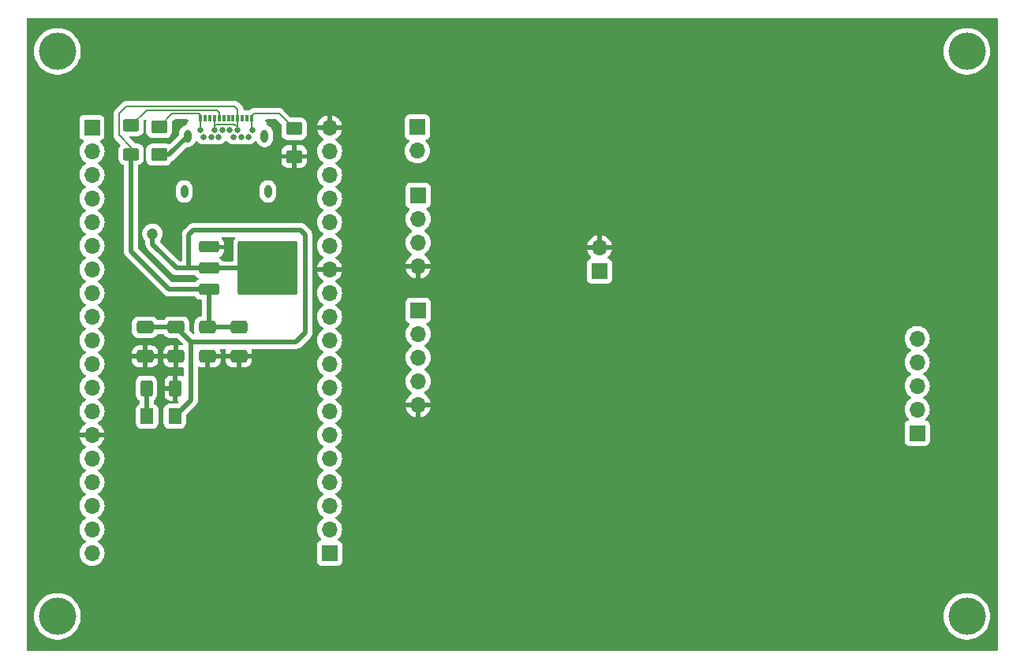
<source format=gbr>
%TF.GenerationSoftware,KiCad,Pcbnew,(7.0.0)*%
%TF.CreationDate,2023-03-31T23:37:10+02:00*%
%TF.ProjectId,display-brain-final,64697370-6c61-4792-9d62-7261696e2d66,rev?*%
%TF.SameCoordinates,Original*%
%TF.FileFunction,Copper,L1,Top*%
%TF.FilePolarity,Positive*%
%FSLAX46Y46*%
G04 Gerber Fmt 4.6, Leading zero omitted, Abs format (unit mm)*
G04 Created by KiCad (PCBNEW (7.0.0)) date 2023-03-31 23:37:10*
%MOMM*%
%LPD*%
G01*
G04 APERTURE LIST*
G04 Aperture macros list*
%AMRoundRect*
0 Rectangle with rounded corners*
0 $1 Rounding radius*
0 $2 $3 $4 $5 $6 $7 $8 $9 X,Y pos of 4 corners*
0 Add a 4 corners polygon primitive as box body*
4,1,4,$2,$3,$4,$5,$6,$7,$8,$9,$2,$3,0*
0 Add four circle primitives for the rounded corners*
1,1,$1+$1,$2,$3*
1,1,$1+$1,$4,$5*
1,1,$1+$1,$6,$7*
1,1,$1+$1,$8,$9*
0 Add four rect primitives between the rounded corners*
20,1,$1+$1,$2,$3,$4,$5,0*
20,1,$1+$1,$4,$5,$6,$7,0*
20,1,$1+$1,$6,$7,$8,$9,0*
20,1,$1+$1,$8,$9,$2,$3,0*%
G04 Aperture macros list end*
%TA.AperFunction,SMDPad,CuDef*%
%ADD10RoundRect,0.250000X0.400000X0.625000X-0.400000X0.625000X-0.400000X-0.625000X0.400000X-0.625000X0*%
%TD*%
%TA.AperFunction,ComponentPad*%
%ADD11C,4.000000*%
%TD*%
%TA.AperFunction,ComponentPad*%
%ADD12R,1.700000X1.700000*%
%TD*%
%TA.AperFunction,ComponentPad*%
%ADD13O,1.700000X1.700000*%
%TD*%
%TA.AperFunction,SMDPad,CuDef*%
%ADD14RoundRect,0.250001X0.624999X-0.462499X0.624999X0.462499X-0.624999X0.462499X-0.624999X-0.462499X0*%
%TD*%
%TA.AperFunction,SMDPad,CuDef*%
%ADD15RoundRect,0.250000X-0.625000X0.400000X-0.625000X-0.400000X0.625000X-0.400000X0.625000X0.400000X0*%
%TD*%
%TA.AperFunction,SMDPad,CuDef*%
%ADD16RoundRect,0.250001X-0.624999X0.462499X-0.624999X-0.462499X0.624999X-0.462499X0.624999X0.462499X0*%
%TD*%
%TA.AperFunction,SMDPad,CuDef*%
%ADD17RoundRect,0.250001X-0.462499X-0.624999X0.462499X-0.624999X0.462499X0.624999X-0.462499X0.624999X0*%
%TD*%
%TA.AperFunction,SMDPad,CuDef*%
%ADD18RoundRect,0.250000X-0.650000X0.412500X-0.650000X-0.412500X0.650000X-0.412500X0.650000X0.412500X0*%
%TD*%
%TA.AperFunction,SMDPad,CuDef*%
%ADD19RoundRect,0.250000X-0.850000X-0.350000X0.850000X-0.350000X0.850000X0.350000X-0.850000X0.350000X0*%
%TD*%
%TA.AperFunction,SMDPad,CuDef*%
%ADD20RoundRect,0.250000X-1.275000X-1.125000X1.275000X-1.125000X1.275000X1.125000X-1.275000X1.125000X0*%
%TD*%
%TA.AperFunction,SMDPad,CuDef*%
%ADD21RoundRect,0.249997X-2.950003X-2.650003X2.950003X-2.650003X2.950003X2.650003X-2.950003X2.650003X0*%
%TD*%
%TA.AperFunction,SMDPad,CuDef*%
%ADD22R,0.300000X0.700000*%
%TD*%
%TA.AperFunction,ComponentPad*%
%ADD23C,0.650000*%
%TD*%
%TA.AperFunction,ComponentPad*%
%ADD24O,0.800000X1.400000*%
%TD*%
%TA.AperFunction,ViaPad*%
%ADD25C,1.200000*%
%TD*%
%TA.AperFunction,Conductor*%
%ADD26C,0.500000*%
%TD*%
%TA.AperFunction,Conductor*%
%ADD27C,0.200000*%
%TD*%
%TA.AperFunction,Conductor*%
%ADD28C,0.600000*%
%TD*%
G04 APERTURE END LIST*
D10*
%TO.P,R2,1*%
%TO.N,GND*%
X142050000Y-88500000D03*
%TO.P,R2,2*%
%TO.N,Net-(D1-K)*%
X138950000Y-88500000D03*
%TD*%
D11*
%TO.P,TP2,1,1*%
%TO.N,unconnected-(TP2-Pad1)*%
X129400000Y-52300000D03*
%TD*%
D12*
%TO.P,J3,1,Pin_1*%
%TO.N,/3V3*%
X133099999Y-60479999D03*
D13*
%TO.P,J3,2,Pin_2*%
%TO.N,/EN*%
X133099999Y-63019999D03*
%TO.P,J3,3,Pin_3*%
%TO.N,/SENSOR_VP*%
X133099999Y-65559999D03*
%TO.P,J3,4,Pin_4*%
%TO.N,/SENSOR_VN*%
X133099999Y-68099999D03*
%TO.P,J3,5,Pin_5*%
%TO.N,/IO34*%
X133099999Y-70639999D03*
%TO.P,J3,6,Pin_6*%
%TO.N,/IO35*%
X133099999Y-73179999D03*
%TO.P,J3,7,Pin_7*%
%TO.N,/IO32*%
X133099999Y-75719999D03*
%TO.P,J3,8,Pin_8*%
%TO.N,/IO33*%
X133099999Y-78259999D03*
%TO.P,J3,9,Pin_9*%
%TO.N,/IO25*%
X133099999Y-80799999D03*
%TO.P,J3,10,Pin_10*%
%TO.N,/IO26*%
X133099999Y-83339999D03*
%TO.P,J3,11,Pin_11*%
%TO.N,/IO27*%
X133099999Y-85879999D03*
%TO.P,J3,12,Pin_12*%
%TO.N,/IO14*%
X133099999Y-88419999D03*
%TO.P,J3,13,Pin_13*%
%TO.N,/IO12*%
X133099999Y-90959999D03*
%TO.P,J3,14,Pin_14*%
%TO.N,GND*%
X133099999Y-93499999D03*
%TO.P,J3,15,Pin_15*%
%TO.N,/IO13*%
X133099999Y-96039999D03*
%TO.P,J3,16,Pin_16*%
%TO.N,/SD2*%
X133099999Y-98579999D03*
%TO.P,J3,17,Pin_17*%
%TO.N,/SD3*%
X133099999Y-101119999D03*
%TO.P,J3,18,Pin_18*%
%TO.N,/CMD*%
X133099999Y-103659999D03*
%TO.P,J3,19,Pin_19*%
%TO.N,/ESP_5V*%
X133099999Y-106199999D03*
%TD*%
D14*
%TO.P,FB1,1*%
%TO.N,Net-(P1-SHIELD)*%
X140300000Y-63387500D03*
%TO.P,FB1,2*%
%TO.N,Net-(FB1-Pad2)*%
X140300000Y-60412500D03*
%TD*%
D12*
%TO.P,J5,1,Pin_1*%
%TO.N,/ESP_5V*%
X168099999Y-67759999D03*
D13*
%TO.P,J5,2,Pin_2*%
%TO.N,/IO21_SDA*%
X168099999Y-70299999D03*
%TO.P,J5,3,Pin_3*%
%TO.N,/IO22_SCL*%
X168099999Y-72839999D03*
%TO.P,J5,4,Pin_4*%
%TO.N,GND*%
X168099999Y-75379999D03*
%TD*%
D12*
%TO.P,J4,1,Pin_1*%
%TO.N,/CLK*%
X158599999Y-106199999D03*
D13*
%TO.P,J4,2,Pin_2*%
%TO.N,/SD0*%
X158599999Y-103659999D03*
%TO.P,J4,3,Pin_3*%
%TO.N,/SD1*%
X158599999Y-101119999D03*
%TO.P,J4,4,Pin_4*%
%TO.N,/IO15*%
X158599999Y-98579999D03*
%TO.P,J4,5,Pin_5*%
%TO.N,/IO2*%
X158599999Y-96039999D03*
%TO.P,J4,6,Pin_6*%
%TO.N,/IO0*%
X158599999Y-93499999D03*
%TO.P,J4,7,Pin_7*%
%TO.N,/IO4*%
X158599999Y-90959999D03*
%TO.P,J4,8,Pin_8*%
%TO.N,/IO16*%
X158599999Y-88419999D03*
%TO.P,J4,9,Pin_9*%
%TO.N,/IO17*%
X158599999Y-85879999D03*
%TO.P,J4,10,Pin_10*%
%TO.N,/IO5_SS*%
X158599999Y-83339999D03*
%TO.P,J4,11,Pin_11*%
%TO.N,/IO18_SCK*%
X158599999Y-80799999D03*
%TO.P,J4,12,Pin_12*%
%TO.N,/IO19_MISO*%
X158599999Y-78259999D03*
%TO.P,J4,13,Pin_13*%
%TO.N,GND*%
X158599999Y-75719999D03*
%TO.P,J4,14,Pin_14*%
%TO.N,/IO21_SDA*%
X158599999Y-73179999D03*
%TO.P,J4,15,Pin_15*%
%TO.N,/RXD0*%
X158599999Y-70639999D03*
%TO.P,J4,16,Pin_16*%
%TO.N,/TXD0*%
X158599999Y-68099999D03*
%TO.P,J4,17,Pin_17*%
%TO.N,/IO22_SCL*%
X158599999Y-65559999D03*
%TO.P,J4,18,Pin_18*%
%TO.N,/IO23_MOSI*%
X158599999Y-63019999D03*
%TO.P,J4,19,Pin_19*%
%TO.N,GND*%
X158599999Y-60479999D03*
%TD*%
D15*
%TO.P,R1,1*%
%TO.N,Net-(P1-CC)*%
X137300000Y-60250000D03*
%TO.P,R1,2*%
%TO.N,Net-(U3-VI)*%
X137300000Y-63350000D03*
%TD*%
D12*
%TO.P,J2,1,Pin_1*%
%TO.N,/SENSOR_VP*%
X168099999Y-80119999D03*
D13*
%TO.P,J2,2,Pin_2*%
%TO.N,/SENSOR_VN*%
X168099999Y-82659999D03*
%TO.P,J2,3,Pin_3*%
%TO.N,/IO34*%
X168099999Y-85199999D03*
%TO.P,J2,4,Pin_4*%
%TO.N,/ESP_5V*%
X168099999Y-87739999D03*
%TO.P,J2,5,Pin_5*%
%TO.N,GND*%
X168099999Y-90279999D03*
%TD*%
D12*
%TO.P,J6,1,Pin_1*%
%TO.N,/IO0*%
X221664577Y-93309757D03*
D13*
%TO.P,J6,2,Pin_2*%
%TO.N,/CLK*%
X221664577Y-90769757D03*
%TO.P,J6,3,Pin_3*%
%TO.N,/SD1*%
X221664577Y-88229757D03*
%TO.P,J6,4,Pin_4*%
%TO.N,/SD0*%
X221664577Y-85689757D03*
%TO.P,J6,5,Pin_5*%
%TO.N,/IO2*%
X221664577Y-83149757D03*
%TD*%
D11*
%TO.P,TP3,1,1*%
%TO.N,unconnected-(TP3-Pad1)*%
X129400000Y-113000000D03*
%TD*%
D16*
%TO.P,FB2,1*%
%TO.N,Net-(FB1-Pad2)*%
X154800000Y-60612500D03*
%TO.P,FB2,2*%
%TO.N,GND*%
X154800000Y-63587500D03*
%TD*%
D17*
%TO.P,D1,1,K*%
%TO.N,Net-(D1-K)*%
X139012500Y-91500000D03*
%TO.P,D1,2,A*%
%TO.N,/3V3*%
X141987500Y-91500000D03*
%TD*%
D11*
%TO.P,TP1,1,1*%
%TO.N,unconnected-(TP1-Pad1)*%
X227000000Y-52300000D03*
%TD*%
%TO.P,TP4,1,1*%
%TO.N,unconnected-(TP4-Pad1)*%
X227000000Y-113000000D03*
%TD*%
D18*
%TO.P,C3,1*%
%TO.N,/3V3*%
X142150000Y-81937500D03*
%TO.P,C3,2*%
%TO.N,GND*%
X142150000Y-85062500D03*
%TD*%
%TO.P,C4,1*%
%TO.N,/3V3*%
X138800000Y-81937500D03*
%TO.P,C4,2*%
%TO.N,GND*%
X138800000Y-85062500D03*
%TD*%
D19*
%TO.P,U3,1,GND*%
%TO.N,GND*%
X145660000Y-73320000D03*
%TO.P,U3,2,VO*%
%TO.N,/3V3*%
X145660000Y-75600000D03*
D20*
X150285000Y-74075000D03*
X150285000Y-77125000D03*
D21*
X151960000Y-75600000D03*
D20*
X153635000Y-74075000D03*
X153635000Y-77125000D03*
D19*
%TO.P,U3,3,VI*%
%TO.N,Net-(U3-VI)*%
X145660000Y-77880000D03*
%TD*%
D22*
%TO.P,P1,A1,GND*%
%TO.N,Net-(FB1-Pad2)*%
X144749999Y-59479999D03*
%TO.P,P1,A2*%
%TO.N,N/C*%
X145249999Y-59479999D03*
%TO.P,P1,A3*%
X145749999Y-59479999D03*
%TO.P,P1,A4,VBUS*%
%TO.N,Net-(U3-VI)*%
X146249999Y-59479999D03*
%TO.P,P1,A5,CC*%
%TO.N,Net-(P1-CC)*%
X146749999Y-59479999D03*
%TO.P,P1,A6,D+*%
%TO.N,unconnected-(P1-D+-PadA6)*%
X147249999Y-59479999D03*
%TO.P,P1,A7,D-*%
%TO.N,unconnected-(P1-D--PadA7)*%
X147749999Y-59479999D03*
%TO.P,P1,A8*%
%TO.N,N/C*%
X148249999Y-59479999D03*
%TO.P,P1,A9,VBUS*%
%TO.N,Net-(U3-VI)*%
X148749999Y-59479999D03*
%TO.P,P1,A10*%
%TO.N,N/C*%
X149249999Y-59479999D03*
%TO.P,P1,A11*%
X149749999Y-59479999D03*
%TO.P,P1,A12,GND*%
%TO.N,Net-(FB1-Pad2)*%
X150249999Y-59479999D03*
D23*
%TO.P,P1,B1,GND*%
X150300000Y-60790000D03*
%TO.P,P1,B2*%
%TO.N,N/C*%
X149900000Y-61490000D03*
%TO.P,P1,B3*%
X149100000Y-61490000D03*
%TO.P,P1,B4,VBUS*%
%TO.N,Net-(U3-VI)*%
X148700000Y-60790000D03*
%TO.P,P1,B5,VCONN*%
%TO.N,unconnected-(P1-VCONN-PadB5)*%
X148300000Y-61490000D03*
%TO.P,P1,B6*%
%TO.N,N/C*%
X147900000Y-60790000D03*
%TO.P,P1,B7*%
X147100000Y-60790000D03*
%TO.P,P1,B8*%
X146700000Y-61490000D03*
%TO.P,P1,B9,VBUS*%
%TO.N,Net-(U3-VI)*%
X146300000Y-60790000D03*
%TO.P,P1,B10*%
%TO.N,N/C*%
X145900000Y-61490000D03*
%TO.P,P1,B11*%
X145100000Y-61490000D03*
%TO.P,P1,B12,GND*%
%TO.N,Net-(FB1-Pad2)*%
X144700000Y-60790000D03*
D24*
%TO.P,P1,S1,SHIELD*%
%TO.N,Net-(P1-SHIELD)*%
X143009999Y-67339999D03*
X143369999Y-61389999D03*
X151629999Y-61389999D03*
X151989999Y-67339999D03*
%TD*%
D18*
%TO.P,C1,1*%
%TO.N,Net-(U3-VI)*%
X148850000Y-81937500D03*
%TO.P,C1,2*%
%TO.N,GND*%
X148850000Y-85062500D03*
%TD*%
%TO.P,C2,1*%
%TO.N,Net-(U3-VI)*%
X145500000Y-81937500D03*
%TO.P,C2,2*%
%TO.N,GND*%
X145500000Y-85062500D03*
%TD*%
D12*
%TO.P,J7,1,Pin_1*%
%TO.N,/TXD0*%
X168024999Y-60449999D03*
D13*
%TO.P,J7,2,Pin_2*%
%TO.N,/RXD0*%
X168024999Y-62989999D03*
%TD*%
D12*
%TO.P,J1,1,Pin_1*%
%TO.N,/ESP_5V*%
X187568342Y-75899757D03*
D13*
%TO.P,J1,2,Pin_2*%
%TO.N,GND*%
X187568342Y-73359757D03*
%TD*%
D25*
%TO.N,/3V3*%
X139600000Y-71900000D03*
%TD*%
D26*
%TO.N,Net-(P1-SHIELD)*%
X140300000Y-63387500D02*
X141372500Y-63387500D01*
X141372500Y-63387500D02*
X143370000Y-61390000D01*
D27*
%TO.N,Net-(FB1-Pad2)*%
X141712500Y-59000000D02*
X140300000Y-60412500D01*
X153187500Y-59000000D02*
X154800000Y-60612500D01*
X144750000Y-59150000D02*
X144600000Y-59000000D01*
X144600000Y-59000000D02*
X141712500Y-59000000D01*
X144750000Y-60740000D02*
X144700000Y-60790000D01*
X144750000Y-59480000D02*
X144750000Y-59150000D01*
X150250000Y-59250000D02*
X150500000Y-59000000D01*
X150500000Y-59000000D02*
X153187500Y-59000000D01*
X150250000Y-59480000D02*
X150250000Y-59250000D01*
X144750000Y-59480000D02*
X144750000Y-60740000D01*
X150250000Y-59480000D02*
X150250000Y-60740000D01*
X150250000Y-60740000D02*
X150300000Y-60790000D01*
D26*
%TO.N,/3V3*%
X142150000Y-81937500D02*
X143712500Y-83500000D01*
X143712500Y-89775000D02*
X141987500Y-91500000D01*
X156000000Y-72000000D02*
X155500000Y-71500000D01*
X155500000Y-71500000D02*
X144000000Y-71500000D01*
X138800000Y-81937500D02*
X142150000Y-81937500D01*
X139600000Y-73000000D02*
X139600000Y-71900000D01*
X144000000Y-71500000D02*
X143500000Y-72000000D01*
X145660000Y-75600000D02*
X143500000Y-75600000D01*
X143712500Y-83500000D02*
X143712500Y-89775000D01*
X155000000Y-83500000D02*
X156000000Y-82500000D01*
X145660000Y-75600000D02*
X148760000Y-75600000D01*
X143712500Y-83500000D02*
X155000000Y-83500000D01*
X156000000Y-82500000D02*
X156000000Y-72000000D01*
X143500000Y-75600000D02*
X142200000Y-75600000D01*
X142200000Y-75600000D02*
X139600000Y-73000000D01*
X143500000Y-72000000D02*
X143500000Y-75600000D01*
X148760000Y-75600000D02*
X150285000Y-77125000D01*
D28*
%TO.N,/CLK*%
X221427289Y-90529879D02*
X221667289Y-90769879D01*
%TO.N,/SD1*%
X221267289Y-87829879D02*
X221667289Y-88229879D01*
%TO.N,/IO0*%
X221567289Y-93409879D02*
X221667289Y-93309879D01*
X221567289Y-93309879D02*
X221767289Y-93109879D01*
D27*
%TO.N,Net-(U3-VI)*%
X146250000Y-60740000D02*
X146300000Y-60790000D01*
X148750000Y-59480000D02*
X148750000Y-60300000D01*
X146465381Y-60165000D02*
X148415000Y-60165000D01*
D26*
X148850000Y-81937500D02*
X145500000Y-81937500D01*
X145660000Y-77880000D02*
X145660000Y-81777500D01*
D27*
X136800000Y-58200000D02*
X148400000Y-58200000D01*
X148400000Y-58200000D02*
X148750000Y-58550000D01*
D26*
X137300000Y-73800000D02*
X137300000Y-63350000D01*
X145660000Y-81777500D02*
X145500000Y-81937500D01*
D27*
X137300000Y-63350000D02*
X137300000Y-62600000D01*
X148750000Y-58550000D02*
X148750000Y-59480000D01*
X148750000Y-60300000D02*
X148750000Y-60740000D01*
X146300000Y-60330381D02*
X146465381Y-60165000D01*
X148700000Y-60450000D02*
X148700000Y-60790000D01*
D26*
X141380000Y-77880000D02*
X137300000Y-73800000D01*
D27*
X136000000Y-61300000D02*
X136000000Y-59000000D01*
D26*
X145660000Y-77880000D02*
X141380000Y-77880000D01*
D27*
X146250000Y-60200000D02*
X146250000Y-60740000D01*
X136000000Y-59000000D02*
X136800000Y-58200000D01*
X146250000Y-59480000D02*
X146250000Y-60200000D01*
X148750000Y-60740000D02*
X148700000Y-60790000D01*
X146300000Y-60790000D02*
X146300000Y-60330381D01*
X137300000Y-62600000D02*
X136000000Y-61300000D01*
X148415000Y-60165000D02*
X148700000Y-60450000D01*
%TO.N,Net-(P1-CC)*%
X137300000Y-60250000D02*
X138950000Y-58600000D01*
X138950000Y-58600000D02*
X146500000Y-58600000D01*
X146500000Y-58600000D02*
X146750000Y-58850000D01*
X146750000Y-58850000D02*
X146750000Y-59480000D01*
D26*
%TO.N,Net-(D1-K)*%
X138950000Y-88500000D02*
X138950000Y-91437500D01*
X138950000Y-91437500D02*
X139012500Y-91500000D01*
%TD*%
%TA.AperFunction,Conductor*%
%TO.N,GND*%
G36*
X148405064Y-72264015D02*
G01*
X148449087Y-72301615D01*
X148471242Y-72355102D01*
X148466700Y-72412818D01*
X148436450Y-72462181D01*
X148422398Y-72476232D01*
X148422394Y-72476236D01*
X148417288Y-72481343D01*
X148413497Y-72487488D01*
X148413493Y-72487494D01*
X148328977Y-72624515D01*
X148328974Y-72624520D01*
X148325185Y-72630664D01*
X148322914Y-72637515D01*
X148322913Y-72637519D01*
X148298423Y-72711427D01*
X148270001Y-72797200D01*
X148269313Y-72803930D01*
X148269312Y-72803937D01*
X148259819Y-72896856D01*
X148259818Y-72896874D01*
X148259500Y-72899988D01*
X148259500Y-72903137D01*
X148259500Y-74725500D01*
X148242887Y-74787500D01*
X148197500Y-74832887D01*
X148135500Y-74849500D01*
X147213958Y-74849500D01*
X147153525Y-74833777D01*
X147111046Y-74793110D01*
X147110985Y-74793159D01*
X147110635Y-74792716D01*
X147108418Y-74790594D01*
X147106507Y-74787497D01*
X147102712Y-74781344D01*
X146978656Y-74657288D01*
X146829430Y-74565245D01*
X146786249Y-74520138D01*
X146770527Y-74459706D01*
X146786250Y-74399274D01*
X146829431Y-74354167D01*
X146972191Y-74266112D01*
X146983455Y-74257205D01*
X147097205Y-74143455D01*
X147106109Y-74132194D01*
X147190567Y-73995266D01*
X147196629Y-73982267D01*
X147247375Y-73829125D01*
X147250194Y-73815958D01*
X147259680Y-73723109D01*
X147260000Y-73716832D01*
X147260000Y-73586326D01*
X147256549Y-73573450D01*
X147243674Y-73570000D01*
X145534000Y-73570000D01*
X145472000Y-73553387D01*
X145426613Y-73508000D01*
X145410000Y-73446000D01*
X145410000Y-73194000D01*
X145426613Y-73132000D01*
X145472000Y-73086613D01*
X145534000Y-73070000D01*
X147243673Y-73070000D01*
X147256548Y-73066549D01*
X147259999Y-73053674D01*
X147259999Y-72923171D01*
X147259678Y-72916888D01*
X147250194Y-72824040D01*
X147247376Y-72810877D01*
X147196629Y-72657732D01*
X147190567Y-72644733D01*
X147106109Y-72507805D01*
X147097205Y-72496544D01*
X147062842Y-72462181D01*
X147032592Y-72412818D01*
X147028050Y-72355102D01*
X147050205Y-72301615D01*
X147094228Y-72264015D01*
X147150523Y-72250500D01*
X148348769Y-72250500D01*
X148405064Y-72264015D01*
G37*
%TD.AperFunction*%
%TA.AperFunction,Conductor*%
G36*
X230237500Y-48717113D02*
G01*
X230282887Y-48762500D01*
X230299500Y-48824500D01*
X230299500Y-116575500D01*
X230282887Y-116637500D01*
X230237500Y-116682887D01*
X230175500Y-116699500D01*
X126224500Y-116699500D01*
X126162500Y-116682887D01*
X126117113Y-116637500D01*
X126100500Y-116575500D01*
X126100500Y-113000000D01*
X126894556Y-113000000D01*
X126914312Y-113314015D01*
X126915039Y-113317827D01*
X126915041Y-113317841D01*
X126972538Y-113619249D01*
X126973269Y-113623079D01*
X127070497Y-113922315D01*
X127204463Y-114207007D01*
X127206545Y-114210288D01*
X127206548Y-114210293D01*
X127370962Y-114469369D01*
X127370966Y-114469375D01*
X127373053Y-114472663D01*
X127573610Y-114715094D01*
X127802970Y-114930478D01*
X128057516Y-115115416D01*
X128333234Y-115266994D01*
X128625775Y-115382819D01*
X128930527Y-115461066D01*
X129242682Y-115500500D01*
X129553423Y-115500500D01*
X129557318Y-115500500D01*
X129869473Y-115461066D01*
X130174225Y-115382819D01*
X130466766Y-115266994D01*
X130742484Y-115115416D01*
X130997030Y-114930478D01*
X131226390Y-114715094D01*
X131426947Y-114472663D01*
X131595537Y-114207007D01*
X131729503Y-113922315D01*
X131826731Y-113623079D01*
X131885688Y-113314015D01*
X131905444Y-113000000D01*
X224494556Y-113000000D01*
X224514312Y-113314015D01*
X224515039Y-113317827D01*
X224515041Y-113317841D01*
X224572538Y-113619249D01*
X224573269Y-113623079D01*
X224670497Y-113922315D01*
X224804463Y-114207007D01*
X224806545Y-114210288D01*
X224806548Y-114210293D01*
X224970962Y-114469369D01*
X224970966Y-114469375D01*
X224973053Y-114472663D01*
X225173610Y-114715094D01*
X225402970Y-114930478D01*
X225657516Y-115115416D01*
X225933234Y-115266994D01*
X226225775Y-115382819D01*
X226530527Y-115461066D01*
X226842682Y-115500500D01*
X227153423Y-115500500D01*
X227157318Y-115500500D01*
X227469473Y-115461066D01*
X227774225Y-115382819D01*
X228066766Y-115266994D01*
X228342484Y-115115416D01*
X228597030Y-114930478D01*
X228826390Y-114715094D01*
X229026947Y-114472663D01*
X229195537Y-114207007D01*
X229329503Y-113922315D01*
X229426731Y-113623079D01*
X229485688Y-113314015D01*
X229505444Y-113000000D01*
X229485688Y-112685985D01*
X229426731Y-112376921D01*
X229329503Y-112077685D01*
X229195537Y-111792993D01*
X229026947Y-111527337D01*
X228826390Y-111284906D01*
X228597030Y-111069522D01*
X228342484Y-110884584D01*
X228339081Y-110882713D01*
X228339076Y-110882710D01*
X228070183Y-110734884D01*
X228070176Y-110734880D01*
X228066766Y-110733006D01*
X228063140Y-110731570D01*
X228063135Y-110731568D01*
X227777847Y-110618615D01*
X227777846Y-110618614D01*
X227774225Y-110617181D01*
X227770455Y-110616213D01*
X227770452Y-110616212D01*
X227473256Y-110539905D01*
X227473251Y-110539904D01*
X227469473Y-110538934D01*
X227465602Y-110538445D01*
X227465597Y-110538444D01*
X227161184Y-110499988D01*
X227161177Y-110499987D01*
X227157318Y-110499500D01*
X226842682Y-110499500D01*
X226838823Y-110499987D01*
X226838815Y-110499988D01*
X226534402Y-110538444D01*
X226534394Y-110538445D01*
X226530527Y-110538934D01*
X226526751Y-110539903D01*
X226526743Y-110539905D01*
X226229547Y-110616212D01*
X226229539Y-110616214D01*
X226225775Y-110617181D01*
X226222158Y-110618612D01*
X226222152Y-110618615D01*
X225936864Y-110731568D01*
X225936853Y-110731572D01*
X225933234Y-110733006D01*
X225929829Y-110734877D01*
X225929816Y-110734884D01*
X225660923Y-110882710D01*
X225660911Y-110882717D01*
X225657516Y-110884584D01*
X225654372Y-110886867D01*
X225654366Y-110886872D01*
X225406126Y-111067228D01*
X225406115Y-111067236D01*
X225402970Y-111069522D01*
X225400135Y-111072183D01*
X225400128Y-111072190D01*
X225176447Y-111282241D01*
X225176440Y-111282248D01*
X225173610Y-111284906D01*
X225171135Y-111287897D01*
X225171131Y-111287902D01*
X224975536Y-111524334D01*
X224975526Y-111524346D01*
X224973053Y-111527337D01*
X224970971Y-111530616D01*
X224970962Y-111530630D01*
X224806548Y-111789706D01*
X224806541Y-111789717D01*
X224804463Y-111792993D01*
X224802810Y-111796504D01*
X224802807Y-111796511D01*
X224672153Y-112074165D01*
X224670497Y-112077685D01*
X224573269Y-112376921D01*
X224572540Y-112380741D01*
X224572538Y-112380750D01*
X224515041Y-112682158D01*
X224515038Y-112682174D01*
X224514312Y-112685985D01*
X224494556Y-113000000D01*
X131905444Y-113000000D01*
X131885688Y-112685985D01*
X131826731Y-112376921D01*
X131729503Y-112077685D01*
X131595537Y-111792993D01*
X131426947Y-111527337D01*
X131226390Y-111284906D01*
X130997030Y-111069522D01*
X130742484Y-110884584D01*
X130739081Y-110882713D01*
X130739076Y-110882710D01*
X130470183Y-110734884D01*
X130470176Y-110734880D01*
X130466766Y-110733006D01*
X130463140Y-110731570D01*
X130463135Y-110731568D01*
X130177847Y-110618615D01*
X130177846Y-110618614D01*
X130174225Y-110617181D01*
X130170455Y-110616213D01*
X130170452Y-110616212D01*
X129873256Y-110539905D01*
X129873251Y-110539904D01*
X129869473Y-110538934D01*
X129865602Y-110538445D01*
X129865597Y-110538444D01*
X129561184Y-110499988D01*
X129561177Y-110499987D01*
X129557318Y-110499500D01*
X129242682Y-110499500D01*
X129238823Y-110499987D01*
X129238815Y-110499988D01*
X128934402Y-110538444D01*
X128934394Y-110538445D01*
X128930527Y-110538934D01*
X128926751Y-110539903D01*
X128926743Y-110539905D01*
X128629547Y-110616212D01*
X128629539Y-110616214D01*
X128625775Y-110617181D01*
X128622158Y-110618612D01*
X128622152Y-110618615D01*
X128336864Y-110731568D01*
X128336853Y-110731572D01*
X128333234Y-110733006D01*
X128329829Y-110734877D01*
X128329816Y-110734884D01*
X128060923Y-110882710D01*
X128060911Y-110882717D01*
X128057516Y-110884584D01*
X128054372Y-110886867D01*
X128054366Y-110886872D01*
X127806126Y-111067228D01*
X127806115Y-111067236D01*
X127802970Y-111069522D01*
X127800135Y-111072183D01*
X127800128Y-111072190D01*
X127576447Y-111282241D01*
X127576440Y-111282248D01*
X127573610Y-111284906D01*
X127571135Y-111287897D01*
X127571131Y-111287902D01*
X127375536Y-111524334D01*
X127375526Y-111524346D01*
X127373053Y-111527337D01*
X127370971Y-111530616D01*
X127370962Y-111530630D01*
X127206548Y-111789706D01*
X127206541Y-111789717D01*
X127204463Y-111792993D01*
X127202810Y-111796504D01*
X127202807Y-111796511D01*
X127072153Y-112074165D01*
X127070497Y-112077685D01*
X126973269Y-112376921D01*
X126972540Y-112380741D01*
X126972538Y-112380750D01*
X126915041Y-112682158D01*
X126915038Y-112682174D01*
X126914312Y-112685985D01*
X126894556Y-113000000D01*
X126100500Y-113000000D01*
X126100500Y-106200000D01*
X131744341Y-106200000D01*
X131764937Y-106435408D01*
X131766336Y-106440630D01*
X131766337Y-106440634D01*
X131824694Y-106658430D01*
X131824697Y-106658438D01*
X131826097Y-106663663D01*
X131828385Y-106668570D01*
X131828386Y-106668572D01*
X131923678Y-106872927D01*
X131923681Y-106872933D01*
X131925965Y-106877830D01*
X131929064Y-106882257D01*
X131929066Y-106882259D01*
X132058399Y-107066966D01*
X132058402Y-107066970D01*
X132061505Y-107071401D01*
X132228599Y-107238495D01*
X132233031Y-107241598D01*
X132233033Y-107241600D01*
X132377260Y-107342589D01*
X132422170Y-107374035D01*
X132636337Y-107473903D01*
X132864592Y-107535063D01*
X133100000Y-107555659D01*
X133335408Y-107535063D01*
X133563663Y-107473903D01*
X133777830Y-107374035D01*
X133971401Y-107238495D01*
X134138495Y-107071401D01*
X134274035Y-106877830D01*
X134373903Y-106663663D01*
X134435063Y-106435408D01*
X134455659Y-106200000D01*
X134435063Y-105964592D01*
X134373903Y-105736337D01*
X134274035Y-105522171D01*
X134138495Y-105328599D01*
X133971401Y-105161505D01*
X133966970Y-105158402D01*
X133966966Y-105158399D01*
X133785841Y-105031574D01*
X133746976Y-104987256D01*
X133732965Y-104929999D01*
X133746976Y-104872742D01*
X133785839Y-104828426D01*
X133971401Y-104698495D01*
X134138495Y-104531401D01*
X134274035Y-104337830D01*
X134373903Y-104123663D01*
X134435063Y-103895408D01*
X134455659Y-103660000D01*
X157244341Y-103660000D01*
X157264937Y-103895408D01*
X157266336Y-103900630D01*
X157266337Y-103900634D01*
X157324694Y-104118430D01*
X157324697Y-104118438D01*
X157326097Y-104123663D01*
X157328385Y-104128570D01*
X157328386Y-104128572D01*
X157423678Y-104332927D01*
X157423681Y-104332933D01*
X157425965Y-104337830D01*
X157429064Y-104342257D01*
X157429066Y-104342259D01*
X157558399Y-104526966D01*
X157558402Y-104526970D01*
X157561505Y-104531401D01*
X157565336Y-104535232D01*
X157683430Y-104653326D01*
X157714726Y-104706072D01*
X157716915Y-104767365D01*
X157689462Y-104822210D01*
X157639083Y-104857189D01*
X157523702Y-104900223D01*
X157507669Y-104906204D01*
X157500572Y-104911516D01*
X157500568Y-104911519D01*
X157399550Y-104987141D01*
X157399546Y-104987144D01*
X157392454Y-104992454D01*
X157387144Y-104999546D01*
X157387141Y-104999550D01*
X157311519Y-105100568D01*
X157311516Y-105100572D01*
X157306204Y-105107669D01*
X157303104Y-105115978D01*
X157303104Y-105115980D01*
X157258620Y-105235247D01*
X157258619Y-105235250D01*
X157255909Y-105242517D01*
X157255079Y-105250227D01*
X157255079Y-105250232D01*
X157249855Y-105298819D01*
X157249854Y-105298831D01*
X157249500Y-105302127D01*
X157249500Y-105305448D01*
X157249500Y-105305449D01*
X157249500Y-107094560D01*
X157249500Y-107094578D01*
X157249501Y-107097872D01*
X157249853Y-107101150D01*
X157249854Y-107101161D01*
X157255079Y-107149768D01*
X157255080Y-107149773D01*
X157255909Y-107157483D01*
X157258619Y-107164749D01*
X157258620Y-107164753D01*
X157284695Y-107234663D01*
X157306204Y-107292331D01*
X157311518Y-107299430D01*
X157311519Y-107299431D01*
X157367367Y-107374035D01*
X157392454Y-107407546D01*
X157507669Y-107493796D01*
X157642517Y-107544091D01*
X157702127Y-107550500D01*
X159497872Y-107550499D01*
X159557483Y-107544091D01*
X159692331Y-107493796D01*
X159807546Y-107407546D01*
X159893796Y-107292331D01*
X159944091Y-107157483D01*
X159950500Y-107097873D01*
X159950499Y-105302128D01*
X159944091Y-105242517D01*
X159893796Y-105107669D01*
X159807546Y-104992454D01*
X159692331Y-104906204D01*
X159622359Y-104880106D01*
X159560916Y-104857189D01*
X159510537Y-104822210D01*
X159483084Y-104767365D01*
X159485273Y-104706072D01*
X159516566Y-104653329D01*
X159638495Y-104531401D01*
X159774035Y-104337830D01*
X159873903Y-104123663D01*
X159935063Y-103895408D01*
X159955659Y-103660000D01*
X159935063Y-103424592D01*
X159873903Y-103196337D01*
X159774035Y-102982171D01*
X159638495Y-102788599D01*
X159471401Y-102621505D01*
X159466968Y-102618401D01*
X159466961Y-102618395D01*
X159285842Y-102491575D01*
X159246976Y-102447257D01*
X159232965Y-102390000D01*
X159246976Y-102332743D01*
X159285842Y-102288425D01*
X159466961Y-102161604D01*
X159466961Y-102161603D01*
X159471401Y-102158495D01*
X159638495Y-101991401D01*
X159774035Y-101797830D01*
X159873903Y-101583663D01*
X159935063Y-101355408D01*
X159955659Y-101120000D01*
X159935063Y-100884592D01*
X159873903Y-100656337D01*
X159774035Y-100442171D01*
X159638495Y-100248599D01*
X159471401Y-100081505D01*
X159466968Y-100078401D01*
X159466961Y-100078395D01*
X159285842Y-99951575D01*
X159246976Y-99907257D01*
X159232965Y-99850000D01*
X159246976Y-99792743D01*
X159285842Y-99748425D01*
X159466961Y-99621604D01*
X159466961Y-99621603D01*
X159471401Y-99618495D01*
X159638495Y-99451401D01*
X159774035Y-99257830D01*
X159873903Y-99043663D01*
X159935063Y-98815408D01*
X159955659Y-98580000D01*
X159935063Y-98344592D01*
X159873903Y-98116337D01*
X159774035Y-97902171D01*
X159638495Y-97708599D01*
X159471401Y-97541505D01*
X159466970Y-97538402D01*
X159466966Y-97538399D01*
X159285841Y-97411574D01*
X159246976Y-97367256D01*
X159232965Y-97309999D01*
X159246976Y-97252742D01*
X159285839Y-97208426D01*
X159471401Y-97078495D01*
X159638495Y-96911401D01*
X159774035Y-96717830D01*
X159873903Y-96503663D01*
X159935063Y-96275408D01*
X159955659Y-96040000D01*
X159935063Y-95804592D01*
X159873903Y-95576337D01*
X159774035Y-95362171D01*
X159638495Y-95168599D01*
X159471401Y-95001505D01*
X159466968Y-94998401D01*
X159466961Y-94998395D01*
X159285842Y-94871575D01*
X159246976Y-94827257D01*
X159232965Y-94770000D01*
X159246976Y-94712743D01*
X159285842Y-94668425D01*
X159466961Y-94541604D01*
X159466961Y-94541603D01*
X159471401Y-94538495D01*
X159638495Y-94371401D01*
X159774035Y-94177830D01*
X159873903Y-93963663D01*
X159935063Y-93735408D01*
X159955659Y-93500000D01*
X159935063Y-93264592D01*
X159873903Y-93036337D01*
X159774035Y-92822171D01*
X159638495Y-92628599D01*
X159471401Y-92461505D01*
X159466968Y-92458401D01*
X159466961Y-92458395D01*
X159285842Y-92331575D01*
X159246976Y-92287257D01*
X159232965Y-92230000D01*
X159246976Y-92172743D01*
X159285842Y-92128425D01*
X159466961Y-92001604D01*
X159466961Y-92001603D01*
X159471401Y-91998495D01*
X159638495Y-91831401D01*
X159774035Y-91637830D01*
X159873903Y-91423663D01*
X159935063Y-91195408D01*
X159955659Y-90960000D01*
X159935063Y-90724592D01*
X159883606Y-90532551D01*
X166772688Y-90532551D01*
X166773056Y-90543780D01*
X166825168Y-90738263D01*
X166828856Y-90748397D01*
X166924113Y-90952676D01*
X166929501Y-90962008D01*
X167058784Y-91146643D01*
X167065721Y-91154909D01*
X167225090Y-91314278D01*
X167233356Y-91321215D01*
X167417991Y-91450498D01*
X167427323Y-91455886D01*
X167631602Y-91551143D01*
X167641736Y-91554831D01*
X167836219Y-91606943D01*
X167847448Y-91607311D01*
X167850000Y-91596369D01*
X168350000Y-91596369D01*
X168352551Y-91607311D01*
X168363780Y-91606943D01*
X168558263Y-91554831D01*
X168568397Y-91551143D01*
X168772676Y-91455886D01*
X168782008Y-91450498D01*
X168966643Y-91321215D01*
X168974909Y-91314278D01*
X169134278Y-91154909D01*
X169141215Y-91146643D01*
X169270498Y-90962008D01*
X169275886Y-90952676D01*
X169361182Y-90769758D01*
X220308919Y-90769758D01*
X220309391Y-90775153D01*
X220324922Y-90952676D01*
X220329515Y-91005166D01*
X220330914Y-91010388D01*
X220330915Y-91010392D01*
X220389272Y-91228188D01*
X220389275Y-91228196D01*
X220390675Y-91233421D01*
X220392963Y-91238328D01*
X220392964Y-91238330D01*
X220488256Y-91442685D01*
X220488259Y-91442691D01*
X220490543Y-91447588D01*
X220493642Y-91452015D01*
X220493644Y-91452017D01*
X220622977Y-91636724D01*
X220622980Y-91636728D01*
X220626083Y-91641159D01*
X220629914Y-91644990D01*
X220748008Y-91763084D01*
X220779304Y-91815830D01*
X220781493Y-91877123D01*
X220754040Y-91931968D01*
X220703661Y-91966947D01*
X220588280Y-92009981D01*
X220572247Y-92015962D01*
X220565150Y-92021274D01*
X220565146Y-92021277D01*
X220464128Y-92096899D01*
X220464124Y-92096902D01*
X220457032Y-92102212D01*
X220451722Y-92109304D01*
X220451719Y-92109308D01*
X220376097Y-92210326D01*
X220376094Y-92210330D01*
X220370782Y-92217427D01*
X220367682Y-92225736D01*
X220367682Y-92225738D01*
X220323198Y-92345005D01*
X220323197Y-92345008D01*
X220320487Y-92352275D01*
X220319657Y-92359985D01*
X220319657Y-92359990D01*
X220314433Y-92408577D01*
X220314432Y-92408589D01*
X220314078Y-92411885D01*
X220314078Y-92415206D01*
X220314078Y-92415207D01*
X220314078Y-94204318D01*
X220314078Y-94204336D01*
X220314079Y-94207630D01*
X220314431Y-94210908D01*
X220314432Y-94210919D01*
X220319657Y-94259526D01*
X220319658Y-94259531D01*
X220320487Y-94267241D01*
X220323197Y-94274507D01*
X220323198Y-94274511D01*
X220356795Y-94364589D01*
X220370782Y-94402089D01*
X220457032Y-94517304D01*
X220572247Y-94603554D01*
X220707095Y-94653849D01*
X220766705Y-94660258D01*
X222562450Y-94660257D01*
X222622061Y-94653849D01*
X222756909Y-94603554D01*
X222872124Y-94517304D01*
X222958374Y-94402089D01*
X223008669Y-94267241D01*
X223015078Y-94207631D01*
X223015077Y-92411886D01*
X223008669Y-92352275D01*
X222958374Y-92217427D01*
X222872124Y-92102212D01*
X222756909Y-92015962D01*
X222686937Y-91989864D01*
X222625494Y-91966947D01*
X222575115Y-91931968D01*
X222547662Y-91877123D01*
X222549851Y-91815830D01*
X222581144Y-91763087D01*
X222703073Y-91641159D01*
X222838613Y-91447588D01*
X222938481Y-91233421D01*
X222999641Y-91005166D01*
X223020237Y-90769758D01*
X222999641Y-90534350D01*
X222938481Y-90306095D01*
X222838613Y-90091929D01*
X222703073Y-89898357D01*
X222535979Y-89731263D01*
X222531548Y-89728160D01*
X222531544Y-89728157D01*
X222350419Y-89601332D01*
X222311554Y-89557014D01*
X222297543Y-89499757D01*
X222311554Y-89442500D01*
X222350417Y-89398184D01*
X222535979Y-89268253D01*
X222703073Y-89101159D01*
X222838613Y-88907588D01*
X222938481Y-88693421D01*
X222999641Y-88465166D01*
X223020237Y-88229758D01*
X222999641Y-87994350D01*
X222938481Y-87766095D01*
X222838613Y-87551929D01*
X222703073Y-87358357D01*
X222535979Y-87191263D01*
X222531546Y-87188159D01*
X222531539Y-87188153D01*
X222350420Y-87061333D01*
X222311554Y-87017015D01*
X222297543Y-86959758D01*
X222311554Y-86902501D01*
X222350420Y-86858183D01*
X222531539Y-86731362D01*
X222531539Y-86731361D01*
X222535979Y-86728253D01*
X222703073Y-86561159D01*
X222838613Y-86367588D01*
X222938481Y-86153421D01*
X222999641Y-85925166D01*
X223020237Y-85689758D01*
X222999641Y-85454350D01*
X222938481Y-85226095D01*
X222838613Y-85011929D01*
X222703073Y-84818357D01*
X222535979Y-84651263D01*
X222531548Y-84648160D01*
X222531544Y-84648157D01*
X222350419Y-84521332D01*
X222311554Y-84477014D01*
X222297543Y-84419757D01*
X222311554Y-84362500D01*
X222350417Y-84318184D01*
X222535979Y-84188253D01*
X222703073Y-84021159D01*
X222838613Y-83827588D01*
X222938481Y-83613421D01*
X222999641Y-83385166D01*
X223020237Y-83149758D01*
X222999641Y-82914350D01*
X222938481Y-82686095D01*
X222838613Y-82471929D01*
X222703073Y-82278357D01*
X222535979Y-82111263D01*
X222531548Y-82108160D01*
X222531544Y-82108157D01*
X222346837Y-81978824D01*
X222346835Y-81978822D01*
X222342408Y-81975723D01*
X222337511Y-81973439D01*
X222337505Y-81973436D01*
X222133150Y-81878144D01*
X222133148Y-81878143D01*
X222128241Y-81875855D01*
X222123016Y-81874455D01*
X222123008Y-81874452D01*
X221905212Y-81816095D01*
X221905208Y-81816094D01*
X221899986Y-81814695D01*
X221894598Y-81814223D01*
X221894595Y-81814223D01*
X221669973Y-81794571D01*
X221664578Y-81794099D01*
X221659183Y-81794571D01*
X221434560Y-81814223D01*
X221434555Y-81814223D01*
X221429170Y-81814695D01*
X221423949Y-81816093D01*
X221423943Y-81816095D01*
X221206147Y-81874452D01*
X221206135Y-81874456D01*
X221200915Y-81875855D01*
X221196010Y-81878141D01*
X221196005Y-81878144D01*
X220991659Y-81973433D01*
X220991655Y-81973435D01*
X220986749Y-81975723D01*
X220982316Y-81978826D01*
X220982309Y-81978831D01*
X220797612Y-82108157D01*
X220797607Y-82108160D01*
X220793177Y-82111263D01*
X220789353Y-82115086D01*
X220789347Y-82115092D01*
X220629912Y-82274527D01*
X220629906Y-82274533D01*
X220626083Y-82278357D01*
X220622980Y-82282787D01*
X220622977Y-82282792D01*
X220493651Y-82467489D01*
X220493646Y-82467496D01*
X220490543Y-82471929D01*
X220488255Y-82476835D01*
X220488253Y-82476839D01*
X220392964Y-82681185D01*
X220392961Y-82681190D01*
X220390675Y-82686095D01*
X220389276Y-82691315D01*
X220389272Y-82691327D01*
X220330915Y-82909123D01*
X220330913Y-82909129D01*
X220329515Y-82914350D01*
X220329043Y-82919735D01*
X220329043Y-82919740D01*
X220314334Y-83087868D01*
X220308919Y-83149758D01*
X220309391Y-83155153D01*
X220325373Y-83337830D01*
X220329515Y-83385166D01*
X220330914Y-83390388D01*
X220330915Y-83390392D01*
X220389272Y-83608188D01*
X220389275Y-83608196D01*
X220390675Y-83613421D01*
X220392963Y-83618328D01*
X220392964Y-83618330D01*
X220488256Y-83822685D01*
X220488259Y-83822691D01*
X220490543Y-83827588D01*
X220493642Y-83832015D01*
X220493644Y-83832017D01*
X220622977Y-84016724D01*
X220622980Y-84016728D01*
X220626083Y-84021159D01*
X220793177Y-84188253D01*
X220797610Y-84191357D01*
X220797616Y-84191362D01*
X220978736Y-84318183D01*
X221017602Y-84362501D01*
X221031613Y-84419758D01*
X221017602Y-84477015D01*
X220978738Y-84521332D01*
X220793177Y-84651263D01*
X220789353Y-84655086D01*
X220789347Y-84655092D01*
X220629912Y-84814527D01*
X220629906Y-84814533D01*
X220626083Y-84818357D01*
X220622980Y-84822787D01*
X220622977Y-84822792D01*
X220493651Y-85007489D01*
X220493646Y-85007496D01*
X220490543Y-85011929D01*
X220488255Y-85016835D01*
X220488253Y-85016839D01*
X220392964Y-85221185D01*
X220392961Y-85221190D01*
X220390675Y-85226095D01*
X220389276Y-85231315D01*
X220389272Y-85231327D01*
X220330915Y-85449123D01*
X220330913Y-85449129D01*
X220329515Y-85454350D01*
X220329043Y-85459735D01*
X220329043Y-85459740D01*
X220314938Y-85620958D01*
X220308919Y-85689758D01*
X220309391Y-85695153D01*
X220325373Y-85877830D01*
X220329515Y-85925166D01*
X220330914Y-85930388D01*
X220330915Y-85930392D01*
X220389272Y-86148188D01*
X220389275Y-86148196D01*
X220390675Y-86153421D01*
X220392963Y-86158328D01*
X220392964Y-86158330D01*
X220488256Y-86362685D01*
X220488259Y-86362691D01*
X220490543Y-86367588D01*
X220493642Y-86372015D01*
X220493644Y-86372017D01*
X220622977Y-86556724D01*
X220622980Y-86556728D01*
X220626083Y-86561159D01*
X220793177Y-86728253D01*
X220797610Y-86731357D01*
X220797616Y-86731362D01*
X220978736Y-86858183D01*
X221017602Y-86902501D01*
X221031613Y-86959758D01*
X221017602Y-87017015D01*
X220978736Y-87061333D01*
X220900001Y-87116463D01*
X220882682Y-87126607D01*
X220844978Y-87144765D01*
X220844974Y-87144767D01*
X220838702Y-87147788D01*
X220833262Y-87152126D01*
X220833256Y-87152130D01*
X220703110Y-87255919D01*
X220703105Y-87255923D01*
X220697669Y-87260259D01*
X220693333Y-87265695D01*
X220693329Y-87265700D01*
X220589537Y-87395850D01*
X220589533Y-87395855D01*
X220585198Y-87401292D01*
X220582177Y-87407563D01*
X220582178Y-87407563D01*
X220565728Y-87441719D01*
X220555586Y-87459035D01*
X220493650Y-87547491D01*
X220490543Y-87551929D01*
X220488255Y-87556835D01*
X220488253Y-87556839D01*
X220392964Y-87761185D01*
X220392961Y-87761190D01*
X220390675Y-87766095D01*
X220389276Y-87771315D01*
X220389272Y-87771327D01*
X220330915Y-87989123D01*
X220330913Y-87989129D01*
X220329515Y-87994350D01*
X220308919Y-88229758D01*
X220309391Y-88235153D01*
X220325373Y-88417830D01*
X220329515Y-88465166D01*
X220330914Y-88470388D01*
X220330915Y-88470392D01*
X220389272Y-88688188D01*
X220389275Y-88688196D01*
X220390675Y-88693421D01*
X220392963Y-88698328D01*
X220392964Y-88698330D01*
X220488256Y-88902685D01*
X220488259Y-88902691D01*
X220490543Y-88907588D01*
X220493642Y-88912015D01*
X220493644Y-88912017D01*
X220622977Y-89096724D01*
X220622980Y-89096728D01*
X220626083Y-89101159D01*
X220793177Y-89268253D01*
X220797610Y-89271357D01*
X220797616Y-89271362D01*
X220978736Y-89398183D01*
X221017602Y-89442501D01*
X221031613Y-89499758D01*
X221017602Y-89557015D01*
X220978738Y-89601332D01*
X220793177Y-89731263D01*
X220789353Y-89735086D01*
X220789347Y-89735092D01*
X220629912Y-89894527D01*
X220629906Y-89894533D01*
X220626083Y-89898357D01*
X220622980Y-89902787D01*
X220622977Y-89902792D01*
X220493651Y-90087489D01*
X220493646Y-90087496D01*
X220490543Y-90091929D01*
X220488255Y-90096835D01*
X220488253Y-90096839D01*
X220392964Y-90301185D01*
X220392961Y-90301190D01*
X220390675Y-90306095D01*
X220389276Y-90311315D01*
X220389272Y-90311327D01*
X220330915Y-90529123D01*
X220330913Y-90529129D01*
X220329515Y-90534350D01*
X220329043Y-90539735D01*
X220329043Y-90539740D01*
X220310788Y-90748397D01*
X220308919Y-90769758D01*
X169361182Y-90769758D01*
X169371143Y-90748397D01*
X169374831Y-90738263D01*
X169426943Y-90543780D01*
X169427311Y-90532551D01*
X169416369Y-90530000D01*
X168366326Y-90530000D01*
X168353450Y-90533450D01*
X168350000Y-90546326D01*
X168350000Y-91596369D01*
X167850000Y-91596369D01*
X167850000Y-90546326D01*
X167846549Y-90533450D01*
X167833674Y-90530000D01*
X166783631Y-90530000D01*
X166772688Y-90532551D01*
X159883606Y-90532551D01*
X159873903Y-90496337D01*
X159774035Y-90282171D01*
X159638495Y-90088599D01*
X159471401Y-89921505D01*
X159466968Y-89918401D01*
X159466961Y-89918395D01*
X159285842Y-89791575D01*
X159246976Y-89747257D01*
X159232965Y-89690000D01*
X159246976Y-89632743D01*
X159285842Y-89588425D01*
X159466961Y-89461604D01*
X159466961Y-89461603D01*
X159471401Y-89458495D01*
X159638495Y-89291401D01*
X159774035Y-89097830D01*
X159873903Y-88883663D01*
X159935063Y-88655408D01*
X159955659Y-88420000D01*
X159935063Y-88184592D01*
X159873903Y-87956337D01*
X159774035Y-87742171D01*
X159772515Y-87740000D01*
X166744341Y-87740000D01*
X166744813Y-87745395D01*
X166751505Y-87821890D01*
X166764937Y-87975408D01*
X166766336Y-87980630D01*
X166766337Y-87980634D01*
X166824694Y-88198430D01*
X166824697Y-88198438D01*
X166826097Y-88203663D01*
X166828385Y-88208570D01*
X166828386Y-88208572D01*
X166923678Y-88412927D01*
X166923681Y-88412933D01*
X166925965Y-88417830D01*
X166929064Y-88422257D01*
X166929066Y-88422259D01*
X167058399Y-88606966D01*
X167058402Y-88606970D01*
X167061505Y-88611401D01*
X167228599Y-88778495D01*
X167233031Y-88781598D01*
X167233033Y-88781600D01*
X167414595Y-88908731D01*
X167453460Y-88953049D01*
X167467471Y-89010306D01*
X167453460Y-89067563D01*
X167414595Y-89111881D01*
X167233352Y-89238788D01*
X167225092Y-89245719D01*
X167065719Y-89405092D01*
X167058784Y-89413357D01*
X166929508Y-89597982D01*
X166924110Y-89607332D01*
X166828856Y-89811602D01*
X166825168Y-89821736D01*
X166773056Y-90016219D01*
X166772688Y-90027448D01*
X166783631Y-90030000D01*
X169416369Y-90030000D01*
X169427311Y-90027448D01*
X169426943Y-90016219D01*
X169374831Y-89821736D01*
X169371143Y-89811602D01*
X169275889Y-89607332D01*
X169270491Y-89597982D01*
X169141215Y-89413357D01*
X169134280Y-89405092D01*
X168974909Y-89245721D01*
X168966643Y-89238784D01*
X168785405Y-89111880D01*
X168746540Y-89067562D01*
X168732529Y-89010305D01*
X168746540Y-88953048D01*
X168785406Y-88908730D01*
X168821206Y-88883663D01*
X168971401Y-88778495D01*
X169138495Y-88611401D01*
X169274035Y-88417830D01*
X169373903Y-88203663D01*
X169435063Y-87975408D01*
X169455659Y-87740000D01*
X169435063Y-87504592D01*
X169376973Y-87287794D01*
X169375305Y-87281569D01*
X169375304Y-87281567D01*
X169373903Y-87276337D01*
X169274035Y-87062171D01*
X169138495Y-86868599D01*
X168971401Y-86701505D01*
X168966968Y-86698401D01*
X168966961Y-86698395D01*
X168785842Y-86571575D01*
X168746976Y-86527257D01*
X168732965Y-86470000D01*
X168746976Y-86412743D01*
X168785842Y-86368425D01*
X168966961Y-86241604D01*
X168966961Y-86241603D01*
X168971401Y-86238495D01*
X169138495Y-86071401D01*
X169274035Y-85877830D01*
X169373903Y-85663663D01*
X169435063Y-85435408D01*
X169455659Y-85200000D01*
X169435063Y-84964592D01*
X169373903Y-84736337D01*
X169274035Y-84522171D01*
X169138495Y-84328599D01*
X168971401Y-84161505D01*
X168966968Y-84158401D01*
X168966961Y-84158395D01*
X168785842Y-84031575D01*
X168746976Y-83987257D01*
X168732965Y-83930000D01*
X168746976Y-83872743D01*
X168785842Y-83828425D01*
X168966961Y-83701604D01*
X168966961Y-83701603D01*
X168971401Y-83698495D01*
X169138495Y-83531401D01*
X169274035Y-83337830D01*
X169373903Y-83123663D01*
X169435063Y-82895408D01*
X169455659Y-82660000D01*
X169435063Y-82424592D01*
X169381704Y-82225452D01*
X169375305Y-82201569D01*
X169375304Y-82201567D01*
X169373903Y-82196337D01*
X169274035Y-81982171D01*
X169138495Y-81788599D01*
X169016569Y-81666673D01*
X168985273Y-81613927D01*
X168983084Y-81552634D01*
X169010537Y-81497789D01*
X169060916Y-81462810D01*
X169192331Y-81413796D01*
X169307546Y-81327546D01*
X169393796Y-81212331D01*
X169444091Y-81077483D01*
X169450500Y-81017873D01*
X169450499Y-79222128D01*
X169444091Y-79162517D01*
X169393796Y-79027669D01*
X169307546Y-78912454D01*
X169207555Y-78837601D01*
X169199431Y-78831519D01*
X169199430Y-78831518D01*
X169192331Y-78826204D01*
X169057483Y-78775909D01*
X169049770Y-78775079D01*
X169049767Y-78775079D01*
X169001180Y-78769855D01*
X169001169Y-78769854D01*
X168997873Y-78769500D01*
X168994550Y-78769500D01*
X167205439Y-78769500D01*
X167205420Y-78769500D01*
X167202128Y-78769501D01*
X167198850Y-78769853D01*
X167198838Y-78769854D01*
X167150231Y-78775079D01*
X167150225Y-78775080D01*
X167142517Y-78775909D01*
X167135252Y-78778618D01*
X167135246Y-78778620D01*
X167015980Y-78823104D01*
X167015978Y-78823104D01*
X167007669Y-78826204D01*
X167000572Y-78831516D01*
X167000568Y-78831519D01*
X166899550Y-78907141D01*
X166899546Y-78907144D01*
X166892454Y-78912454D01*
X166887144Y-78919546D01*
X166887141Y-78919550D01*
X166811519Y-79020568D01*
X166811516Y-79020572D01*
X166806204Y-79027669D01*
X166803104Y-79035978D01*
X166803104Y-79035980D01*
X166758620Y-79155247D01*
X166758619Y-79155250D01*
X166755909Y-79162517D01*
X166755079Y-79170227D01*
X166755079Y-79170232D01*
X166749855Y-79218819D01*
X166749854Y-79218831D01*
X166749500Y-79222127D01*
X166749500Y-79225448D01*
X166749500Y-79225449D01*
X166749500Y-81014560D01*
X166749500Y-81014578D01*
X166749501Y-81017872D01*
X166749853Y-81021150D01*
X166749854Y-81021161D01*
X166755079Y-81069768D01*
X166755080Y-81069773D01*
X166755909Y-81077483D01*
X166758619Y-81084749D01*
X166758620Y-81084753D01*
X166774786Y-81128096D01*
X166806204Y-81212331D01*
X166892454Y-81327546D01*
X167007669Y-81413796D01*
X167117405Y-81454725D01*
X167139082Y-81462810D01*
X167189462Y-81497789D01*
X167216915Y-81552633D01*
X167214726Y-81613926D01*
X167183431Y-81666672D01*
X167061505Y-81788599D01*
X167058402Y-81793029D01*
X167058399Y-81793034D01*
X166929073Y-81977731D01*
X166929068Y-81977738D01*
X166925965Y-81982171D01*
X166923677Y-81987077D01*
X166923675Y-81987081D01*
X166828386Y-82191427D01*
X166828383Y-82191432D01*
X166826097Y-82196337D01*
X166824698Y-82201557D01*
X166824694Y-82201569D01*
X166766337Y-82419365D01*
X166766335Y-82419371D01*
X166764937Y-82424592D01*
X166764465Y-82429977D01*
X166764465Y-82429982D01*
X166746846Y-82631373D01*
X166744341Y-82660000D01*
X166744813Y-82665395D01*
X166758668Y-82823761D01*
X166764937Y-82895408D01*
X166766336Y-82900630D01*
X166766337Y-82900634D01*
X166824694Y-83118430D01*
X166824697Y-83118438D01*
X166826097Y-83123663D01*
X166828385Y-83128570D01*
X166828386Y-83128572D01*
X166923678Y-83332927D01*
X166923681Y-83332933D01*
X166925965Y-83337830D01*
X166929064Y-83342257D01*
X166929066Y-83342259D01*
X167058399Y-83526966D01*
X167058402Y-83526970D01*
X167061505Y-83531401D01*
X167228599Y-83698495D01*
X167233032Y-83701599D01*
X167233038Y-83701604D01*
X167414158Y-83828425D01*
X167453024Y-83872743D01*
X167467035Y-83930000D01*
X167453024Y-83987257D01*
X167414159Y-84031575D01*
X167233041Y-84158395D01*
X167228599Y-84161505D01*
X167224775Y-84165328D01*
X167224769Y-84165334D01*
X167065334Y-84324769D01*
X167065328Y-84324775D01*
X167061505Y-84328599D01*
X167058402Y-84333029D01*
X167058399Y-84333034D01*
X166929073Y-84517731D01*
X166929068Y-84517738D01*
X166925965Y-84522171D01*
X166923677Y-84527077D01*
X166923675Y-84527081D01*
X166828386Y-84731427D01*
X166828383Y-84731432D01*
X166826097Y-84736337D01*
X166824698Y-84741557D01*
X166824694Y-84741569D01*
X166766337Y-84959365D01*
X166766335Y-84959371D01*
X166764937Y-84964592D01*
X166764465Y-84969977D01*
X166764465Y-84969982D01*
X166760366Y-85016839D01*
X166744341Y-85200000D01*
X166744813Y-85205395D01*
X166754485Y-85315950D01*
X166764937Y-85435408D01*
X166766336Y-85440630D01*
X166766337Y-85440634D01*
X166824694Y-85658430D01*
X166824697Y-85658438D01*
X166826097Y-85663663D01*
X166828385Y-85668570D01*
X166828386Y-85668572D01*
X166923678Y-85872927D01*
X166923681Y-85872933D01*
X166925965Y-85877830D01*
X166929064Y-85882257D01*
X166929066Y-85882259D01*
X167058399Y-86066966D01*
X167058402Y-86066970D01*
X167061505Y-86071401D01*
X167228599Y-86238495D01*
X167233032Y-86241599D01*
X167233038Y-86241604D01*
X167414158Y-86368425D01*
X167453024Y-86412743D01*
X167467035Y-86470000D01*
X167453024Y-86527257D01*
X167414159Y-86571575D01*
X167233041Y-86698395D01*
X167228599Y-86701505D01*
X167224775Y-86705328D01*
X167224769Y-86705334D01*
X167065334Y-86864769D01*
X167065328Y-86864775D01*
X167061505Y-86868599D01*
X167058402Y-86873029D01*
X167058399Y-86873034D01*
X166929073Y-87057731D01*
X166929068Y-87057738D01*
X166925965Y-87062171D01*
X166923677Y-87067077D01*
X166923675Y-87067081D01*
X166828386Y-87271427D01*
X166828383Y-87271432D01*
X166826097Y-87276337D01*
X166824698Y-87281557D01*
X166824694Y-87281569D01*
X166766337Y-87499365D01*
X166766335Y-87499371D01*
X166764937Y-87504592D01*
X166764465Y-87509977D01*
X166764465Y-87509982D01*
X166759850Y-87562732D01*
X166744341Y-87740000D01*
X159772515Y-87740000D01*
X159638495Y-87548599D01*
X159471401Y-87381505D01*
X159466968Y-87378401D01*
X159466961Y-87378395D01*
X159285842Y-87251575D01*
X159246976Y-87207257D01*
X159232965Y-87150000D01*
X159246976Y-87092743D01*
X159285842Y-87048425D01*
X159466961Y-86921604D01*
X159466961Y-86921603D01*
X159471401Y-86918495D01*
X159638495Y-86751401D01*
X159774035Y-86557830D01*
X159873903Y-86343663D01*
X159935063Y-86115408D01*
X159955659Y-85880000D01*
X159935063Y-85644592D01*
X159873903Y-85416337D01*
X159774035Y-85202171D01*
X159638495Y-85008599D01*
X159471401Y-84841505D01*
X159466968Y-84838401D01*
X159466961Y-84838395D01*
X159285842Y-84711575D01*
X159246976Y-84667257D01*
X159232965Y-84610000D01*
X159246976Y-84552743D01*
X159285842Y-84508425D01*
X159466961Y-84381604D01*
X159466961Y-84381603D01*
X159471401Y-84378495D01*
X159638495Y-84211401D01*
X159774035Y-84017830D01*
X159873903Y-83803663D01*
X159935063Y-83575408D01*
X159955659Y-83340000D01*
X159935063Y-83104592D01*
X159873903Y-82876337D01*
X159774035Y-82662171D01*
X159638495Y-82468599D01*
X159471401Y-82301505D01*
X159466968Y-82298401D01*
X159466961Y-82298395D01*
X159285842Y-82171575D01*
X159246976Y-82127257D01*
X159232965Y-82070000D01*
X159246976Y-82012743D01*
X159285842Y-81968425D01*
X159466961Y-81841604D01*
X159466961Y-81841603D01*
X159471401Y-81838495D01*
X159638495Y-81671401D01*
X159774035Y-81477830D01*
X159873903Y-81263663D01*
X159935063Y-81035408D01*
X159955659Y-80800000D01*
X159935063Y-80564592D01*
X159873903Y-80336337D01*
X159774035Y-80122171D01*
X159638495Y-79928599D01*
X159471401Y-79761505D01*
X159466970Y-79758402D01*
X159466966Y-79758399D01*
X159285841Y-79631574D01*
X159246976Y-79587256D01*
X159232965Y-79529999D01*
X159246976Y-79472742D01*
X159285839Y-79428426D01*
X159471401Y-79298495D01*
X159638495Y-79131401D01*
X159774035Y-78937830D01*
X159873903Y-78723663D01*
X159935063Y-78495408D01*
X159955659Y-78260000D01*
X159935063Y-78024592D01*
X159873903Y-77796337D01*
X159774035Y-77582171D01*
X159638495Y-77388599D01*
X159471401Y-77221505D01*
X159466970Y-77218402D01*
X159466966Y-77218399D01*
X159285405Y-77091269D01*
X159246540Y-77046951D01*
X159232529Y-76989694D01*
X159246540Y-76932437D01*
X159285406Y-76888119D01*
X159419342Y-76794336D01*
X186217843Y-76794336D01*
X186217844Y-76797630D01*
X186218196Y-76800908D01*
X186218197Y-76800919D01*
X186223422Y-76849526D01*
X186223423Y-76849531D01*
X186224252Y-76857241D01*
X186226962Y-76864507D01*
X186226963Y-76864511D01*
X186256012Y-76942393D01*
X186274547Y-76992089D01*
X186279861Y-76999188D01*
X186279862Y-76999189D01*
X186350224Y-77093181D01*
X186360797Y-77107304D01*
X186476012Y-77193554D01*
X186610860Y-77243849D01*
X186670470Y-77250258D01*
X188466215Y-77250257D01*
X188525826Y-77243849D01*
X188660674Y-77193554D01*
X188775889Y-77107304D01*
X188862139Y-76992089D01*
X188912434Y-76857241D01*
X188918843Y-76797631D01*
X188918842Y-75001886D01*
X188912434Y-74942275D01*
X188862139Y-74807427D01*
X188775889Y-74692212D01*
X188767215Y-74685719D01*
X188667774Y-74611277D01*
X188667773Y-74611276D01*
X188660674Y-74605962D01*
X188610981Y-74587427D01*
X188528744Y-74556755D01*
X188478364Y-74521776D01*
X188450911Y-74466931D01*
X188453100Y-74405638D01*
X188484396Y-74352891D01*
X188602627Y-74234660D01*
X188609558Y-74226401D01*
X188738841Y-74041766D01*
X188744229Y-74032434D01*
X188839486Y-73828155D01*
X188843174Y-73818021D01*
X188895286Y-73623538D01*
X188895654Y-73612309D01*
X188884712Y-73609758D01*
X186251974Y-73609758D01*
X186241031Y-73612309D01*
X186241399Y-73623538D01*
X186293511Y-73818021D01*
X186297199Y-73828155D01*
X186392456Y-74032434D01*
X186397844Y-74041766D01*
X186527127Y-74226401D01*
X186534064Y-74234667D01*
X186652289Y-74352892D01*
X186683585Y-74405638D01*
X186685774Y-74466931D01*
X186658321Y-74521776D01*
X186607942Y-74556755D01*
X186500999Y-74596642D01*
X186476012Y-74605962D01*
X186468915Y-74611274D01*
X186468911Y-74611277D01*
X186367893Y-74686899D01*
X186367889Y-74686902D01*
X186360797Y-74692212D01*
X186355487Y-74699304D01*
X186355484Y-74699308D01*
X186279862Y-74800326D01*
X186279859Y-74800330D01*
X186274547Y-74807427D01*
X186271447Y-74815736D01*
X186271447Y-74815738D01*
X186226963Y-74935005D01*
X186226962Y-74935008D01*
X186224252Y-74942275D01*
X186223422Y-74949985D01*
X186223422Y-74949990D01*
X186218198Y-74998577D01*
X186218197Y-74998589D01*
X186217843Y-75001885D01*
X186217843Y-75005206D01*
X186217843Y-75005207D01*
X186217843Y-76794318D01*
X186217843Y-76794336D01*
X159419342Y-76794336D01*
X159466638Y-76761219D01*
X159474909Y-76754278D01*
X159634278Y-76594909D01*
X159641215Y-76586643D01*
X159770498Y-76402008D01*
X159775886Y-76392676D01*
X159871143Y-76188397D01*
X159874831Y-76178263D01*
X159926943Y-75983780D01*
X159927311Y-75972551D01*
X159916369Y-75970000D01*
X157283631Y-75970000D01*
X157272688Y-75972551D01*
X157273056Y-75983780D01*
X157325168Y-76178263D01*
X157328856Y-76188397D01*
X157424113Y-76392676D01*
X157429501Y-76402008D01*
X157558784Y-76586643D01*
X157565721Y-76594909D01*
X157725090Y-76754278D01*
X157733356Y-76761215D01*
X157914595Y-76888120D01*
X157953460Y-76932438D01*
X157967471Y-76989695D01*
X157953460Y-77046952D01*
X157914594Y-77091270D01*
X157733034Y-77218399D01*
X157733029Y-77218402D01*
X157728599Y-77221505D01*
X157724775Y-77225328D01*
X157724769Y-77225334D01*
X157565334Y-77384769D01*
X157565328Y-77384775D01*
X157561505Y-77388599D01*
X157558402Y-77393029D01*
X157558399Y-77393034D01*
X157429073Y-77577731D01*
X157429068Y-77577738D01*
X157425965Y-77582171D01*
X157423677Y-77587077D01*
X157423675Y-77587081D01*
X157328386Y-77791427D01*
X157328383Y-77791432D01*
X157326097Y-77796337D01*
X157324698Y-77801557D01*
X157324694Y-77801569D01*
X157266337Y-78019365D01*
X157266335Y-78019371D01*
X157264937Y-78024592D01*
X157244341Y-78260000D01*
X157244813Y-78265395D01*
X157262007Y-78461927D01*
X157264937Y-78495408D01*
X157266336Y-78500630D01*
X157266337Y-78500634D01*
X157324694Y-78718430D01*
X157324697Y-78718438D01*
X157326097Y-78723663D01*
X157328385Y-78728570D01*
X157328386Y-78728572D01*
X157423678Y-78932927D01*
X157423681Y-78932933D01*
X157425965Y-78937830D01*
X157429064Y-78942257D01*
X157429066Y-78942259D01*
X157558399Y-79126966D01*
X157558402Y-79126970D01*
X157561505Y-79131401D01*
X157728599Y-79298495D01*
X157733032Y-79301599D01*
X157733038Y-79301604D01*
X157914158Y-79428425D01*
X157953024Y-79472743D01*
X157967035Y-79530000D01*
X157953024Y-79587257D01*
X157914160Y-79631574D01*
X157728599Y-79761505D01*
X157724775Y-79765328D01*
X157724769Y-79765334D01*
X157565334Y-79924769D01*
X157565328Y-79924775D01*
X157561505Y-79928599D01*
X157558402Y-79933029D01*
X157558399Y-79933034D01*
X157429073Y-80117731D01*
X157429068Y-80117738D01*
X157425965Y-80122171D01*
X157423677Y-80127077D01*
X157423675Y-80127081D01*
X157328386Y-80331427D01*
X157328383Y-80331432D01*
X157326097Y-80336337D01*
X157324698Y-80341557D01*
X157324694Y-80341569D01*
X157266337Y-80559365D01*
X157266335Y-80559371D01*
X157264937Y-80564592D01*
X157264465Y-80569977D01*
X157264465Y-80569982D01*
X157252245Y-80709657D01*
X157244341Y-80800000D01*
X157244813Y-80805395D01*
X157263690Y-81021161D01*
X157264937Y-81035408D01*
X157266336Y-81040630D01*
X157266337Y-81040634D01*
X157324694Y-81258430D01*
X157324697Y-81258438D01*
X157326097Y-81263663D01*
X157328385Y-81268570D01*
X157328386Y-81268572D01*
X157423678Y-81472927D01*
X157423681Y-81472933D01*
X157425965Y-81477830D01*
X157429064Y-81482257D01*
X157429066Y-81482259D01*
X157558399Y-81666966D01*
X157558402Y-81666970D01*
X157561505Y-81671401D01*
X157728599Y-81838495D01*
X157733032Y-81841599D01*
X157733038Y-81841604D01*
X157914158Y-81968425D01*
X157953024Y-82012743D01*
X157967035Y-82070000D01*
X157953024Y-82127257D01*
X157914159Y-82171575D01*
X157733041Y-82298395D01*
X157728599Y-82301505D01*
X157724775Y-82305328D01*
X157724769Y-82305334D01*
X157565334Y-82464769D01*
X157565328Y-82464775D01*
X157561505Y-82468599D01*
X157558402Y-82473029D01*
X157558399Y-82473034D01*
X157429073Y-82657731D01*
X157429068Y-82657738D01*
X157425965Y-82662171D01*
X157423677Y-82667077D01*
X157423675Y-82667081D01*
X157328386Y-82871427D01*
X157328383Y-82871432D01*
X157326097Y-82876337D01*
X157324698Y-82881557D01*
X157324694Y-82881569D01*
X157266337Y-83099365D01*
X157266335Y-83099371D01*
X157264937Y-83104592D01*
X157264465Y-83109977D01*
X157264465Y-83109982D01*
X157261457Y-83144363D01*
X157244341Y-83340000D01*
X157264937Y-83575408D01*
X157266336Y-83580630D01*
X157266337Y-83580634D01*
X157324694Y-83798430D01*
X157324697Y-83798438D01*
X157326097Y-83803663D01*
X157328385Y-83808570D01*
X157328386Y-83808572D01*
X157423678Y-84012927D01*
X157423681Y-84012933D01*
X157425965Y-84017830D01*
X157429064Y-84022257D01*
X157429066Y-84022259D01*
X157558399Y-84206966D01*
X157558402Y-84206970D01*
X157561505Y-84211401D01*
X157728599Y-84378495D01*
X157733032Y-84381599D01*
X157733038Y-84381604D01*
X157914158Y-84508425D01*
X157953024Y-84552743D01*
X157967035Y-84610000D01*
X157953024Y-84667257D01*
X157914159Y-84711575D01*
X157733041Y-84838395D01*
X157728599Y-84841505D01*
X157724775Y-84845328D01*
X157724769Y-84845334D01*
X157565334Y-85004769D01*
X157565328Y-85004775D01*
X157561505Y-85008599D01*
X157558402Y-85013029D01*
X157558399Y-85013034D01*
X157429073Y-85197731D01*
X157429068Y-85197738D01*
X157425965Y-85202171D01*
X157423677Y-85207077D01*
X157423675Y-85207081D01*
X157328386Y-85411427D01*
X157328383Y-85411432D01*
X157326097Y-85416337D01*
X157324698Y-85421557D01*
X157324694Y-85421569D01*
X157266337Y-85639365D01*
X157266335Y-85639371D01*
X157264937Y-85644592D01*
X157244341Y-85880000D01*
X157264937Y-86115408D01*
X157266336Y-86120630D01*
X157266337Y-86120634D01*
X157324694Y-86338430D01*
X157324697Y-86338438D01*
X157326097Y-86343663D01*
X157328385Y-86348570D01*
X157328386Y-86348572D01*
X157423678Y-86552927D01*
X157423681Y-86552933D01*
X157425965Y-86557830D01*
X157429064Y-86562257D01*
X157429066Y-86562259D01*
X157558399Y-86746966D01*
X157558402Y-86746970D01*
X157561505Y-86751401D01*
X157728599Y-86918495D01*
X157733032Y-86921599D01*
X157733038Y-86921604D01*
X157914158Y-87048425D01*
X157953024Y-87092743D01*
X157967035Y-87150000D01*
X157953024Y-87207257D01*
X157914159Y-87251575D01*
X157733041Y-87378395D01*
X157728599Y-87381505D01*
X157724775Y-87385328D01*
X157724769Y-87385334D01*
X157565334Y-87544769D01*
X157565328Y-87544775D01*
X157561505Y-87548599D01*
X157558402Y-87553029D01*
X157558399Y-87553034D01*
X157429073Y-87737731D01*
X157429068Y-87737738D01*
X157425965Y-87742171D01*
X157423677Y-87747077D01*
X157423675Y-87747081D01*
X157328386Y-87951427D01*
X157328383Y-87951432D01*
X157326097Y-87956337D01*
X157324698Y-87961557D01*
X157324694Y-87961569D01*
X157266337Y-88179365D01*
X157266335Y-88179371D01*
X157264937Y-88184592D01*
X157264465Y-88189977D01*
X157264465Y-88189982D01*
X157260513Y-88235153D01*
X157244341Y-88420000D01*
X157264937Y-88655408D01*
X157266336Y-88660630D01*
X157266337Y-88660634D01*
X157324694Y-88878430D01*
X157324697Y-88878438D01*
X157326097Y-88883663D01*
X157328385Y-88888570D01*
X157328386Y-88888572D01*
X157423678Y-89092927D01*
X157423681Y-89092933D01*
X157425965Y-89097830D01*
X157429064Y-89102257D01*
X157429066Y-89102259D01*
X157558399Y-89286966D01*
X157558402Y-89286970D01*
X157561505Y-89291401D01*
X157728599Y-89458495D01*
X157733032Y-89461599D01*
X157733038Y-89461604D01*
X157914158Y-89588425D01*
X157953024Y-89632743D01*
X157967035Y-89690000D01*
X157953024Y-89747257D01*
X157914159Y-89791575D01*
X157733041Y-89918395D01*
X157728599Y-89921505D01*
X157724775Y-89925328D01*
X157724769Y-89925334D01*
X157565334Y-90084769D01*
X157565328Y-90084775D01*
X157561505Y-90088599D01*
X157558402Y-90093029D01*
X157558399Y-90093034D01*
X157429073Y-90277731D01*
X157429068Y-90277738D01*
X157425965Y-90282171D01*
X157423677Y-90287077D01*
X157423675Y-90287081D01*
X157328386Y-90491427D01*
X157328383Y-90491432D01*
X157326097Y-90496337D01*
X157324698Y-90501557D01*
X157324694Y-90501569D01*
X157266337Y-90719365D01*
X157266335Y-90719371D01*
X157264937Y-90724592D01*
X157244341Y-90960000D01*
X157244813Y-90965395D01*
X157261393Y-91154909D01*
X157264937Y-91195408D01*
X157266336Y-91200630D01*
X157266337Y-91200634D01*
X157324694Y-91418430D01*
X157324697Y-91418438D01*
X157326097Y-91423663D01*
X157328385Y-91428570D01*
X157328386Y-91428572D01*
X157423678Y-91632927D01*
X157423681Y-91632933D01*
X157425965Y-91637830D01*
X157429064Y-91642257D01*
X157429066Y-91642259D01*
X157558399Y-91826966D01*
X157558402Y-91826970D01*
X157561505Y-91831401D01*
X157728599Y-91998495D01*
X157733032Y-92001599D01*
X157733038Y-92001604D01*
X157914158Y-92128425D01*
X157953024Y-92172743D01*
X157967035Y-92230000D01*
X157953024Y-92287257D01*
X157914159Y-92331575D01*
X157733041Y-92458395D01*
X157728599Y-92461505D01*
X157724775Y-92465328D01*
X157724769Y-92465334D01*
X157565334Y-92624769D01*
X157565328Y-92624775D01*
X157561505Y-92628599D01*
X157558402Y-92633029D01*
X157558399Y-92633034D01*
X157429073Y-92817731D01*
X157429068Y-92817738D01*
X157425965Y-92822171D01*
X157423677Y-92827077D01*
X157423675Y-92827081D01*
X157328386Y-93031427D01*
X157328383Y-93031432D01*
X157326097Y-93036337D01*
X157324698Y-93041557D01*
X157324694Y-93041569D01*
X157266337Y-93259365D01*
X157266335Y-93259371D01*
X157264937Y-93264592D01*
X157244341Y-93500000D01*
X157264937Y-93735408D01*
X157266336Y-93740630D01*
X157266337Y-93740634D01*
X157324694Y-93958430D01*
X157324697Y-93958438D01*
X157326097Y-93963663D01*
X157328385Y-93968570D01*
X157328386Y-93968572D01*
X157423678Y-94172927D01*
X157423681Y-94172933D01*
X157425965Y-94177830D01*
X157429064Y-94182257D01*
X157429066Y-94182259D01*
X157558399Y-94366966D01*
X157558402Y-94366970D01*
X157561505Y-94371401D01*
X157728599Y-94538495D01*
X157733032Y-94541599D01*
X157733038Y-94541604D01*
X157914158Y-94668425D01*
X157953024Y-94712743D01*
X157967035Y-94770000D01*
X157953024Y-94827257D01*
X157914159Y-94871575D01*
X157733041Y-94998395D01*
X157728599Y-95001505D01*
X157724775Y-95005328D01*
X157724769Y-95005334D01*
X157565334Y-95164769D01*
X157565328Y-95164775D01*
X157561505Y-95168599D01*
X157558402Y-95173029D01*
X157558399Y-95173034D01*
X157429073Y-95357731D01*
X157429068Y-95357738D01*
X157425965Y-95362171D01*
X157423677Y-95367077D01*
X157423675Y-95367081D01*
X157328386Y-95571427D01*
X157328383Y-95571432D01*
X157326097Y-95576337D01*
X157324698Y-95581557D01*
X157324694Y-95581569D01*
X157266337Y-95799365D01*
X157266335Y-95799371D01*
X157264937Y-95804592D01*
X157244341Y-96040000D01*
X157264937Y-96275408D01*
X157266336Y-96280630D01*
X157266337Y-96280634D01*
X157324694Y-96498430D01*
X157324697Y-96498438D01*
X157326097Y-96503663D01*
X157328385Y-96508570D01*
X157328386Y-96508572D01*
X157423678Y-96712927D01*
X157423681Y-96712933D01*
X157425965Y-96717830D01*
X157429064Y-96722257D01*
X157429066Y-96722259D01*
X157558399Y-96906966D01*
X157558402Y-96906970D01*
X157561505Y-96911401D01*
X157728599Y-97078495D01*
X157733032Y-97081599D01*
X157733038Y-97081604D01*
X157914158Y-97208425D01*
X157953024Y-97252743D01*
X157967035Y-97310000D01*
X157953024Y-97367257D01*
X157914160Y-97411574D01*
X157728599Y-97541505D01*
X157724775Y-97545328D01*
X157724769Y-97545334D01*
X157565334Y-97704769D01*
X157565328Y-97704775D01*
X157561505Y-97708599D01*
X157558402Y-97713029D01*
X157558399Y-97713034D01*
X157429073Y-97897731D01*
X157429068Y-97897738D01*
X157425965Y-97902171D01*
X157423677Y-97907077D01*
X157423675Y-97907081D01*
X157328386Y-98111427D01*
X157328383Y-98111432D01*
X157326097Y-98116337D01*
X157324698Y-98121557D01*
X157324694Y-98121569D01*
X157266337Y-98339365D01*
X157266335Y-98339371D01*
X157264937Y-98344592D01*
X157244341Y-98580000D01*
X157264937Y-98815408D01*
X157266336Y-98820630D01*
X157266337Y-98820634D01*
X157324694Y-99038430D01*
X157324697Y-99038438D01*
X157326097Y-99043663D01*
X157328385Y-99048570D01*
X157328386Y-99048572D01*
X157423678Y-99252927D01*
X157423681Y-99252933D01*
X157425965Y-99257830D01*
X157429064Y-99262257D01*
X157429066Y-99262259D01*
X157558399Y-99446966D01*
X157558402Y-99446970D01*
X157561505Y-99451401D01*
X157728599Y-99618495D01*
X157733032Y-99621599D01*
X157733038Y-99621604D01*
X157914158Y-99748425D01*
X157953024Y-99792743D01*
X157967035Y-99850000D01*
X157953024Y-99907257D01*
X157914159Y-99951575D01*
X157733041Y-100078395D01*
X157728599Y-100081505D01*
X157724775Y-100085328D01*
X157724769Y-100085334D01*
X157565334Y-100244769D01*
X157565328Y-100244775D01*
X157561505Y-100248599D01*
X157558402Y-100253029D01*
X157558399Y-100253034D01*
X157429073Y-100437731D01*
X157429068Y-100437738D01*
X157425965Y-100442171D01*
X157423677Y-100447077D01*
X157423675Y-100447081D01*
X157328386Y-100651427D01*
X157328383Y-100651432D01*
X157326097Y-100656337D01*
X157324698Y-100661557D01*
X157324694Y-100661569D01*
X157266337Y-100879365D01*
X157266335Y-100879371D01*
X157264937Y-100884592D01*
X157244341Y-101120000D01*
X157264937Y-101355408D01*
X157266336Y-101360630D01*
X157266337Y-101360634D01*
X157324694Y-101578430D01*
X157324697Y-101578438D01*
X157326097Y-101583663D01*
X157328385Y-101588570D01*
X157328386Y-101588572D01*
X157423678Y-101792927D01*
X157423681Y-101792933D01*
X157425965Y-101797830D01*
X157429064Y-101802257D01*
X157429066Y-101802259D01*
X157558399Y-101986966D01*
X157558402Y-101986970D01*
X157561505Y-101991401D01*
X157728599Y-102158495D01*
X157733032Y-102161599D01*
X157733038Y-102161604D01*
X157914158Y-102288425D01*
X157953024Y-102332743D01*
X157967035Y-102390000D01*
X157953024Y-102447257D01*
X157914159Y-102491575D01*
X157733041Y-102618395D01*
X157728599Y-102621505D01*
X157724775Y-102625328D01*
X157724769Y-102625334D01*
X157565334Y-102784769D01*
X157565328Y-102784775D01*
X157561505Y-102788599D01*
X157558402Y-102793029D01*
X157558399Y-102793034D01*
X157429073Y-102977731D01*
X157429068Y-102977738D01*
X157425965Y-102982171D01*
X157423677Y-102987077D01*
X157423675Y-102987081D01*
X157328386Y-103191427D01*
X157328383Y-103191432D01*
X157326097Y-103196337D01*
X157324698Y-103201557D01*
X157324694Y-103201569D01*
X157266337Y-103419365D01*
X157266335Y-103419371D01*
X157264937Y-103424592D01*
X157244341Y-103660000D01*
X134455659Y-103660000D01*
X134435063Y-103424592D01*
X134373903Y-103196337D01*
X134274035Y-102982171D01*
X134138495Y-102788599D01*
X133971401Y-102621505D01*
X133966968Y-102618401D01*
X133966961Y-102618395D01*
X133785842Y-102491575D01*
X133746976Y-102447257D01*
X133732965Y-102390000D01*
X133746976Y-102332743D01*
X133785842Y-102288425D01*
X133966961Y-102161604D01*
X133966961Y-102161603D01*
X133971401Y-102158495D01*
X134138495Y-101991401D01*
X134274035Y-101797830D01*
X134373903Y-101583663D01*
X134435063Y-101355408D01*
X134455659Y-101120000D01*
X134435063Y-100884592D01*
X134373903Y-100656337D01*
X134274035Y-100442171D01*
X134138495Y-100248599D01*
X133971401Y-100081505D01*
X133966968Y-100078401D01*
X133966961Y-100078395D01*
X133785842Y-99951575D01*
X133746976Y-99907257D01*
X133732965Y-99850000D01*
X133746976Y-99792743D01*
X133785842Y-99748425D01*
X133966961Y-99621604D01*
X133966961Y-99621603D01*
X133971401Y-99618495D01*
X134138495Y-99451401D01*
X134274035Y-99257830D01*
X134373903Y-99043663D01*
X134435063Y-98815408D01*
X134455659Y-98580000D01*
X134435063Y-98344592D01*
X134373903Y-98116337D01*
X134274035Y-97902171D01*
X134138495Y-97708599D01*
X133971401Y-97541505D01*
X133966970Y-97538402D01*
X133966966Y-97538399D01*
X133785841Y-97411574D01*
X133746976Y-97367256D01*
X133732965Y-97309999D01*
X133746976Y-97252742D01*
X133785839Y-97208426D01*
X133971401Y-97078495D01*
X134138495Y-96911401D01*
X134274035Y-96717830D01*
X134373903Y-96503663D01*
X134435063Y-96275408D01*
X134455659Y-96040000D01*
X134435063Y-95804592D01*
X134373903Y-95576337D01*
X134274035Y-95362171D01*
X134138495Y-95168599D01*
X133971401Y-95001505D01*
X133966970Y-94998402D01*
X133966966Y-94998399D01*
X133785405Y-94871269D01*
X133746540Y-94826951D01*
X133732529Y-94769694D01*
X133746540Y-94712437D01*
X133785406Y-94668119D01*
X133966638Y-94541219D01*
X133974909Y-94534278D01*
X134134278Y-94374909D01*
X134141215Y-94366643D01*
X134270498Y-94182008D01*
X134275886Y-94172676D01*
X134371143Y-93968397D01*
X134374831Y-93958263D01*
X134426943Y-93763780D01*
X134427311Y-93752551D01*
X134416369Y-93750000D01*
X131783631Y-93750000D01*
X131772688Y-93752551D01*
X131773056Y-93763780D01*
X131825168Y-93958263D01*
X131828856Y-93968397D01*
X131924113Y-94172676D01*
X131929501Y-94182008D01*
X132058784Y-94366643D01*
X132065721Y-94374909D01*
X132225090Y-94534278D01*
X132233356Y-94541215D01*
X132414595Y-94668120D01*
X132453460Y-94712438D01*
X132467471Y-94769695D01*
X132453460Y-94826952D01*
X132414594Y-94871270D01*
X132233034Y-94998399D01*
X132233029Y-94998402D01*
X132228599Y-95001505D01*
X132224775Y-95005328D01*
X132224769Y-95005334D01*
X132065334Y-95164769D01*
X132065328Y-95164775D01*
X132061505Y-95168599D01*
X132058402Y-95173029D01*
X132058399Y-95173034D01*
X131929073Y-95357731D01*
X131929068Y-95357738D01*
X131925965Y-95362171D01*
X131923677Y-95367077D01*
X131923675Y-95367081D01*
X131828386Y-95571427D01*
X131828383Y-95571432D01*
X131826097Y-95576337D01*
X131824698Y-95581557D01*
X131824694Y-95581569D01*
X131766337Y-95799365D01*
X131766335Y-95799371D01*
X131764937Y-95804592D01*
X131744341Y-96040000D01*
X131764937Y-96275408D01*
X131766336Y-96280630D01*
X131766337Y-96280634D01*
X131824694Y-96498430D01*
X131824697Y-96498438D01*
X131826097Y-96503663D01*
X131828385Y-96508570D01*
X131828386Y-96508572D01*
X131923678Y-96712927D01*
X131923681Y-96712933D01*
X131925965Y-96717830D01*
X131929064Y-96722257D01*
X131929066Y-96722259D01*
X132058399Y-96906966D01*
X132058402Y-96906970D01*
X132061505Y-96911401D01*
X132228599Y-97078495D01*
X132233032Y-97081599D01*
X132233038Y-97081604D01*
X132414158Y-97208425D01*
X132453024Y-97252743D01*
X132467035Y-97310000D01*
X132453024Y-97367257D01*
X132414160Y-97411574D01*
X132228599Y-97541505D01*
X132224775Y-97545328D01*
X132224769Y-97545334D01*
X132065334Y-97704769D01*
X132065328Y-97704775D01*
X132061505Y-97708599D01*
X132058402Y-97713029D01*
X132058399Y-97713034D01*
X131929073Y-97897731D01*
X131929068Y-97897738D01*
X131925965Y-97902171D01*
X131923677Y-97907077D01*
X131923675Y-97907081D01*
X131828386Y-98111427D01*
X131828383Y-98111432D01*
X131826097Y-98116337D01*
X131824698Y-98121557D01*
X131824694Y-98121569D01*
X131766337Y-98339365D01*
X131766335Y-98339371D01*
X131764937Y-98344592D01*
X131744341Y-98580000D01*
X131764937Y-98815408D01*
X131766336Y-98820630D01*
X131766337Y-98820634D01*
X131824694Y-99038430D01*
X131824697Y-99038438D01*
X131826097Y-99043663D01*
X131828385Y-99048570D01*
X131828386Y-99048572D01*
X131923678Y-99252927D01*
X131923681Y-99252933D01*
X131925965Y-99257830D01*
X131929064Y-99262257D01*
X131929066Y-99262259D01*
X132058399Y-99446966D01*
X132058402Y-99446970D01*
X132061505Y-99451401D01*
X132228599Y-99618495D01*
X132233032Y-99621599D01*
X132233038Y-99621604D01*
X132414158Y-99748425D01*
X132453024Y-99792743D01*
X132467035Y-99850000D01*
X132453024Y-99907257D01*
X132414159Y-99951575D01*
X132233041Y-100078395D01*
X132228599Y-100081505D01*
X132224775Y-100085328D01*
X132224769Y-100085334D01*
X132065334Y-100244769D01*
X132065328Y-100244775D01*
X132061505Y-100248599D01*
X132058402Y-100253029D01*
X132058399Y-100253034D01*
X131929073Y-100437731D01*
X131929068Y-100437738D01*
X131925965Y-100442171D01*
X131923677Y-100447077D01*
X131923675Y-100447081D01*
X131828386Y-100651427D01*
X131828383Y-100651432D01*
X131826097Y-100656337D01*
X131824698Y-100661557D01*
X131824694Y-100661569D01*
X131766337Y-100879365D01*
X131766335Y-100879371D01*
X131764937Y-100884592D01*
X131744341Y-101120000D01*
X131764937Y-101355408D01*
X131766336Y-101360630D01*
X131766337Y-101360634D01*
X131824694Y-101578430D01*
X131824697Y-101578438D01*
X131826097Y-101583663D01*
X131828385Y-101588570D01*
X131828386Y-101588572D01*
X131923678Y-101792927D01*
X131923681Y-101792933D01*
X131925965Y-101797830D01*
X131929064Y-101802257D01*
X131929066Y-101802259D01*
X132058399Y-101986966D01*
X132058402Y-101986970D01*
X132061505Y-101991401D01*
X132228599Y-102158495D01*
X132233032Y-102161599D01*
X132233038Y-102161604D01*
X132414158Y-102288425D01*
X132453024Y-102332743D01*
X132467035Y-102390000D01*
X132453024Y-102447257D01*
X132414159Y-102491575D01*
X132233041Y-102618395D01*
X132228599Y-102621505D01*
X132224775Y-102625328D01*
X132224769Y-102625334D01*
X132065334Y-102784769D01*
X132065328Y-102784775D01*
X132061505Y-102788599D01*
X132058402Y-102793029D01*
X132058399Y-102793034D01*
X131929073Y-102977731D01*
X131929068Y-102977738D01*
X131925965Y-102982171D01*
X131923677Y-102987077D01*
X131923675Y-102987081D01*
X131828386Y-103191427D01*
X131828383Y-103191432D01*
X131826097Y-103196337D01*
X131824698Y-103201557D01*
X131824694Y-103201569D01*
X131766337Y-103419365D01*
X131766335Y-103419371D01*
X131764937Y-103424592D01*
X131744341Y-103660000D01*
X131764937Y-103895408D01*
X131766336Y-103900630D01*
X131766337Y-103900634D01*
X131824694Y-104118430D01*
X131824697Y-104118438D01*
X131826097Y-104123663D01*
X131828385Y-104128570D01*
X131828386Y-104128572D01*
X131923678Y-104332927D01*
X131923681Y-104332933D01*
X131925965Y-104337830D01*
X131929064Y-104342257D01*
X131929066Y-104342259D01*
X132058399Y-104526966D01*
X132058402Y-104526970D01*
X132061505Y-104531401D01*
X132228599Y-104698495D01*
X132233032Y-104701599D01*
X132233038Y-104701604D01*
X132414158Y-104828425D01*
X132453024Y-104872743D01*
X132467035Y-104930000D01*
X132453024Y-104987257D01*
X132414160Y-105031574D01*
X132228599Y-105161505D01*
X132224775Y-105165328D01*
X132224769Y-105165334D01*
X132065334Y-105324769D01*
X132065328Y-105324775D01*
X132061505Y-105328599D01*
X132058402Y-105333029D01*
X132058399Y-105333034D01*
X131929073Y-105517731D01*
X131929068Y-105517738D01*
X131925965Y-105522171D01*
X131923677Y-105527077D01*
X131923675Y-105527081D01*
X131828386Y-105731427D01*
X131828383Y-105731432D01*
X131826097Y-105736337D01*
X131824698Y-105741557D01*
X131824694Y-105741569D01*
X131766337Y-105959365D01*
X131766335Y-105959371D01*
X131764937Y-105964592D01*
X131744341Y-106200000D01*
X126100500Y-106200000D01*
X126100500Y-90960000D01*
X131744341Y-90960000D01*
X131744813Y-90965395D01*
X131761393Y-91154909D01*
X131764937Y-91195408D01*
X131766336Y-91200630D01*
X131766337Y-91200634D01*
X131824694Y-91418430D01*
X131824697Y-91418438D01*
X131826097Y-91423663D01*
X131828385Y-91428570D01*
X131828386Y-91428572D01*
X131923678Y-91632927D01*
X131923681Y-91632933D01*
X131925965Y-91637830D01*
X131929064Y-91642257D01*
X131929066Y-91642259D01*
X132058399Y-91826966D01*
X132058402Y-91826970D01*
X132061505Y-91831401D01*
X132228599Y-91998495D01*
X132233031Y-92001598D01*
X132233033Y-92001600D01*
X132414595Y-92128731D01*
X132453460Y-92173049D01*
X132467471Y-92230306D01*
X132453460Y-92287563D01*
X132414595Y-92331881D01*
X132233352Y-92458788D01*
X132225092Y-92465719D01*
X132065719Y-92625092D01*
X132058784Y-92633357D01*
X131929508Y-92817982D01*
X131924110Y-92827332D01*
X131828856Y-93031602D01*
X131825168Y-93041736D01*
X131773056Y-93236219D01*
X131772688Y-93247448D01*
X131783631Y-93250000D01*
X134416369Y-93250000D01*
X134427311Y-93247448D01*
X134426943Y-93236219D01*
X134374831Y-93041736D01*
X134371143Y-93031602D01*
X134275889Y-92827332D01*
X134270491Y-92817982D01*
X134141215Y-92633357D01*
X134134280Y-92625092D01*
X133974909Y-92465721D01*
X133966643Y-92458784D01*
X133785405Y-92331880D01*
X133746540Y-92287562D01*
X133732529Y-92230305D01*
X133746060Y-92175008D01*
X137799500Y-92175008D01*
X137799818Y-92178122D01*
X137799819Y-92178139D01*
X137809312Y-92271059D01*
X137809313Y-92271064D01*
X137810001Y-92277797D01*
X137812130Y-92284224D01*
X137812131Y-92284225D01*
X137853343Y-92408596D01*
X137865186Y-92444334D01*
X137868977Y-92450480D01*
X137868978Y-92450482D01*
X137878376Y-92465719D01*
X137957289Y-92593655D01*
X138081345Y-92717711D01*
X138230666Y-92809814D01*
X138397203Y-92864999D01*
X138499992Y-92875500D01*
X139521859Y-92875500D01*
X139525008Y-92875500D01*
X139627797Y-92864999D01*
X139794334Y-92809814D01*
X139943655Y-92717711D01*
X140067711Y-92593655D01*
X140159814Y-92444334D01*
X140214999Y-92277797D01*
X140225500Y-92175008D01*
X140225500Y-90824992D01*
X140214999Y-90722203D01*
X140159814Y-90555666D01*
X140067711Y-90406345D01*
X139943655Y-90282289D01*
X139937505Y-90278495D01*
X139937503Y-90278494D01*
X139800482Y-90193978D01*
X139800480Y-90193977D01*
X139794334Y-90190186D01*
X139787484Y-90187916D01*
X139787471Y-90187910D01*
X139785492Y-90187255D01*
X139783219Y-90185928D01*
X139780931Y-90184861D01*
X139781029Y-90184649D01*
X139741168Y-90161376D01*
X139711122Y-90119765D01*
X139700500Y-90069551D01*
X139700500Y-89859798D01*
X139716223Y-89799366D01*
X139759404Y-89754259D01*
X139812503Y-89721507D01*
X139812501Y-89721507D01*
X139818656Y-89717712D01*
X139942712Y-89593656D01*
X140034814Y-89444334D01*
X140089999Y-89277797D01*
X140100500Y-89175009D01*
X140100500Y-89171829D01*
X140900001Y-89171829D01*
X140900321Y-89178111D01*
X140909805Y-89270959D01*
X140912623Y-89284122D01*
X140963370Y-89437267D01*
X140969432Y-89450266D01*
X141053890Y-89587194D01*
X141062794Y-89598455D01*
X141176544Y-89712205D01*
X141187805Y-89721109D01*
X141324733Y-89805567D01*
X141337732Y-89811629D01*
X141490874Y-89862375D01*
X141504041Y-89865194D01*
X141596890Y-89874680D01*
X141603168Y-89875000D01*
X141783674Y-89875000D01*
X141796549Y-89871549D01*
X141800000Y-89858674D01*
X141800000Y-88766326D01*
X141796549Y-88753450D01*
X141783674Y-88750000D01*
X140916327Y-88750000D01*
X140903451Y-88753450D01*
X140900001Y-88766326D01*
X140900001Y-89171829D01*
X140100500Y-89171829D01*
X140100499Y-88233674D01*
X140900000Y-88233674D01*
X140903450Y-88246549D01*
X140916326Y-88250000D01*
X141783674Y-88250000D01*
X141796549Y-88246549D01*
X141800000Y-88233674D01*
X141800000Y-87141327D01*
X141796549Y-87128451D01*
X141783674Y-87125001D01*
X141603171Y-87125001D01*
X141596888Y-87125321D01*
X141504040Y-87134805D01*
X141490877Y-87137623D01*
X141337732Y-87188370D01*
X141324733Y-87194432D01*
X141187805Y-87278890D01*
X141176544Y-87287794D01*
X141062794Y-87401544D01*
X141053890Y-87412805D01*
X140969432Y-87549733D01*
X140963370Y-87562732D01*
X140912624Y-87715874D01*
X140909805Y-87729041D01*
X140900319Y-87821890D01*
X140900000Y-87828168D01*
X140900000Y-88233674D01*
X140100499Y-88233674D01*
X140100499Y-87824992D01*
X140089999Y-87722203D01*
X140034814Y-87555666D01*
X139970126Y-87450790D01*
X139946502Y-87412488D01*
X139946500Y-87412485D01*
X139942712Y-87406344D01*
X139818656Y-87282288D01*
X139812515Y-87278500D01*
X139812511Y-87278497D01*
X139675480Y-87193977D01*
X139669334Y-87190186D01*
X139502797Y-87135001D01*
X139496064Y-87134313D01*
X139496059Y-87134312D01*
X139403140Y-87124819D01*
X139403123Y-87124818D01*
X139400009Y-87124500D01*
X139396860Y-87124500D01*
X138503141Y-87124500D01*
X138503121Y-87124500D01*
X138499992Y-87124501D01*
X138496860Y-87124820D01*
X138496858Y-87124821D01*
X138403938Y-87134312D01*
X138403928Y-87134313D01*
X138397203Y-87135001D01*
X138390781Y-87137128D01*
X138390776Y-87137130D01*
X138237521Y-87187914D01*
X138237517Y-87187915D01*
X138230666Y-87190186D01*
X138224522Y-87193975D01*
X138224519Y-87193977D01*
X138087488Y-87278497D01*
X138087480Y-87278503D01*
X138081344Y-87282288D01*
X138076242Y-87287389D01*
X138076238Y-87287393D01*
X137962393Y-87401238D01*
X137962389Y-87401242D01*
X137957288Y-87406344D01*
X137953503Y-87412480D01*
X137953497Y-87412488D01*
X137868977Y-87549519D01*
X137865186Y-87555666D01*
X137862915Y-87562517D01*
X137862914Y-87562521D01*
X137812131Y-87715774D01*
X137810001Y-87722203D01*
X137809313Y-87728933D01*
X137809312Y-87728940D01*
X137799819Y-87821859D01*
X137799818Y-87821877D01*
X137799500Y-87824991D01*
X137799500Y-87828138D01*
X137799500Y-87828139D01*
X137799500Y-89171859D01*
X137799500Y-89171878D01*
X137799501Y-89175008D01*
X137799820Y-89178140D01*
X137799821Y-89178141D01*
X137809312Y-89271061D01*
X137809313Y-89271069D01*
X137810001Y-89277797D01*
X137865186Y-89444334D01*
X137868977Y-89450480D01*
X137953497Y-89587511D01*
X137953500Y-89587515D01*
X137957288Y-89593656D01*
X138081344Y-89717712D01*
X138087493Y-89721505D01*
X138087496Y-89721507D01*
X138140596Y-89754259D01*
X138183777Y-89799366D01*
X138199500Y-89859798D01*
X138199500Y-90140203D01*
X138183777Y-90200635D01*
X138140597Y-90245741D01*
X138135226Y-90249055D01*
X138087498Y-90278494D01*
X138081345Y-90282289D01*
X138076237Y-90287396D01*
X138076233Y-90287400D01*
X137962399Y-90401234D01*
X137962395Y-90401238D01*
X137957289Y-90406345D01*
X137953498Y-90412490D01*
X137953494Y-90412496D01*
X137868978Y-90549517D01*
X137868975Y-90549522D01*
X137865186Y-90555666D01*
X137810001Y-90722203D01*
X137809313Y-90728933D01*
X137809312Y-90728940D01*
X137799819Y-90821860D01*
X137799818Y-90821878D01*
X137799500Y-90824992D01*
X137799500Y-92175008D01*
X133746060Y-92175008D01*
X133746540Y-92173048D01*
X133785406Y-92128730D01*
X133830866Y-92096899D01*
X133971401Y-91998495D01*
X134138495Y-91831401D01*
X134274035Y-91637830D01*
X134373903Y-91423663D01*
X134435063Y-91195408D01*
X134455659Y-90960000D01*
X134435063Y-90724592D01*
X134373903Y-90496337D01*
X134274035Y-90282171D01*
X134138495Y-90088599D01*
X133971401Y-89921505D01*
X133966968Y-89918401D01*
X133966961Y-89918395D01*
X133785842Y-89791575D01*
X133746976Y-89747257D01*
X133732965Y-89690000D01*
X133746976Y-89632743D01*
X133785842Y-89588425D01*
X133966961Y-89461604D01*
X133966961Y-89461603D01*
X133971401Y-89458495D01*
X134138495Y-89291401D01*
X134274035Y-89097830D01*
X134373903Y-88883663D01*
X134435063Y-88655408D01*
X134455659Y-88420000D01*
X134435063Y-88184592D01*
X134373903Y-87956337D01*
X134274035Y-87742171D01*
X134138495Y-87548599D01*
X133971401Y-87381505D01*
X133966968Y-87378401D01*
X133966961Y-87378395D01*
X133785842Y-87251575D01*
X133746976Y-87207257D01*
X133732965Y-87150000D01*
X133746976Y-87092743D01*
X133785842Y-87048425D01*
X133966961Y-86921604D01*
X133966961Y-86921603D01*
X133971401Y-86918495D01*
X134138495Y-86751401D01*
X134274035Y-86557830D01*
X134373903Y-86343663D01*
X134435063Y-86115408D01*
X134455659Y-85880000D01*
X134435063Y-85644592D01*
X134402169Y-85521829D01*
X137400001Y-85521829D01*
X137400321Y-85528111D01*
X137409805Y-85620959D01*
X137412623Y-85634122D01*
X137463370Y-85787267D01*
X137469432Y-85800266D01*
X137553890Y-85937194D01*
X137562794Y-85948455D01*
X137676544Y-86062205D01*
X137687805Y-86071109D01*
X137824733Y-86155567D01*
X137837732Y-86161629D01*
X137990874Y-86212375D01*
X138004041Y-86215194D01*
X138096890Y-86224680D01*
X138103168Y-86225000D01*
X138533674Y-86225000D01*
X138546549Y-86221549D01*
X138550000Y-86208674D01*
X138550000Y-86208673D01*
X139050000Y-86208673D01*
X139053450Y-86221548D01*
X139066326Y-86224999D01*
X139496829Y-86224999D01*
X139503111Y-86224678D01*
X139595959Y-86215194D01*
X139609122Y-86212376D01*
X139762267Y-86161629D01*
X139775266Y-86155567D01*
X139912194Y-86071109D01*
X139923455Y-86062205D01*
X140037205Y-85948455D01*
X140046109Y-85937194D01*
X140130567Y-85800266D01*
X140136629Y-85787267D01*
X140187375Y-85634125D01*
X140190194Y-85620958D01*
X140199680Y-85528109D01*
X140200000Y-85521832D01*
X140200000Y-85521829D01*
X140750001Y-85521829D01*
X140750321Y-85528111D01*
X140759805Y-85620959D01*
X140762623Y-85634122D01*
X140813370Y-85787267D01*
X140819432Y-85800266D01*
X140903890Y-85937194D01*
X140912794Y-85948455D01*
X141026544Y-86062205D01*
X141037805Y-86071109D01*
X141174733Y-86155567D01*
X141187732Y-86161629D01*
X141340874Y-86212375D01*
X141354041Y-86215194D01*
X141446890Y-86224680D01*
X141453168Y-86225000D01*
X141883674Y-86225000D01*
X141896549Y-86221549D01*
X141900000Y-86208674D01*
X141900000Y-85328826D01*
X141896549Y-85315950D01*
X141883674Y-85312500D01*
X140766327Y-85312500D01*
X140753451Y-85315950D01*
X140750001Y-85328826D01*
X140750001Y-85521829D01*
X140200000Y-85521829D01*
X140200000Y-85328826D01*
X140196549Y-85315950D01*
X140183674Y-85312500D01*
X139066326Y-85312500D01*
X139053450Y-85315950D01*
X139050000Y-85328826D01*
X139050000Y-86208673D01*
X138550000Y-86208673D01*
X138550000Y-85328826D01*
X138546549Y-85315950D01*
X138533674Y-85312500D01*
X137416327Y-85312500D01*
X137403451Y-85315950D01*
X137400001Y-85328826D01*
X137400001Y-85521829D01*
X134402169Y-85521829D01*
X134373903Y-85416337D01*
X134274035Y-85202171D01*
X134138495Y-85008599D01*
X133971401Y-84841505D01*
X133966968Y-84838401D01*
X133966961Y-84838395D01*
X133906663Y-84796174D01*
X137400000Y-84796174D01*
X137403450Y-84809049D01*
X137416326Y-84812500D01*
X138533674Y-84812500D01*
X138546549Y-84809049D01*
X138550000Y-84796174D01*
X139050000Y-84796174D01*
X139053450Y-84809049D01*
X139066326Y-84812500D01*
X140183673Y-84812500D01*
X140196548Y-84809049D01*
X140199999Y-84796174D01*
X140750000Y-84796174D01*
X140753450Y-84809049D01*
X140766326Y-84812500D01*
X141883674Y-84812500D01*
X141896549Y-84809049D01*
X141900000Y-84796174D01*
X141900000Y-83916327D01*
X141896549Y-83903451D01*
X141883674Y-83900001D01*
X141453171Y-83900001D01*
X141446888Y-83900321D01*
X141354040Y-83909805D01*
X141340877Y-83912623D01*
X141187732Y-83963370D01*
X141174733Y-83969432D01*
X141037805Y-84053890D01*
X141026544Y-84062794D01*
X140912794Y-84176544D01*
X140903890Y-84187805D01*
X140819432Y-84324733D01*
X140813370Y-84337732D01*
X140762624Y-84490874D01*
X140759805Y-84504041D01*
X140750319Y-84596890D01*
X140750000Y-84603168D01*
X140750000Y-84796174D01*
X140199999Y-84796174D01*
X140199999Y-84603171D01*
X140199678Y-84596888D01*
X140190194Y-84504040D01*
X140187376Y-84490877D01*
X140136629Y-84337732D01*
X140130567Y-84324733D01*
X140046109Y-84187805D01*
X140037205Y-84176544D01*
X139923455Y-84062794D01*
X139912194Y-84053890D01*
X139775266Y-83969432D01*
X139762267Y-83963370D01*
X139609125Y-83912624D01*
X139595958Y-83909805D01*
X139503109Y-83900319D01*
X139496832Y-83900000D01*
X139066326Y-83900000D01*
X139053450Y-83903450D01*
X139050000Y-83916326D01*
X139050000Y-84796174D01*
X138550000Y-84796174D01*
X138550000Y-83916327D01*
X138546549Y-83903451D01*
X138533674Y-83900001D01*
X138103171Y-83900001D01*
X138096888Y-83900321D01*
X138004040Y-83909805D01*
X137990877Y-83912623D01*
X137837732Y-83963370D01*
X137824733Y-83969432D01*
X137687805Y-84053890D01*
X137676544Y-84062794D01*
X137562794Y-84176544D01*
X137553890Y-84187805D01*
X137469432Y-84324733D01*
X137463370Y-84337732D01*
X137412624Y-84490874D01*
X137409805Y-84504041D01*
X137400319Y-84596890D01*
X137400000Y-84603168D01*
X137400000Y-84796174D01*
X133906663Y-84796174D01*
X133785842Y-84711575D01*
X133746976Y-84667257D01*
X133732965Y-84610000D01*
X133746976Y-84552743D01*
X133785842Y-84508425D01*
X133966961Y-84381604D01*
X133966961Y-84381603D01*
X133971401Y-84378495D01*
X134138495Y-84211401D01*
X134274035Y-84017830D01*
X134373903Y-83803663D01*
X134435063Y-83575408D01*
X134455659Y-83340000D01*
X134435063Y-83104592D01*
X134373903Y-82876337D01*
X134274035Y-82662171D01*
X134138495Y-82468599D01*
X133971401Y-82301505D01*
X133966968Y-82298401D01*
X133966961Y-82298395D01*
X133785842Y-82171575D01*
X133746976Y-82127257D01*
X133732965Y-82070000D01*
X133746976Y-82012743D01*
X133785842Y-81968425D01*
X133966961Y-81841604D01*
X133966961Y-81841603D01*
X133971401Y-81838495D01*
X134138495Y-81671401D01*
X134274035Y-81477830D01*
X134373903Y-81263663D01*
X134435063Y-81035408D01*
X134455659Y-80800000D01*
X134435063Y-80564592D01*
X134373903Y-80336337D01*
X134274035Y-80122171D01*
X134138495Y-79928599D01*
X133971401Y-79761505D01*
X133966970Y-79758402D01*
X133966966Y-79758399D01*
X133785841Y-79631574D01*
X133746976Y-79587256D01*
X133732965Y-79529999D01*
X133746976Y-79472742D01*
X133785839Y-79428426D01*
X133971401Y-79298495D01*
X134138495Y-79131401D01*
X134274035Y-78937830D01*
X134373903Y-78723663D01*
X134435063Y-78495408D01*
X134455659Y-78260000D01*
X134435063Y-78024592D01*
X134373903Y-77796337D01*
X134274035Y-77582171D01*
X134138495Y-77388599D01*
X133971401Y-77221505D01*
X133966968Y-77218401D01*
X133966961Y-77218395D01*
X133785842Y-77091575D01*
X133746976Y-77047257D01*
X133732965Y-76990000D01*
X133746976Y-76932743D01*
X133785842Y-76888425D01*
X133966961Y-76761604D01*
X133966961Y-76761603D01*
X133971401Y-76758495D01*
X134138495Y-76591401D01*
X134274035Y-76397830D01*
X134373903Y-76183663D01*
X134435063Y-75955408D01*
X134455659Y-75720000D01*
X134435063Y-75484592D01*
X134373903Y-75256337D01*
X134274035Y-75042171D01*
X134138495Y-74848599D01*
X133971401Y-74681505D01*
X133966968Y-74678401D01*
X133966961Y-74678395D01*
X133785842Y-74551575D01*
X133746976Y-74507257D01*
X133732965Y-74450000D01*
X133746976Y-74392743D01*
X133785842Y-74348425D01*
X133966961Y-74221604D01*
X133966961Y-74221603D01*
X133971401Y-74218495D01*
X134138495Y-74051401D01*
X134274035Y-73857830D01*
X134373903Y-73643663D01*
X134435063Y-73415408D01*
X134455659Y-73180000D01*
X134435063Y-72944592D01*
X134373903Y-72716337D01*
X134274035Y-72502171D01*
X134138495Y-72308599D01*
X133971401Y-72141505D01*
X133966968Y-72138401D01*
X133966961Y-72138395D01*
X133785842Y-72011575D01*
X133746976Y-71967257D01*
X133732965Y-71910000D01*
X133746976Y-71852743D01*
X133785842Y-71808425D01*
X133966961Y-71681604D01*
X133966961Y-71681603D01*
X133971401Y-71678495D01*
X134138495Y-71511401D01*
X134274035Y-71317830D01*
X134373903Y-71103663D01*
X134435063Y-70875408D01*
X134455659Y-70640000D01*
X134435063Y-70404592D01*
X134373903Y-70176337D01*
X134274035Y-69962171D01*
X134138495Y-69768599D01*
X133971401Y-69601505D01*
X133966968Y-69598401D01*
X133966961Y-69598395D01*
X133785842Y-69471575D01*
X133746976Y-69427257D01*
X133732965Y-69370000D01*
X133746976Y-69312743D01*
X133785842Y-69268425D01*
X133966961Y-69141604D01*
X133966961Y-69141603D01*
X133971401Y-69138495D01*
X134138495Y-68971401D01*
X134274035Y-68777830D01*
X134373903Y-68563663D01*
X134435063Y-68335408D01*
X134455659Y-68100000D01*
X134435063Y-67864592D01*
X134373903Y-67636337D01*
X134274035Y-67422171D01*
X134138495Y-67228599D01*
X133971401Y-67061505D01*
X133966970Y-67058402D01*
X133966966Y-67058399D01*
X133785841Y-66931574D01*
X133746976Y-66887256D01*
X133732965Y-66829999D01*
X133746976Y-66772742D01*
X133785839Y-66728426D01*
X133971401Y-66598495D01*
X134138495Y-66431401D01*
X134274035Y-66237830D01*
X134373903Y-66023663D01*
X134435063Y-65795408D01*
X134455659Y-65560000D01*
X134435063Y-65324592D01*
X134373903Y-65096337D01*
X134274035Y-64882171D01*
X134138495Y-64688599D01*
X133971401Y-64521505D01*
X133966968Y-64518401D01*
X133966961Y-64518395D01*
X133785842Y-64391575D01*
X133746976Y-64347257D01*
X133732965Y-64290000D01*
X133746976Y-64232743D01*
X133785842Y-64188425D01*
X133966961Y-64061604D01*
X133966961Y-64061603D01*
X133971401Y-64058495D01*
X134138495Y-63891401D01*
X134274035Y-63697830D01*
X134373903Y-63483663D01*
X134435063Y-63255408D01*
X134455659Y-63020000D01*
X134435063Y-62784592D01*
X134373903Y-62556337D01*
X134274035Y-62342171D01*
X134138495Y-62148599D01*
X134016569Y-62026673D01*
X133985273Y-61973927D01*
X133983084Y-61912634D01*
X134010537Y-61857789D01*
X134060916Y-61822810D01*
X134192331Y-61773796D01*
X134307546Y-61687546D01*
X134393796Y-61572331D01*
X134444091Y-61437483D01*
X134450500Y-61377873D01*
X134450500Y-61300000D01*
X135394318Y-61300000D01*
X135395379Y-61308059D01*
X135399500Y-61339361D01*
X135413894Y-61448702D01*
X135413895Y-61448708D01*
X135414956Y-61456762D01*
X135418065Y-61464268D01*
X135418066Y-61464271D01*
X135458582Y-61562085D01*
X135475464Y-61602841D01*
X135571718Y-61728282D01*
X135594935Y-61746097D01*
X135596769Y-61747504D01*
X135608964Y-61758199D01*
X136119517Y-62268752D01*
X136151611Y-62324339D01*
X136151611Y-62388525D01*
X136119518Y-62444113D01*
X136087393Y-62476237D01*
X136087385Y-62476246D01*
X136082288Y-62481344D01*
X136078503Y-62487480D01*
X136078497Y-62487488D01*
X135993977Y-62624519D01*
X135990186Y-62630666D01*
X135987915Y-62637517D01*
X135987914Y-62637521D01*
X135937131Y-62790774D01*
X135935001Y-62797203D01*
X135934313Y-62803933D01*
X135934312Y-62803940D01*
X135924819Y-62896859D01*
X135924818Y-62896877D01*
X135924500Y-62899991D01*
X135924500Y-62903138D01*
X135924500Y-62903139D01*
X135924500Y-63796858D01*
X135924500Y-63796877D01*
X135924501Y-63800008D01*
X135924820Y-63803140D01*
X135924821Y-63803141D01*
X135934312Y-63896061D01*
X135934313Y-63896069D01*
X135935001Y-63902797D01*
X135937129Y-63909219D01*
X135937130Y-63909223D01*
X135987914Y-64062478D01*
X135990186Y-64069334D01*
X135993977Y-64075480D01*
X136078497Y-64212511D01*
X136078500Y-64212515D01*
X136082288Y-64218656D01*
X136206344Y-64342712D01*
X136212485Y-64346500D01*
X136212488Y-64346502D01*
X136238046Y-64362266D01*
X136355666Y-64434814D01*
X136464505Y-64470879D01*
X136508829Y-64496758D01*
X136538877Y-64538369D01*
X136549500Y-64588585D01*
X136549500Y-73736293D01*
X136548191Y-73754264D01*
X136544711Y-73778023D01*
X136545340Y-73785214D01*
X136545340Y-73785221D01*
X136549028Y-73827369D01*
X136549500Y-73838176D01*
X136549500Y-73843709D01*
X136549916Y-73847272D01*
X136549917Y-73847282D01*
X136553098Y-73874496D01*
X136553464Y-73878082D01*
X136559371Y-73945604D01*
X136559372Y-73945609D01*
X136560001Y-73952797D01*
X136562271Y-73959649D01*
X136562976Y-73963063D01*
X136563028Y-73963384D01*
X136563120Y-73963709D01*
X136563920Y-73967085D01*
X136564759Y-73974255D01*
X136590413Y-74044742D01*
X136591582Y-74048108D01*
X136612913Y-74112479D01*
X136612917Y-74112489D01*
X136615186Y-74119334D01*
X136618971Y-74125472D01*
X136620443Y-74128628D01*
X136620570Y-74128935D01*
X136620729Y-74129220D01*
X136622295Y-74132338D01*
X136624763Y-74139117D01*
X136628727Y-74145144D01*
X136628729Y-74145148D01*
X136665979Y-74201784D01*
X136667900Y-74204799D01*
X136707288Y-74268656D01*
X136712392Y-74273760D01*
X136714542Y-74276479D01*
X136714739Y-74276752D01*
X136714973Y-74277007D01*
X136717202Y-74279663D01*
X136721170Y-74285696D01*
X136726423Y-74290652D01*
X136726424Y-74290653D01*
X136775709Y-74337151D01*
X136778296Y-74339664D01*
X138792963Y-76354331D01*
X140804267Y-78365634D01*
X140816049Y-78379267D01*
X140826077Y-78392738D01*
X140826081Y-78392742D01*
X140830390Y-78398530D01*
X140868352Y-78430384D01*
X140876314Y-78437681D01*
X140880223Y-78441590D01*
X140883055Y-78443829D01*
X140883065Y-78443838D01*
X140904542Y-78460819D01*
X140907298Y-78463063D01*
X140964786Y-78511302D01*
X140971245Y-78514546D01*
X140974134Y-78516446D01*
X140974417Y-78516650D01*
X140974710Y-78516814D01*
X140977659Y-78518632D01*
X140983323Y-78523111D01*
X141051357Y-78554835D01*
X141054483Y-78556348D01*
X141121567Y-78590040D01*
X141128597Y-78591705D01*
X141131831Y-78592883D01*
X141132163Y-78593020D01*
X141132493Y-78593114D01*
X141135781Y-78594203D01*
X141142327Y-78597256D01*
X141215862Y-78612439D01*
X141219223Y-78613184D01*
X141292279Y-78630500D01*
X141299509Y-78630500D01*
X141302949Y-78630902D01*
X141303286Y-78630956D01*
X141303640Y-78630972D01*
X141307066Y-78631271D01*
X141314144Y-78632733D01*
X141389110Y-78630552D01*
X141392717Y-78630500D01*
X144106042Y-78630500D01*
X144166475Y-78646223D01*
X144208953Y-78686889D01*
X144209015Y-78686841D01*
X144209364Y-78687283D01*
X144211582Y-78689406D01*
X144213492Y-78692502D01*
X144217288Y-78698656D01*
X144341344Y-78822712D01*
X144347485Y-78826500D01*
X144347488Y-78826502D01*
X144365483Y-78837601D01*
X144490666Y-78914814D01*
X144657203Y-78969999D01*
X144759991Y-78980500D01*
X144785500Y-78980500D01*
X144847500Y-78997113D01*
X144892887Y-79042500D01*
X144909500Y-79104500D01*
X144909500Y-80651336D01*
X144894929Y-80709657D01*
X144854640Y-80754271D01*
X144798101Y-80774694D01*
X144703939Y-80784312D01*
X144703930Y-80784313D01*
X144697203Y-80785001D01*
X144690781Y-80787128D01*
X144690776Y-80787130D01*
X144537521Y-80837914D01*
X144537517Y-80837915D01*
X144530666Y-80840186D01*
X144524522Y-80843975D01*
X144524519Y-80843977D01*
X144387488Y-80928497D01*
X144387480Y-80928503D01*
X144381344Y-80932288D01*
X144376242Y-80937389D01*
X144376238Y-80937393D01*
X144262393Y-81051238D01*
X144262389Y-81051242D01*
X144257288Y-81056344D01*
X144253503Y-81062480D01*
X144253497Y-81062488D01*
X144186397Y-81171277D01*
X144165186Y-81205666D01*
X144162915Y-81212517D01*
X144162914Y-81212521D01*
X144112131Y-81365774D01*
X144110001Y-81372203D01*
X144109313Y-81378933D01*
X144109312Y-81378940D01*
X144099819Y-81471859D01*
X144099818Y-81471877D01*
X144099500Y-81474991D01*
X144099500Y-81478138D01*
X144099500Y-81478139D01*
X144099500Y-82396858D01*
X144099500Y-82396877D01*
X144099501Y-82400008D01*
X144099820Y-82403140D01*
X144099821Y-82403141D01*
X144109312Y-82496061D01*
X144109313Y-82496069D01*
X144110001Y-82502797D01*
X144112129Y-82509221D01*
X144113548Y-82515845D01*
X144111243Y-82516338D01*
X144114053Y-82570206D01*
X144083594Y-82628276D01*
X144027779Y-82662692D01*
X143962216Y-82663830D01*
X143905240Y-82631373D01*
X143586818Y-82312951D01*
X143559938Y-82272723D01*
X143550499Y-82225270D01*
X143550499Y-81478141D01*
X143550499Y-81478139D01*
X143550499Y-81474992D01*
X143539999Y-81372203D01*
X143484814Y-81205666D01*
X143400992Y-81069768D01*
X143396502Y-81062488D01*
X143396500Y-81062485D01*
X143392712Y-81056344D01*
X143268656Y-80932288D01*
X143262515Y-80928500D01*
X143262511Y-80928497D01*
X143125480Y-80843977D01*
X143119334Y-80840186D01*
X142952797Y-80785001D01*
X142946064Y-80784313D01*
X142946059Y-80784312D01*
X142853140Y-80774819D01*
X142853123Y-80774818D01*
X142850009Y-80774500D01*
X142846860Y-80774500D01*
X141453140Y-80774500D01*
X141453120Y-80774500D01*
X141449992Y-80774501D01*
X141446860Y-80774820D01*
X141446858Y-80774821D01*
X141353938Y-80784312D01*
X141353928Y-80784313D01*
X141347203Y-80785001D01*
X141340781Y-80787128D01*
X141340776Y-80787130D01*
X141187521Y-80837914D01*
X141187517Y-80837915D01*
X141180666Y-80840186D01*
X141174522Y-80843975D01*
X141174519Y-80843977D01*
X141037488Y-80928497D01*
X141037480Y-80928503D01*
X141031344Y-80932288D01*
X141026242Y-80937389D01*
X141026238Y-80937393D01*
X140912399Y-81051232D01*
X140912395Y-81051236D01*
X140907288Y-81056344D01*
X140903498Y-81062487D01*
X140903492Y-81062496D01*
X140863031Y-81128096D01*
X140817924Y-81171277D01*
X140757492Y-81187000D01*
X140192508Y-81187000D01*
X140132076Y-81171277D01*
X140086969Y-81128096D01*
X140046507Y-81062496D01*
X140046505Y-81062493D01*
X140042712Y-81056344D01*
X139918656Y-80932288D01*
X139912515Y-80928500D01*
X139912511Y-80928497D01*
X139775480Y-80843977D01*
X139769334Y-80840186D01*
X139602797Y-80785001D01*
X139596064Y-80784313D01*
X139596059Y-80784312D01*
X139503140Y-80774819D01*
X139503123Y-80774818D01*
X139500009Y-80774500D01*
X139496860Y-80774500D01*
X138103140Y-80774500D01*
X138103120Y-80774500D01*
X138099992Y-80774501D01*
X138096860Y-80774820D01*
X138096858Y-80774821D01*
X138003938Y-80784312D01*
X138003928Y-80784313D01*
X137997203Y-80785001D01*
X137990781Y-80787128D01*
X137990776Y-80787130D01*
X137837521Y-80837914D01*
X137837517Y-80837915D01*
X137830666Y-80840186D01*
X137824522Y-80843975D01*
X137824519Y-80843977D01*
X137687488Y-80928497D01*
X137687480Y-80928503D01*
X137681344Y-80932288D01*
X137676242Y-80937389D01*
X137676238Y-80937393D01*
X137562393Y-81051238D01*
X137562389Y-81051242D01*
X137557288Y-81056344D01*
X137553503Y-81062480D01*
X137553497Y-81062488D01*
X137486397Y-81171277D01*
X137465186Y-81205666D01*
X137462915Y-81212517D01*
X137462914Y-81212521D01*
X137412131Y-81365774D01*
X137410001Y-81372203D01*
X137409313Y-81378933D01*
X137409312Y-81378940D01*
X137399819Y-81471859D01*
X137399818Y-81471877D01*
X137399500Y-81474991D01*
X137399500Y-81478138D01*
X137399500Y-81478139D01*
X137399500Y-82396858D01*
X137399500Y-82396877D01*
X137399501Y-82400008D01*
X137399820Y-82403140D01*
X137399821Y-82403141D01*
X137409312Y-82496061D01*
X137409313Y-82496069D01*
X137410001Y-82502797D01*
X137412129Y-82509219D01*
X137412130Y-82509223D01*
X137434610Y-82577062D01*
X137465186Y-82669334D01*
X137468977Y-82675480D01*
X137553497Y-82812511D01*
X137553500Y-82812515D01*
X137557288Y-82818656D01*
X137681344Y-82942712D01*
X137687485Y-82946500D01*
X137687488Y-82946502D01*
X137734484Y-82975489D01*
X137830666Y-83034814D01*
X137997203Y-83089999D01*
X138099991Y-83100500D01*
X139500008Y-83100499D01*
X139602797Y-83089999D01*
X139769334Y-83034814D01*
X139918656Y-82942712D01*
X140042712Y-82818656D01*
X140068495Y-82776853D01*
X140086969Y-82746904D01*
X140132076Y-82703723D01*
X140192508Y-82688000D01*
X140757492Y-82688000D01*
X140817924Y-82703723D01*
X140863031Y-82746904D01*
X140903492Y-82812503D01*
X140903495Y-82812507D01*
X140907288Y-82818656D01*
X141031344Y-82942712D01*
X141037485Y-82946500D01*
X141037488Y-82946502D01*
X141084484Y-82975489D01*
X141180666Y-83034814D01*
X141347203Y-83089999D01*
X141449991Y-83100500D01*
X142200269Y-83100499D01*
X142247722Y-83109938D01*
X142287950Y-83136818D01*
X142839452Y-83688319D01*
X142869702Y-83737682D01*
X142874244Y-83795398D01*
X142852089Y-83848885D01*
X142808066Y-83886485D01*
X142751771Y-83900000D01*
X142416326Y-83900000D01*
X142403450Y-83903450D01*
X142400000Y-83916326D01*
X142400000Y-86208673D01*
X142403450Y-86221548D01*
X142416326Y-86224999D01*
X142838000Y-86224999D01*
X142900000Y-86241612D01*
X142945387Y-86286999D01*
X142962000Y-86348999D01*
X142962000Y-87087435D01*
X142944934Y-87150213D01*
X142898433Y-87195712D01*
X142835298Y-87211406D01*
X142782586Y-87195834D01*
X142781816Y-87197486D01*
X142762267Y-87188370D01*
X142609125Y-87137624D01*
X142595958Y-87134805D01*
X142503109Y-87125319D01*
X142496832Y-87125000D01*
X142316326Y-87125000D01*
X142303450Y-87128450D01*
X142300000Y-87141326D01*
X142300000Y-89858673D01*
X142303788Y-89872812D01*
X142308136Y-89877160D01*
X142349640Y-89901121D01*
X142381735Y-89956706D01*
X142381739Y-90020891D01*
X142349651Y-90076480D01*
X142343434Y-90082697D01*
X142337956Y-90088175D01*
X142297728Y-90115059D01*
X142250270Y-90124500D01*
X141474992Y-90124500D01*
X141471878Y-90124818D01*
X141471860Y-90124819D01*
X141378940Y-90134312D01*
X141378933Y-90134313D01*
X141372203Y-90135001D01*
X141365777Y-90137130D01*
X141365774Y-90137131D01*
X141212521Y-90187914D01*
X141212517Y-90187915D01*
X141205666Y-90190186D01*
X141199522Y-90193975D01*
X141199517Y-90193978D01*
X141062496Y-90278494D01*
X141062490Y-90278498D01*
X141056345Y-90282289D01*
X141051238Y-90287395D01*
X141051234Y-90287399D01*
X140937399Y-90401234D01*
X140937395Y-90401238D01*
X140932289Y-90406345D01*
X140928498Y-90412490D01*
X140928494Y-90412496D01*
X140843978Y-90549517D01*
X140843975Y-90549522D01*
X140840186Y-90555666D01*
X140785001Y-90722203D01*
X140784313Y-90728933D01*
X140784312Y-90728940D01*
X140774819Y-90821860D01*
X140774818Y-90821878D01*
X140774500Y-90824992D01*
X140774500Y-92175008D01*
X140774818Y-92178122D01*
X140774819Y-92178139D01*
X140784312Y-92271059D01*
X140784313Y-92271064D01*
X140785001Y-92277797D01*
X140787130Y-92284224D01*
X140787131Y-92284225D01*
X140828343Y-92408596D01*
X140840186Y-92444334D01*
X140843977Y-92450480D01*
X140843978Y-92450482D01*
X140853376Y-92465719D01*
X140932289Y-92593655D01*
X141056345Y-92717711D01*
X141205666Y-92809814D01*
X141372203Y-92864999D01*
X141474992Y-92875500D01*
X142496859Y-92875500D01*
X142500008Y-92875500D01*
X142602797Y-92864999D01*
X142769334Y-92809814D01*
X142918655Y-92717711D01*
X143042711Y-92593655D01*
X143134814Y-92444334D01*
X143189999Y-92277797D01*
X143200500Y-92175008D01*
X143200500Y-91399730D01*
X143209939Y-91352277D01*
X143236819Y-91312049D01*
X143393959Y-91154909D01*
X144198138Y-90350727D01*
X144211762Y-90338953D01*
X144231030Y-90324610D01*
X144262872Y-90286661D01*
X144270186Y-90278681D01*
X144270767Y-90278099D01*
X144274090Y-90274777D01*
X144293336Y-90250433D01*
X144295558Y-90247706D01*
X144343802Y-90190214D01*
X144347047Y-90183751D01*
X144348940Y-90180874D01*
X144349144Y-90180591D01*
X144349321Y-90180274D01*
X144351123Y-90177352D01*
X144355611Y-90171677D01*
X144387316Y-90103682D01*
X144388855Y-90100502D01*
X144422540Y-90033433D01*
X144424206Y-90026398D01*
X144425381Y-90023172D01*
X144425520Y-90022836D01*
X144425618Y-90022491D01*
X144426700Y-90019224D01*
X144429756Y-90012673D01*
X144444934Y-89939157D01*
X144445686Y-89935768D01*
X144463000Y-89862721D01*
X144463000Y-89855490D01*
X144463402Y-89852051D01*
X144463456Y-89851714D01*
X144463472Y-89851360D01*
X144463771Y-89847933D01*
X144465233Y-89840856D01*
X144463052Y-89765889D01*
X144463000Y-89762283D01*
X144463000Y-86308586D01*
X144476597Y-86252131D01*
X144514407Y-86208056D01*
X144568136Y-86186029D01*
X144626003Y-86190880D01*
X144690871Y-86212374D01*
X144704041Y-86215194D01*
X144796890Y-86224680D01*
X144803168Y-86225000D01*
X145233674Y-86225000D01*
X145246549Y-86221549D01*
X145250000Y-86208674D01*
X145250000Y-86208673D01*
X145750000Y-86208673D01*
X145753450Y-86221548D01*
X145766326Y-86224999D01*
X146196829Y-86224999D01*
X146203111Y-86224678D01*
X146295959Y-86215194D01*
X146309122Y-86212376D01*
X146462267Y-86161629D01*
X146475266Y-86155567D01*
X146612194Y-86071109D01*
X146623455Y-86062205D01*
X146737205Y-85948455D01*
X146746109Y-85937194D01*
X146830567Y-85800266D01*
X146836629Y-85787267D01*
X146887375Y-85634125D01*
X146890194Y-85620958D01*
X146899680Y-85528109D01*
X146900000Y-85521832D01*
X146900000Y-85521829D01*
X147450001Y-85521829D01*
X147450321Y-85528111D01*
X147459805Y-85620959D01*
X147462623Y-85634122D01*
X147513370Y-85787267D01*
X147519432Y-85800266D01*
X147603890Y-85937194D01*
X147612794Y-85948455D01*
X147726544Y-86062205D01*
X147737805Y-86071109D01*
X147874733Y-86155567D01*
X147887732Y-86161629D01*
X148040874Y-86212375D01*
X148054041Y-86215194D01*
X148146890Y-86224680D01*
X148153168Y-86225000D01*
X148583674Y-86225000D01*
X148596549Y-86221549D01*
X148600000Y-86208674D01*
X148600000Y-86208673D01*
X149100000Y-86208673D01*
X149103450Y-86221548D01*
X149116326Y-86224999D01*
X149546829Y-86224999D01*
X149553111Y-86224678D01*
X149645959Y-86215194D01*
X149659122Y-86212376D01*
X149812267Y-86161629D01*
X149825266Y-86155567D01*
X149962194Y-86071109D01*
X149973455Y-86062205D01*
X150087205Y-85948455D01*
X150096109Y-85937194D01*
X150180567Y-85800266D01*
X150186629Y-85787267D01*
X150237375Y-85634125D01*
X150240194Y-85620958D01*
X150249680Y-85528109D01*
X150250000Y-85521832D01*
X150250000Y-85328826D01*
X150246549Y-85315950D01*
X150233674Y-85312500D01*
X149116326Y-85312500D01*
X149103450Y-85315950D01*
X149100000Y-85328826D01*
X149100000Y-86208673D01*
X148600000Y-86208673D01*
X148600000Y-85328826D01*
X148596549Y-85315950D01*
X148583674Y-85312500D01*
X147466327Y-85312500D01*
X147453451Y-85315950D01*
X147450001Y-85328826D01*
X147450001Y-85521829D01*
X146900000Y-85521829D01*
X146900000Y-85328826D01*
X146896549Y-85315950D01*
X146883674Y-85312500D01*
X145766326Y-85312500D01*
X145753450Y-85315950D01*
X145750000Y-85328826D01*
X145750000Y-86208673D01*
X145250000Y-86208673D01*
X145250000Y-84936500D01*
X145266613Y-84874500D01*
X145312000Y-84829113D01*
X145374000Y-84812500D01*
X146883673Y-84812500D01*
X146896548Y-84809049D01*
X146899999Y-84796174D01*
X146899999Y-84603171D01*
X146899678Y-84596888D01*
X146890194Y-84504040D01*
X146887376Y-84490877D01*
X146861737Y-84413504D01*
X146856886Y-84355637D01*
X146878913Y-84301907D01*
X146922987Y-84264097D01*
X146979443Y-84250500D01*
X147370557Y-84250500D01*
X147427013Y-84264097D01*
X147471087Y-84301907D01*
X147493114Y-84355637D01*
X147488263Y-84413504D01*
X147462624Y-84490874D01*
X147459805Y-84504041D01*
X147450319Y-84596890D01*
X147450000Y-84603168D01*
X147450000Y-84796174D01*
X147453450Y-84809049D01*
X147466326Y-84812500D01*
X150233673Y-84812500D01*
X150246548Y-84809049D01*
X150249999Y-84796174D01*
X150249999Y-84603171D01*
X150249678Y-84596888D01*
X150240194Y-84504040D01*
X150237376Y-84490877D01*
X150211737Y-84413504D01*
X150206886Y-84355637D01*
X150228913Y-84301907D01*
X150272987Y-84264097D01*
X150329443Y-84250500D01*
X154936293Y-84250500D01*
X154954264Y-84251809D01*
X154958160Y-84252379D01*
X154978023Y-84255289D01*
X155027368Y-84250972D01*
X155038176Y-84250500D01*
X155040100Y-84250500D01*
X155043709Y-84250500D01*
X155074550Y-84246894D01*
X155078031Y-84246539D01*
X155152797Y-84239999D01*
X155159653Y-84237726D01*
X155163043Y-84237027D01*
X155163375Y-84236973D01*
X155163728Y-84236873D01*
X155167071Y-84236080D01*
X155174255Y-84235241D01*
X155244760Y-84209579D01*
X155248118Y-84208412D01*
X155319334Y-84184814D01*
X155325486Y-84181018D01*
X155328607Y-84179564D01*
X155328929Y-84179430D01*
X155329238Y-84179258D01*
X155332315Y-84177712D01*
X155339117Y-84175237D01*
X155401837Y-84133984D01*
X155404732Y-84132140D01*
X155468656Y-84092712D01*
X155473763Y-84087603D01*
X155476476Y-84085459D01*
X155476754Y-84085258D01*
X155477028Y-84085007D01*
X155479654Y-84082803D01*
X155485696Y-84078830D01*
X155537217Y-84024218D01*
X155539632Y-84021733D01*
X156485641Y-83075725D01*
X156499265Y-83063951D01*
X156518530Y-83049610D01*
X156550372Y-83011661D01*
X156557686Y-83003681D01*
X156558264Y-83003102D01*
X156561591Y-82999776D01*
X156580853Y-82975412D01*
X156583040Y-82972728D01*
X156631302Y-82915214D01*
X156634548Y-82908748D01*
X156636436Y-82905879D01*
X156636644Y-82905590D01*
X156636821Y-82905274D01*
X156638622Y-82902352D01*
X156643111Y-82896677D01*
X156674819Y-82828676D01*
X156676358Y-82825496D01*
X156710040Y-82758433D01*
X156711706Y-82751399D01*
X156712881Y-82748172D01*
X156713022Y-82747831D01*
X156713120Y-82747486D01*
X156714201Y-82744223D01*
X156717257Y-82737672D01*
X156722314Y-82713181D01*
X156732430Y-82664185D01*
X156733212Y-82660660D01*
X156750500Y-82587721D01*
X156750500Y-82580500D01*
X156750902Y-82577062D01*
X156750956Y-82576723D01*
X156750972Y-82576373D01*
X156751273Y-82572930D01*
X156752734Y-82565855D01*
X156750552Y-82490869D01*
X156750500Y-82487262D01*
X156750500Y-75632551D01*
X166772688Y-75632551D01*
X166773056Y-75643780D01*
X166825168Y-75838263D01*
X166828856Y-75848397D01*
X166924113Y-76052676D01*
X166929501Y-76062008D01*
X167058784Y-76246643D01*
X167065721Y-76254909D01*
X167225090Y-76414278D01*
X167233356Y-76421215D01*
X167417991Y-76550498D01*
X167427323Y-76555886D01*
X167631602Y-76651143D01*
X167641736Y-76654831D01*
X167836219Y-76706943D01*
X167847448Y-76707311D01*
X167850000Y-76696369D01*
X168350000Y-76696369D01*
X168352551Y-76707311D01*
X168363780Y-76706943D01*
X168558263Y-76654831D01*
X168568397Y-76651143D01*
X168772676Y-76555886D01*
X168782008Y-76550498D01*
X168966643Y-76421215D01*
X168974909Y-76414278D01*
X169134278Y-76254909D01*
X169141215Y-76246643D01*
X169270498Y-76062008D01*
X169275886Y-76052676D01*
X169371143Y-75848397D01*
X169374831Y-75838263D01*
X169426943Y-75643780D01*
X169427311Y-75632551D01*
X169416369Y-75630000D01*
X168366326Y-75630000D01*
X168353450Y-75633450D01*
X168350000Y-75646326D01*
X168350000Y-76696369D01*
X167850000Y-76696369D01*
X167850000Y-75646326D01*
X167846549Y-75633450D01*
X167833674Y-75630000D01*
X166783631Y-75630000D01*
X166772688Y-75632551D01*
X156750500Y-75632551D01*
X156750500Y-73180000D01*
X157244341Y-73180000D01*
X157244813Y-73185395D01*
X157257344Y-73328628D01*
X157264937Y-73415408D01*
X157266336Y-73420630D01*
X157266337Y-73420634D01*
X157324694Y-73638430D01*
X157324697Y-73638438D01*
X157326097Y-73643663D01*
X157328385Y-73648570D01*
X157328386Y-73648572D01*
X157423678Y-73852927D01*
X157423681Y-73852933D01*
X157425965Y-73857830D01*
X157429064Y-73862257D01*
X157429066Y-73862259D01*
X157558399Y-74046966D01*
X157558402Y-74046970D01*
X157561505Y-74051401D01*
X157728599Y-74218495D01*
X157733031Y-74221598D01*
X157733033Y-74221600D01*
X157914595Y-74348731D01*
X157953460Y-74393049D01*
X157967471Y-74450306D01*
X157953460Y-74507563D01*
X157914595Y-74551881D01*
X157733352Y-74678788D01*
X157725092Y-74685719D01*
X157565719Y-74845092D01*
X157558784Y-74853357D01*
X157429508Y-75037982D01*
X157424110Y-75047332D01*
X157328856Y-75251602D01*
X157325168Y-75261736D01*
X157273056Y-75456219D01*
X157272688Y-75467448D01*
X157283631Y-75470000D01*
X159916369Y-75470000D01*
X159927311Y-75467448D01*
X159926943Y-75456219D01*
X159874831Y-75261736D01*
X159871143Y-75251602D01*
X159775889Y-75047332D01*
X159770491Y-75037982D01*
X159641215Y-74853357D01*
X159634280Y-74845092D01*
X159474909Y-74685721D01*
X159466643Y-74678784D01*
X159285405Y-74551880D01*
X159246540Y-74507562D01*
X159232529Y-74450305D01*
X159246540Y-74393048D01*
X159285406Y-74348730D01*
X159289704Y-74345721D01*
X159471401Y-74218495D01*
X159638495Y-74051401D01*
X159774035Y-73857830D01*
X159873903Y-73643663D01*
X159935063Y-73415408D01*
X159955659Y-73180000D01*
X159935063Y-72944592D01*
X159907038Y-72840000D01*
X166744341Y-72840000D01*
X166744813Y-72845395D01*
X166762163Y-73043709D01*
X166764937Y-73075408D01*
X166766336Y-73080630D01*
X166766337Y-73080634D01*
X166824694Y-73298430D01*
X166824697Y-73298438D01*
X166826097Y-73303663D01*
X166828385Y-73308570D01*
X166828386Y-73308572D01*
X166923678Y-73512927D01*
X166923681Y-73512933D01*
X166925965Y-73517830D01*
X166929064Y-73522257D01*
X166929066Y-73522259D01*
X167058399Y-73706966D01*
X167058402Y-73706970D01*
X167061505Y-73711401D01*
X167228599Y-73878495D01*
X167233031Y-73881598D01*
X167233033Y-73881600D01*
X167414595Y-74008731D01*
X167453460Y-74053049D01*
X167467471Y-74110306D01*
X167453460Y-74167563D01*
X167414595Y-74211881D01*
X167233352Y-74338788D01*
X167225092Y-74345719D01*
X167065719Y-74505092D01*
X167058784Y-74513357D01*
X166929508Y-74697982D01*
X166924110Y-74707332D01*
X166828856Y-74911602D01*
X166825168Y-74921736D01*
X166773056Y-75116219D01*
X166772688Y-75127448D01*
X166783631Y-75130000D01*
X169416369Y-75130000D01*
X169427311Y-75127448D01*
X169426943Y-75116219D01*
X169374831Y-74921736D01*
X169371143Y-74911602D01*
X169275889Y-74707332D01*
X169270491Y-74697982D01*
X169141215Y-74513357D01*
X169134280Y-74505092D01*
X168974909Y-74345721D01*
X168966643Y-74338784D01*
X168785405Y-74211880D01*
X168746540Y-74167562D01*
X168732529Y-74110305D01*
X168746540Y-74053048D01*
X168785406Y-74008730D01*
X168834642Y-73974255D01*
X168971401Y-73878495D01*
X169138495Y-73711401D01*
X169274035Y-73517830D01*
X169373903Y-73303663D01*
X169426543Y-73107206D01*
X186241031Y-73107206D01*
X186251974Y-73109758D01*
X187302017Y-73109758D01*
X187314892Y-73106307D01*
X187318343Y-73093432D01*
X187818343Y-73093432D01*
X187821793Y-73106307D01*
X187834669Y-73109758D01*
X188884712Y-73109758D01*
X188895654Y-73107206D01*
X188895286Y-73095977D01*
X188843174Y-72901494D01*
X188839486Y-72891360D01*
X188744232Y-72687090D01*
X188738834Y-72677740D01*
X188609558Y-72493115D01*
X188602623Y-72484850D01*
X188443252Y-72325479D01*
X188434986Y-72318542D01*
X188250351Y-72189259D01*
X188241019Y-72183871D01*
X188036740Y-72088614D01*
X188026606Y-72084926D01*
X187832123Y-72032814D01*
X187820894Y-72032446D01*
X187818343Y-72043389D01*
X187818343Y-73093432D01*
X187318343Y-73093432D01*
X187318343Y-72043389D01*
X187315791Y-72032446D01*
X187304562Y-72032814D01*
X187110079Y-72084926D01*
X187099945Y-72088614D01*
X186895675Y-72183868D01*
X186886325Y-72189266D01*
X186701700Y-72318542D01*
X186693435Y-72325477D01*
X186534062Y-72484850D01*
X186527127Y-72493115D01*
X186397851Y-72677740D01*
X186392453Y-72687090D01*
X186297199Y-72891360D01*
X186293511Y-72901494D01*
X186241399Y-73095977D01*
X186241031Y-73107206D01*
X169426543Y-73107206D01*
X169435063Y-73075408D01*
X169455659Y-72840000D01*
X169435063Y-72604592D01*
X169373903Y-72376337D01*
X169274035Y-72162171D01*
X169138495Y-71968599D01*
X168971401Y-71801505D01*
X168966970Y-71798402D01*
X168966966Y-71798399D01*
X168785841Y-71671574D01*
X168746976Y-71627256D01*
X168732965Y-71569999D01*
X168746976Y-71512742D01*
X168785839Y-71468426D01*
X168971401Y-71338495D01*
X169138495Y-71171401D01*
X169274035Y-70977830D01*
X169373903Y-70763663D01*
X169435063Y-70535408D01*
X169455659Y-70300000D01*
X169435063Y-70064592D01*
X169373903Y-69836337D01*
X169274035Y-69622171D01*
X169138495Y-69428599D01*
X169016569Y-69306673D01*
X168985273Y-69253927D01*
X168983084Y-69192634D01*
X169010537Y-69137789D01*
X169060916Y-69102810D01*
X169192331Y-69053796D01*
X169307546Y-68967546D01*
X169393796Y-68852331D01*
X169444091Y-68717483D01*
X169450500Y-68657873D01*
X169450499Y-66862128D01*
X169444091Y-66802517D01*
X169393796Y-66667669D01*
X169307546Y-66552454D01*
X169192331Y-66466204D01*
X169099019Y-66431401D01*
X169064752Y-66418620D01*
X169064750Y-66418619D01*
X169057483Y-66415909D01*
X169049770Y-66415079D01*
X169049767Y-66415079D01*
X169001180Y-66409855D01*
X169001169Y-66409854D01*
X168997873Y-66409500D01*
X168994550Y-66409500D01*
X167205439Y-66409500D01*
X167205420Y-66409500D01*
X167202128Y-66409501D01*
X167198850Y-66409853D01*
X167198838Y-66409854D01*
X167150231Y-66415079D01*
X167150225Y-66415080D01*
X167142517Y-66415909D01*
X167135252Y-66418618D01*
X167135246Y-66418620D01*
X167015980Y-66463104D01*
X167015978Y-66463104D01*
X167007669Y-66466204D01*
X167000572Y-66471516D01*
X167000568Y-66471519D01*
X166899550Y-66547141D01*
X166899546Y-66547144D01*
X166892454Y-66552454D01*
X166887144Y-66559546D01*
X166887141Y-66559550D01*
X166811519Y-66660568D01*
X166811516Y-66660572D01*
X166806204Y-66667669D01*
X166803104Y-66675978D01*
X166803104Y-66675980D01*
X166758620Y-66795247D01*
X166758619Y-66795250D01*
X166755909Y-66802517D01*
X166755079Y-66810227D01*
X166755079Y-66810232D01*
X166749855Y-66858819D01*
X166749854Y-66858831D01*
X166749500Y-66862127D01*
X166749500Y-66865448D01*
X166749500Y-66865449D01*
X166749500Y-68654560D01*
X166749500Y-68654578D01*
X166749501Y-68657872D01*
X166749853Y-68661150D01*
X166749854Y-68661161D01*
X166755079Y-68709768D01*
X166755080Y-68709773D01*
X166755909Y-68717483D01*
X166758619Y-68724749D01*
X166758620Y-68724753D01*
X166776588Y-68772927D01*
X166806204Y-68852331D01*
X166892454Y-68967546D01*
X167007669Y-69053796D01*
X167117405Y-69094725D01*
X167139082Y-69102810D01*
X167189462Y-69137789D01*
X167216915Y-69192633D01*
X167214726Y-69253926D01*
X167183431Y-69306673D01*
X167061505Y-69428599D01*
X167058402Y-69433029D01*
X167058399Y-69433034D01*
X166929073Y-69617731D01*
X166929068Y-69617738D01*
X166925965Y-69622171D01*
X166923677Y-69627077D01*
X166923675Y-69627081D01*
X166828386Y-69831427D01*
X166828383Y-69831432D01*
X166826097Y-69836337D01*
X166824698Y-69841557D01*
X166824694Y-69841569D01*
X166766337Y-70059365D01*
X166766335Y-70059371D01*
X166764937Y-70064592D01*
X166764465Y-70069977D01*
X166764465Y-70069982D01*
X166744813Y-70294605D01*
X166744341Y-70300000D01*
X166744813Y-70305395D01*
X166753034Y-70399365D01*
X166764937Y-70535408D01*
X166766336Y-70540630D01*
X166766337Y-70540634D01*
X166824694Y-70758430D01*
X166824697Y-70758438D01*
X166826097Y-70763663D01*
X166828385Y-70768570D01*
X166828386Y-70768572D01*
X166923678Y-70972927D01*
X166923681Y-70972933D01*
X166925965Y-70977830D01*
X166929064Y-70982257D01*
X166929066Y-70982259D01*
X167058399Y-71166966D01*
X167058402Y-71166970D01*
X167061505Y-71171401D01*
X167228599Y-71338495D01*
X167233032Y-71341599D01*
X167233038Y-71341604D01*
X167414158Y-71468425D01*
X167453024Y-71512743D01*
X167467035Y-71570000D01*
X167453024Y-71627257D01*
X167414160Y-71671574D01*
X167228599Y-71801505D01*
X167224775Y-71805328D01*
X167224769Y-71805334D01*
X167065334Y-71964769D01*
X167065328Y-71964775D01*
X167061505Y-71968599D01*
X167058402Y-71973029D01*
X167058399Y-71973034D01*
X166929073Y-72157731D01*
X166929068Y-72157738D01*
X166925965Y-72162171D01*
X166923677Y-72167077D01*
X166923675Y-72167081D01*
X166828386Y-72371427D01*
X166828383Y-72371432D01*
X166826097Y-72376337D01*
X166824698Y-72381557D01*
X166824694Y-72381569D01*
X166766337Y-72599365D01*
X166766335Y-72599371D01*
X166764937Y-72604592D01*
X166764465Y-72609977D01*
X166764465Y-72609982D01*
X166751363Y-72759739D01*
X166744341Y-72840000D01*
X159907038Y-72840000D01*
X159873903Y-72716337D01*
X159774035Y-72502171D01*
X159638495Y-72308599D01*
X159471401Y-72141505D01*
X159466968Y-72138401D01*
X159466961Y-72138395D01*
X159285842Y-72011575D01*
X159246976Y-71967257D01*
X159232965Y-71910000D01*
X159246976Y-71852743D01*
X159285842Y-71808425D01*
X159466961Y-71681604D01*
X159466961Y-71681603D01*
X159471401Y-71678495D01*
X159638495Y-71511401D01*
X159774035Y-71317830D01*
X159873903Y-71103663D01*
X159935063Y-70875408D01*
X159955659Y-70640000D01*
X159935063Y-70404592D01*
X159873903Y-70176337D01*
X159774035Y-69962171D01*
X159638495Y-69768599D01*
X159471401Y-69601505D01*
X159466968Y-69598401D01*
X159466961Y-69598395D01*
X159285842Y-69471575D01*
X159246976Y-69427257D01*
X159232965Y-69370000D01*
X159246976Y-69312743D01*
X159285842Y-69268425D01*
X159466961Y-69141604D01*
X159466961Y-69141603D01*
X159471401Y-69138495D01*
X159638495Y-68971401D01*
X159774035Y-68777830D01*
X159873903Y-68563663D01*
X159935063Y-68335408D01*
X159955659Y-68100000D01*
X159935063Y-67864592D01*
X159873903Y-67636337D01*
X159774035Y-67422171D01*
X159638495Y-67228599D01*
X159471401Y-67061505D01*
X159466970Y-67058402D01*
X159466966Y-67058399D01*
X159285841Y-66931574D01*
X159246976Y-66887256D01*
X159232965Y-66829999D01*
X159246976Y-66772742D01*
X159285839Y-66728426D01*
X159471401Y-66598495D01*
X159638495Y-66431401D01*
X159774035Y-66237830D01*
X159873903Y-66023663D01*
X159935063Y-65795408D01*
X159955659Y-65560000D01*
X159935063Y-65324592D01*
X159873903Y-65096337D01*
X159774035Y-64882171D01*
X159638495Y-64688599D01*
X159471401Y-64521505D01*
X159466968Y-64518401D01*
X159466961Y-64518395D01*
X159285842Y-64391575D01*
X159246976Y-64347257D01*
X159232965Y-64290000D01*
X159246976Y-64232743D01*
X159285842Y-64188425D01*
X159466961Y-64061604D01*
X159466961Y-64061603D01*
X159471401Y-64058495D01*
X159638495Y-63891401D01*
X159774035Y-63697830D01*
X159873903Y-63483663D01*
X159935063Y-63255408D01*
X159955659Y-63020000D01*
X159953034Y-62990000D01*
X166669341Y-62990000D01*
X166689937Y-63225408D01*
X166691336Y-63230630D01*
X166691337Y-63230634D01*
X166749694Y-63448430D01*
X166749697Y-63448438D01*
X166751097Y-63453663D01*
X166753385Y-63458570D01*
X166753386Y-63458572D01*
X166848678Y-63662927D01*
X166848681Y-63662933D01*
X166850965Y-63667830D01*
X166854064Y-63672257D01*
X166854066Y-63672259D01*
X166983399Y-63856966D01*
X166983402Y-63856970D01*
X166986505Y-63861401D01*
X167153599Y-64028495D01*
X167158031Y-64031598D01*
X167158033Y-64031600D01*
X167251193Y-64096831D01*
X167347170Y-64164035D01*
X167352070Y-64166320D01*
X167352072Y-64166321D01*
X167371718Y-64175482D01*
X167561337Y-64263903D01*
X167789592Y-64325063D01*
X168025000Y-64345659D01*
X168260408Y-64325063D01*
X168488663Y-64263903D01*
X168702830Y-64164035D01*
X168896401Y-64028495D01*
X169063495Y-63861401D01*
X169199035Y-63667830D01*
X169298903Y-63453663D01*
X169360063Y-63225408D01*
X169380659Y-62990000D01*
X169360063Y-62754592D01*
X169298903Y-62526337D01*
X169199035Y-62312171D01*
X169063495Y-62118599D01*
X168941569Y-61996673D01*
X168910273Y-61943927D01*
X168908084Y-61882634D01*
X168935537Y-61827789D01*
X168985916Y-61792810D01*
X169117331Y-61743796D01*
X169232546Y-61657546D01*
X169318796Y-61542331D01*
X169369091Y-61407483D01*
X169375500Y-61347873D01*
X169375499Y-59552128D01*
X169369091Y-59492517D01*
X169318796Y-59357669D01*
X169232546Y-59242454D01*
X169189194Y-59210001D01*
X169124431Y-59161519D01*
X169124430Y-59161518D01*
X169117331Y-59156204D01*
X168982483Y-59105909D01*
X168974770Y-59105079D01*
X168974767Y-59105079D01*
X168926180Y-59099855D01*
X168926169Y-59099854D01*
X168922873Y-59099500D01*
X168919550Y-59099500D01*
X167130439Y-59099500D01*
X167130420Y-59099500D01*
X167127128Y-59099501D01*
X167123850Y-59099853D01*
X167123838Y-59099854D01*
X167075231Y-59105079D01*
X167075225Y-59105080D01*
X167067517Y-59105909D01*
X167060252Y-59108618D01*
X167060246Y-59108620D01*
X166940980Y-59153104D01*
X166940978Y-59153104D01*
X166932669Y-59156204D01*
X166925572Y-59161516D01*
X166925568Y-59161519D01*
X166824550Y-59237141D01*
X166824546Y-59237144D01*
X166817454Y-59242454D01*
X166812144Y-59249546D01*
X166812141Y-59249550D01*
X166736519Y-59350568D01*
X166736516Y-59350572D01*
X166731204Y-59357669D01*
X166728104Y-59365978D01*
X166728104Y-59365980D01*
X166683620Y-59485247D01*
X166683619Y-59485250D01*
X166680909Y-59492517D01*
X166680079Y-59500227D01*
X166680079Y-59500232D01*
X166674855Y-59548819D01*
X166674854Y-59548831D01*
X166674500Y-59552127D01*
X166674500Y-59555448D01*
X166674500Y-59555449D01*
X166674500Y-61344560D01*
X166674500Y-61344578D01*
X166674501Y-61347872D01*
X166674853Y-61351150D01*
X166674854Y-61351161D01*
X166680079Y-61399768D01*
X166680080Y-61399773D01*
X166680909Y-61407483D01*
X166683619Y-61414749D01*
X166683620Y-61414753D01*
X166714791Y-61498325D01*
X166731204Y-61542331D01*
X166817454Y-61657546D01*
X166932669Y-61743796D01*
X167042405Y-61784725D01*
X167064082Y-61792810D01*
X167114462Y-61827789D01*
X167141915Y-61882633D01*
X167139726Y-61943926D01*
X167108431Y-61996672D01*
X166986505Y-62118599D01*
X166983402Y-62123029D01*
X166983399Y-62123034D01*
X166854073Y-62307731D01*
X166854068Y-62307738D01*
X166850965Y-62312171D01*
X166848677Y-62317077D01*
X166848675Y-62317081D01*
X166753386Y-62521427D01*
X166753383Y-62521432D01*
X166751097Y-62526337D01*
X166749698Y-62531557D01*
X166749694Y-62531569D01*
X166691337Y-62749365D01*
X166691335Y-62749371D01*
X166689937Y-62754592D01*
X166689465Y-62759977D01*
X166689465Y-62759982D01*
X166676940Y-62903141D01*
X166669341Y-62990000D01*
X159953034Y-62990000D01*
X159935063Y-62784592D01*
X159873903Y-62556337D01*
X159774035Y-62342171D01*
X159638495Y-62148599D01*
X159471401Y-61981505D01*
X159466970Y-61978402D01*
X159466966Y-61978399D01*
X159285405Y-61851269D01*
X159246540Y-61806951D01*
X159232529Y-61749694D01*
X159246540Y-61692437D01*
X159285406Y-61648119D01*
X159466638Y-61521219D01*
X159474909Y-61514278D01*
X159634278Y-61354909D01*
X159641215Y-61346643D01*
X159770498Y-61162008D01*
X159775886Y-61152676D01*
X159871143Y-60948397D01*
X159874831Y-60938263D01*
X159926943Y-60743780D01*
X159927311Y-60732551D01*
X159916369Y-60730000D01*
X157283631Y-60730000D01*
X157272688Y-60732551D01*
X157273056Y-60743780D01*
X157325168Y-60938263D01*
X157328856Y-60948397D01*
X157424113Y-61152676D01*
X157429501Y-61162008D01*
X157558784Y-61346643D01*
X157565721Y-61354909D01*
X157725090Y-61514278D01*
X157733356Y-61521215D01*
X157914595Y-61648120D01*
X157953460Y-61692438D01*
X157967471Y-61749695D01*
X157953460Y-61806952D01*
X157914594Y-61851270D01*
X157733034Y-61978399D01*
X157733029Y-61978402D01*
X157728599Y-61981505D01*
X157724775Y-61985328D01*
X157724769Y-61985334D01*
X157565334Y-62144769D01*
X157565328Y-62144775D01*
X157561505Y-62148599D01*
X157558402Y-62153029D01*
X157558399Y-62153034D01*
X157429073Y-62337731D01*
X157429068Y-62337738D01*
X157425965Y-62342171D01*
X157423677Y-62347077D01*
X157423675Y-62347081D01*
X157328386Y-62551427D01*
X157328383Y-62551432D01*
X157326097Y-62556337D01*
X157324698Y-62561557D01*
X157324694Y-62561569D01*
X157266337Y-62779365D01*
X157266335Y-62779371D01*
X157264937Y-62784592D01*
X157264465Y-62789977D01*
X157264465Y-62789982D01*
X157254565Y-62903139D01*
X157244341Y-63020000D01*
X157244813Y-63025395D01*
X157262769Y-63230634D01*
X157264937Y-63255408D01*
X157266336Y-63260630D01*
X157266337Y-63260634D01*
X157324694Y-63478430D01*
X157324697Y-63478438D01*
X157326097Y-63483663D01*
X157328385Y-63488570D01*
X157328386Y-63488572D01*
X157423678Y-63692927D01*
X157423681Y-63692933D01*
X157425965Y-63697830D01*
X157429064Y-63702257D01*
X157429066Y-63702259D01*
X157558399Y-63886966D01*
X157558402Y-63886970D01*
X157561505Y-63891401D01*
X157728599Y-64058495D01*
X157733032Y-64061599D01*
X157733038Y-64061604D01*
X157914158Y-64188425D01*
X157953024Y-64232743D01*
X157967035Y-64290000D01*
X157953024Y-64347257D01*
X157914159Y-64391575D01*
X157733041Y-64518395D01*
X157728599Y-64521505D01*
X157724775Y-64525328D01*
X157724769Y-64525334D01*
X157565334Y-64684769D01*
X157565328Y-64684775D01*
X157561505Y-64688599D01*
X157558402Y-64693029D01*
X157558399Y-64693034D01*
X157429073Y-64877731D01*
X157429068Y-64877738D01*
X157425965Y-64882171D01*
X157423677Y-64887077D01*
X157423675Y-64887081D01*
X157328386Y-65091427D01*
X157328383Y-65091432D01*
X157326097Y-65096337D01*
X157324698Y-65101557D01*
X157324694Y-65101569D01*
X157266337Y-65319365D01*
X157266335Y-65319371D01*
X157264937Y-65324592D01*
X157244341Y-65560000D01*
X157264937Y-65795408D01*
X157266336Y-65800630D01*
X157266337Y-65800634D01*
X157324694Y-66018430D01*
X157324697Y-66018438D01*
X157326097Y-66023663D01*
X157328385Y-66028570D01*
X157328386Y-66028572D01*
X157423678Y-66232927D01*
X157423681Y-66232933D01*
X157425965Y-66237830D01*
X157429064Y-66242257D01*
X157429066Y-66242259D01*
X157558399Y-66426966D01*
X157558402Y-66426970D01*
X157561505Y-66431401D01*
X157728599Y-66598495D01*
X157733032Y-66601599D01*
X157733038Y-66601604D01*
X157914158Y-66728425D01*
X157953024Y-66772743D01*
X157967035Y-66830000D01*
X157953024Y-66887257D01*
X157914160Y-66931574D01*
X157728599Y-67061505D01*
X157724775Y-67065328D01*
X157724769Y-67065334D01*
X157565334Y-67224769D01*
X157565328Y-67224775D01*
X157561505Y-67228599D01*
X157558402Y-67233029D01*
X157558399Y-67233034D01*
X157429073Y-67417731D01*
X157429068Y-67417738D01*
X157425965Y-67422171D01*
X157423677Y-67427077D01*
X157423675Y-67427081D01*
X157328386Y-67631427D01*
X157328383Y-67631432D01*
X157326097Y-67636337D01*
X157324698Y-67641557D01*
X157324694Y-67641569D01*
X157266337Y-67859365D01*
X157266335Y-67859371D01*
X157264937Y-67864592D01*
X157244341Y-68100000D01*
X157244813Y-68105395D01*
X157262966Y-68312888D01*
X157264937Y-68335408D01*
X157266336Y-68340630D01*
X157266337Y-68340634D01*
X157324694Y-68558430D01*
X157324697Y-68558438D01*
X157326097Y-68563663D01*
X157328385Y-68568570D01*
X157328386Y-68568572D01*
X157423678Y-68772927D01*
X157423681Y-68772933D01*
X157425965Y-68777830D01*
X157429064Y-68782257D01*
X157429066Y-68782259D01*
X157558399Y-68966966D01*
X157558402Y-68966970D01*
X157561505Y-68971401D01*
X157728599Y-69138495D01*
X157733032Y-69141599D01*
X157733038Y-69141604D01*
X157914158Y-69268425D01*
X157953024Y-69312743D01*
X157967035Y-69370000D01*
X157953024Y-69427257D01*
X157914159Y-69471575D01*
X157733041Y-69598395D01*
X157728599Y-69601505D01*
X157724775Y-69605328D01*
X157724769Y-69605334D01*
X157565334Y-69764769D01*
X157565328Y-69764775D01*
X157561505Y-69768599D01*
X157558402Y-69773029D01*
X157558399Y-69773034D01*
X157429073Y-69957731D01*
X157429068Y-69957738D01*
X157425965Y-69962171D01*
X157423677Y-69967077D01*
X157423675Y-69967081D01*
X157328386Y-70171427D01*
X157328383Y-70171432D01*
X157326097Y-70176337D01*
X157324698Y-70181557D01*
X157324694Y-70181569D01*
X157266337Y-70399365D01*
X157266335Y-70399371D01*
X157264937Y-70404592D01*
X157264465Y-70409977D01*
X157264465Y-70409982D01*
X157244813Y-70634605D01*
X157244341Y-70640000D01*
X157244813Y-70645395D01*
X157264111Y-70865976D01*
X157264937Y-70875408D01*
X157266336Y-70880630D01*
X157266337Y-70880634D01*
X157324694Y-71098430D01*
X157324697Y-71098438D01*
X157326097Y-71103663D01*
X157328385Y-71108570D01*
X157328386Y-71108572D01*
X157423678Y-71312927D01*
X157423681Y-71312933D01*
X157425965Y-71317830D01*
X157429064Y-71322257D01*
X157429066Y-71322259D01*
X157558399Y-71506966D01*
X157558402Y-71506970D01*
X157561505Y-71511401D01*
X157728599Y-71678495D01*
X157733032Y-71681599D01*
X157733038Y-71681604D01*
X157914158Y-71808425D01*
X157953024Y-71852743D01*
X157967035Y-71910000D01*
X157953024Y-71967257D01*
X157914159Y-72011575D01*
X157733041Y-72138395D01*
X157728599Y-72141505D01*
X157724775Y-72145328D01*
X157724769Y-72145334D01*
X157565334Y-72304769D01*
X157565328Y-72304775D01*
X157561505Y-72308599D01*
X157558402Y-72313029D01*
X157558399Y-72313034D01*
X157429073Y-72497731D01*
X157429068Y-72497738D01*
X157425965Y-72502171D01*
X157423677Y-72507077D01*
X157423675Y-72507081D01*
X157328386Y-72711427D01*
X157328383Y-72711432D01*
X157326097Y-72716337D01*
X157324698Y-72721557D01*
X157324694Y-72721569D01*
X157266337Y-72939365D01*
X157266335Y-72939371D01*
X157264937Y-72944592D01*
X157264465Y-72949977D01*
X157264465Y-72949982D01*
X157247350Y-73145604D01*
X157244341Y-73180000D01*
X156750500Y-73180000D01*
X156750500Y-72063707D01*
X156751809Y-72045736D01*
X156752297Y-72042396D01*
X156755289Y-72021977D01*
X156750972Y-71972631D01*
X156750500Y-71961824D01*
X156750500Y-71959901D01*
X156750500Y-71956291D01*
X156746903Y-71925520D01*
X156746536Y-71921929D01*
X156740628Y-71854398D01*
X156739999Y-71847203D01*
X156737726Y-71840345D01*
X156737027Y-71836957D01*
X156736972Y-71836619D01*
X156736878Y-71836286D01*
X156736079Y-71832915D01*
X156735241Y-71825745D01*
X156726418Y-71801505D01*
X156709592Y-71755274D01*
X156708408Y-71751868D01*
X156708401Y-71751847D01*
X156684814Y-71680666D01*
X156681019Y-71674513D01*
X156679564Y-71671393D01*
X156679430Y-71671069D01*
X156679259Y-71670763D01*
X156677710Y-71667680D01*
X156675237Y-71660883D01*
X156634001Y-71598188D01*
X156632086Y-71595181D01*
X156631763Y-71594658D01*
X156622262Y-71579254D01*
X156596504Y-71537492D01*
X156596501Y-71537489D01*
X156592712Y-71531345D01*
X156587605Y-71526238D01*
X156585463Y-71523529D01*
X156585257Y-71523244D01*
X156585027Y-71522993D01*
X156582796Y-71520335D01*
X156578830Y-71514304D01*
X156524274Y-71462833D01*
X156521687Y-71460320D01*
X156075729Y-71014361D01*
X156063947Y-71000727D01*
X156053925Y-70987265D01*
X156053921Y-70987261D01*
X156049610Y-70981470D01*
X156011667Y-70949631D01*
X156003691Y-70942323D01*
X156002329Y-70940961D01*
X155999777Y-70938409D01*
X155996953Y-70936176D01*
X155996944Y-70936168D01*
X155975445Y-70919170D01*
X155972674Y-70916913D01*
X155915214Y-70868698D01*
X155908760Y-70865456D01*
X155905859Y-70863548D01*
X155905588Y-70863352D01*
X155905292Y-70863187D01*
X155902339Y-70861366D01*
X155896677Y-70856889D01*
X155890134Y-70853838D01*
X155890131Y-70853836D01*
X155828692Y-70825186D01*
X155825446Y-70823615D01*
X155820205Y-70820983D01*
X155758433Y-70789960D01*
X155751409Y-70788295D01*
X155748151Y-70787109D01*
X155747832Y-70786977D01*
X155747504Y-70786884D01*
X155744218Y-70785795D01*
X155737673Y-70782743D01*
X155730604Y-70781283D01*
X155730600Y-70781282D01*
X155664212Y-70767574D01*
X155660691Y-70766794D01*
X155594741Y-70751163D01*
X155594734Y-70751162D01*
X155587721Y-70749500D01*
X155580510Y-70749500D01*
X155577061Y-70749097D01*
X155576727Y-70749043D01*
X155576374Y-70749028D01*
X155572929Y-70748726D01*
X155565856Y-70747266D01*
X155558638Y-70747476D01*
X155490870Y-70749448D01*
X155487263Y-70749500D01*
X144063707Y-70749500D01*
X144045736Y-70748191D01*
X144029126Y-70745758D01*
X144029124Y-70745757D01*
X144021977Y-70744711D01*
X144014784Y-70745340D01*
X144014778Y-70745340D01*
X143972631Y-70749028D01*
X143961824Y-70749500D01*
X143956291Y-70749500D01*
X143952730Y-70749916D01*
X143952715Y-70749917D01*
X143925501Y-70753098D01*
X143921916Y-70753464D01*
X143854393Y-70759371D01*
X143854385Y-70759372D01*
X143847203Y-70760001D01*
X143840352Y-70762270D01*
X143836935Y-70762976D01*
X143836619Y-70763027D01*
X143836295Y-70763119D01*
X143832913Y-70763920D01*
X143825745Y-70764759D01*
X143818968Y-70767225D01*
X143818957Y-70767228D01*
X143755231Y-70790421D01*
X143751831Y-70791603D01*
X143728001Y-70799500D01*
X143680666Y-70815186D01*
X143674528Y-70818971D01*
X143671367Y-70820445D01*
X143671061Y-70820571D01*
X143670781Y-70820728D01*
X143667659Y-70822296D01*
X143660883Y-70824763D01*
X143654855Y-70828727D01*
X143654854Y-70828728D01*
X143598220Y-70865976D01*
X143595182Y-70867911D01*
X143537492Y-70903495D01*
X143537483Y-70903501D01*
X143531345Y-70907288D01*
X143526243Y-70912389D01*
X143523504Y-70914555D01*
X143523235Y-70914749D01*
X143522994Y-70914970D01*
X143520326Y-70917208D01*
X143514304Y-70921170D01*
X143509361Y-70926408D01*
X143509354Y-70926415D01*
X143462816Y-70975742D01*
X143460304Y-70978327D01*
X143014358Y-71424272D01*
X143000730Y-71436050D01*
X142987263Y-71446076D01*
X142987257Y-71446081D01*
X142981470Y-71450390D01*
X142976832Y-71455916D01*
X142976830Y-71455919D01*
X142949633Y-71488330D01*
X142942350Y-71496280D01*
X142940969Y-71497661D01*
X142940955Y-71497676D01*
X142938409Y-71500223D01*
X142936173Y-71503050D01*
X142936171Y-71503053D01*
X142919176Y-71524546D01*
X142916902Y-71527337D01*
X142873339Y-71579254D01*
X142873335Y-71579258D01*
X142868698Y-71584786D01*
X142865460Y-71591230D01*
X142863537Y-71594155D01*
X142863352Y-71594411D01*
X142863192Y-71594698D01*
X142861363Y-71597663D01*
X142856889Y-71603323D01*
X142853839Y-71609862D01*
X142853838Y-71609865D01*
X142825192Y-71671294D01*
X142823623Y-71674536D01*
X142793196Y-71735122D01*
X142793194Y-71735127D01*
X142789960Y-71741567D01*
X142788296Y-71748584D01*
X142787109Y-71751847D01*
X142786977Y-71752163D01*
X142786888Y-71752480D01*
X142785791Y-71755787D01*
X142782743Y-71762327D01*
X142781284Y-71769390D01*
X142781283Y-71769395D01*
X142767574Y-71835787D01*
X142766794Y-71839306D01*
X142751164Y-71905255D01*
X142751163Y-71905260D01*
X142749500Y-71912279D01*
X142749500Y-71919491D01*
X142749097Y-71922939D01*
X142749043Y-71923273D01*
X142749028Y-71923626D01*
X142748726Y-71927070D01*
X142747266Y-71934144D01*
X142747476Y-71941360D01*
X142747476Y-71941361D01*
X142749448Y-72009130D01*
X142749500Y-72012737D01*
X142749500Y-74725500D01*
X142732887Y-74787500D01*
X142687500Y-74832887D01*
X142625500Y-74849500D01*
X142562230Y-74849500D01*
X142514777Y-74840061D01*
X142474549Y-74813181D01*
X140445383Y-72784015D01*
X140414899Y-72733925D01*
X140410839Y-72675428D01*
X140434107Y-72621612D01*
X140539673Y-72481821D01*
X140630582Y-72299250D01*
X140686397Y-72103083D01*
X140705215Y-71900000D01*
X140686397Y-71696917D01*
X140681155Y-71678495D01*
X140633994Y-71512742D01*
X140630582Y-71500750D01*
X140539673Y-71318179D01*
X140428832Y-71171401D01*
X140420221Y-71159998D01*
X140420217Y-71159994D01*
X140416764Y-71155421D01*
X140412527Y-71151558D01*
X140412523Y-71151554D01*
X140270275Y-71021879D01*
X140270276Y-71021879D01*
X140266041Y-71018019D01*
X140261171Y-71015004D01*
X140261169Y-71015002D01*
X140099254Y-70914749D01*
X140092637Y-70910652D01*
X140087294Y-70908582D01*
X139907803Y-70839047D01*
X139907798Y-70839045D01*
X139902456Y-70836976D01*
X139839385Y-70825186D01*
X139707605Y-70800552D01*
X139707602Y-70800551D01*
X139701976Y-70799500D01*
X139498024Y-70799500D01*
X139492398Y-70800551D01*
X139492394Y-70800552D01*
X139303181Y-70835922D01*
X139303178Y-70835922D01*
X139297544Y-70836976D01*
X139292203Y-70839044D01*
X139292196Y-70839047D01*
X139112705Y-70908582D01*
X139112700Y-70908584D01*
X139107363Y-70910652D01*
X139102491Y-70913668D01*
X139102488Y-70913670D01*
X138938830Y-71015002D01*
X138938822Y-71015007D01*
X138933959Y-71018019D01*
X138929728Y-71021875D01*
X138929724Y-71021879D01*
X138787476Y-71151554D01*
X138787466Y-71151564D01*
X138783236Y-71155421D01*
X138779787Y-71159987D01*
X138779778Y-71159998D01*
X138663779Y-71313607D01*
X138663776Y-71313611D01*
X138660327Y-71318179D01*
X138657774Y-71323304D01*
X138657772Y-71323309D01*
X138582720Y-71474035D01*
X138569418Y-71500750D01*
X138567850Y-71506258D01*
X138567847Y-71506268D01*
X138515173Y-71691395D01*
X138515170Y-71691406D01*
X138513603Y-71696917D01*
X138513073Y-71702627D01*
X138513073Y-71702632D01*
X138495314Y-71894291D01*
X138494785Y-71900000D01*
X138495314Y-71905709D01*
X138511920Y-72084926D01*
X138513603Y-72103083D01*
X138515171Y-72108594D01*
X138515173Y-72108604D01*
X138567847Y-72293731D01*
X138567849Y-72293737D01*
X138569418Y-72299250D01*
X138571976Y-72304387D01*
X138650547Y-72462181D01*
X138660327Y-72481821D01*
X138679949Y-72507805D01*
X138777904Y-72637519D01*
X138783236Y-72644579D01*
X138787465Y-72648434D01*
X138787473Y-72648443D01*
X138809039Y-72668103D01*
X138838935Y-72709653D01*
X138849500Y-72759739D01*
X138849500Y-72936293D01*
X138848191Y-72954264D01*
X138844711Y-72978023D01*
X138845340Y-72985214D01*
X138845340Y-72985221D01*
X138849028Y-73027369D01*
X138849500Y-73038176D01*
X138849500Y-73043709D01*
X138849916Y-73047272D01*
X138849917Y-73047282D01*
X138853098Y-73074496D01*
X138853464Y-73078082D01*
X138859371Y-73145604D01*
X138859372Y-73145609D01*
X138860001Y-73152797D01*
X138862271Y-73159649D01*
X138862976Y-73163063D01*
X138863028Y-73163384D01*
X138863120Y-73163709D01*
X138863920Y-73167085D01*
X138864759Y-73174255D01*
X138890413Y-73244742D01*
X138891582Y-73248108D01*
X138912913Y-73312479D01*
X138912917Y-73312489D01*
X138915186Y-73319334D01*
X138918971Y-73325472D01*
X138920443Y-73328628D01*
X138920570Y-73328935D01*
X138920729Y-73329220D01*
X138922295Y-73332338D01*
X138924763Y-73339117D01*
X138928727Y-73345144D01*
X138928729Y-73345148D01*
X138965979Y-73401784D01*
X138967900Y-73404799D01*
X139007288Y-73468656D01*
X139012392Y-73473760D01*
X139014542Y-73476479D01*
X139014739Y-73476752D01*
X139014973Y-73477007D01*
X139017202Y-73479663D01*
X139021170Y-73485696D01*
X139026423Y-73490652D01*
X139026424Y-73490653D01*
X139075709Y-73537151D01*
X139078296Y-73539664D01*
X140351813Y-74813181D01*
X141624267Y-76085634D01*
X141636049Y-76099267D01*
X141646077Y-76112738D01*
X141646081Y-76112742D01*
X141650390Y-76118530D01*
X141688352Y-76150384D01*
X141696314Y-76157681D01*
X141700223Y-76161590D01*
X141703055Y-76163829D01*
X141703065Y-76163838D01*
X141724542Y-76180819D01*
X141727298Y-76183063D01*
X141784786Y-76231302D01*
X141791245Y-76234546D01*
X141794134Y-76236446D01*
X141794417Y-76236650D01*
X141794710Y-76236814D01*
X141797659Y-76238632D01*
X141803323Y-76243111D01*
X141871357Y-76274835D01*
X141874483Y-76276348D01*
X141941567Y-76310040D01*
X141948597Y-76311705D01*
X141951831Y-76312883D01*
X141952163Y-76313020D01*
X141952493Y-76313114D01*
X141955781Y-76314203D01*
X141962327Y-76317256D01*
X142035862Y-76332439D01*
X142039223Y-76333184D01*
X142112279Y-76350500D01*
X142119509Y-76350500D01*
X142122949Y-76350902D01*
X142123286Y-76350956D01*
X142123640Y-76350972D01*
X142127066Y-76351271D01*
X142134144Y-76352733D01*
X142209110Y-76350552D01*
X142212717Y-76350500D01*
X143412279Y-76350500D01*
X143474555Y-76350500D01*
X143481764Y-76350709D01*
X143543935Y-76354331D01*
X143554194Y-76352522D01*
X143554978Y-76352384D01*
X143576510Y-76350500D01*
X144106042Y-76350500D01*
X144166475Y-76366223D01*
X144208953Y-76406889D01*
X144209015Y-76406841D01*
X144209364Y-76407283D01*
X144211582Y-76409406D01*
X144213490Y-76412500D01*
X144213494Y-76412505D01*
X144217288Y-76418656D01*
X144341344Y-76542712D01*
X144490094Y-76634461D01*
X144533274Y-76679568D01*
X144548997Y-76740000D01*
X144533274Y-76800432D01*
X144490094Y-76845538D01*
X144483630Y-76849526D01*
X144348713Y-76932743D01*
X144341344Y-76937288D01*
X144336242Y-76942389D01*
X144336238Y-76942393D01*
X144222399Y-77056232D01*
X144222395Y-77056236D01*
X144217288Y-77061344D01*
X144213495Y-77067492D01*
X144213492Y-77067497D01*
X144211582Y-77070594D01*
X144209364Y-77072716D01*
X144209015Y-77073159D01*
X144208953Y-77073110D01*
X144166475Y-77113777D01*
X144106042Y-77129500D01*
X141742230Y-77129500D01*
X141694777Y-77120061D01*
X141654549Y-77093181D01*
X138086819Y-73525451D01*
X138059939Y-73485223D01*
X138050500Y-73437770D01*
X138050500Y-67687192D01*
X142109500Y-67687192D01*
X142109837Y-67690402D01*
X142109838Y-67690413D01*
X142123646Y-67821795D01*
X142123647Y-67821803D01*
X142124326Y-67828256D01*
X142126331Y-67834428D01*
X142126333Y-67834435D01*
X142180813Y-68002105D01*
X142182821Y-68008284D01*
X142277467Y-68172216D01*
X142404129Y-68312888D01*
X142557270Y-68424151D01*
X142730197Y-68501144D01*
X142915354Y-68540500D01*
X143098143Y-68540500D01*
X143104646Y-68540500D01*
X143289803Y-68501144D01*
X143462730Y-68424151D01*
X143615871Y-68312888D01*
X143742533Y-68172216D01*
X143837179Y-68008284D01*
X143895674Y-67828256D01*
X143910500Y-67687192D01*
X151089500Y-67687192D01*
X151089837Y-67690402D01*
X151089838Y-67690413D01*
X151103646Y-67821795D01*
X151103647Y-67821803D01*
X151104326Y-67828256D01*
X151106331Y-67834428D01*
X151106333Y-67834435D01*
X151160813Y-68002105D01*
X151162821Y-68008284D01*
X151257467Y-68172216D01*
X151384129Y-68312888D01*
X151537270Y-68424151D01*
X151710197Y-68501144D01*
X151895354Y-68540500D01*
X152078143Y-68540500D01*
X152084646Y-68540500D01*
X152269803Y-68501144D01*
X152442730Y-68424151D01*
X152595871Y-68312888D01*
X152722533Y-68172216D01*
X152817179Y-68008284D01*
X152875674Y-67828256D01*
X152890500Y-67687192D01*
X152890500Y-66992808D01*
X152875674Y-66851744D01*
X152817179Y-66671716D01*
X152722533Y-66507784D01*
X152634037Y-66409500D01*
X152600220Y-66371942D01*
X152600219Y-66371941D01*
X152595871Y-66367112D01*
X152590613Y-66363292D01*
X152590611Y-66363290D01*
X152447988Y-66259669D01*
X152447987Y-66259668D01*
X152442730Y-66255849D01*
X152412207Y-66242259D01*
X152275745Y-66181501D01*
X152275740Y-66181499D01*
X152269803Y-66178856D01*
X152263444Y-66177504D01*
X152263440Y-66177503D01*
X152091008Y-66140852D01*
X152091005Y-66140851D01*
X152084646Y-66139500D01*
X151895354Y-66139500D01*
X151888995Y-66140851D01*
X151888991Y-66140852D01*
X151716559Y-66177503D01*
X151716552Y-66177505D01*
X151710197Y-66178856D01*
X151704262Y-66181498D01*
X151704254Y-66181501D01*
X151543207Y-66253205D01*
X151543202Y-66253207D01*
X151537270Y-66255849D01*
X151532016Y-66259665D01*
X151532011Y-66259669D01*
X151389388Y-66363290D01*
X151389381Y-66363295D01*
X151384129Y-66367112D01*
X151379784Y-66371937D01*
X151379779Y-66371942D01*
X151261813Y-66502956D01*
X151261808Y-66502962D01*
X151257467Y-66507784D01*
X151254222Y-66513404D01*
X151254218Y-66513410D01*
X151166069Y-66666089D01*
X151166066Y-66666094D01*
X151162821Y-66671716D01*
X151160815Y-66677888D01*
X151160813Y-66677894D01*
X151106333Y-66845564D01*
X151106331Y-66845573D01*
X151104326Y-66851744D01*
X151103648Y-66858194D01*
X151103646Y-66858204D01*
X151089838Y-66989586D01*
X151089837Y-66989598D01*
X151089500Y-66992808D01*
X151089500Y-67687192D01*
X143910500Y-67687192D01*
X143910500Y-66992808D01*
X143895674Y-66851744D01*
X143837179Y-66671716D01*
X143742533Y-66507784D01*
X143654037Y-66409500D01*
X143620220Y-66371942D01*
X143620219Y-66371941D01*
X143615871Y-66367112D01*
X143610613Y-66363292D01*
X143610611Y-66363290D01*
X143467988Y-66259669D01*
X143467987Y-66259668D01*
X143462730Y-66255849D01*
X143432207Y-66242259D01*
X143295745Y-66181501D01*
X143295740Y-66181499D01*
X143289803Y-66178856D01*
X143283444Y-66177504D01*
X143283440Y-66177503D01*
X143111008Y-66140852D01*
X143111005Y-66140851D01*
X143104646Y-66139500D01*
X142915354Y-66139500D01*
X142908995Y-66140851D01*
X142908991Y-66140852D01*
X142736559Y-66177503D01*
X142736552Y-66177505D01*
X142730197Y-66178856D01*
X142724262Y-66181498D01*
X142724254Y-66181501D01*
X142563207Y-66253205D01*
X142563202Y-66253207D01*
X142557270Y-66255849D01*
X142552016Y-66259665D01*
X142552011Y-66259669D01*
X142409388Y-66363290D01*
X142409381Y-66363295D01*
X142404129Y-66367112D01*
X142399784Y-66371937D01*
X142399779Y-66371942D01*
X142281813Y-66502956D01*
X142281808Y-66502962D01*
X142277467Y-66507784D01*
X142274222Y-66513404D01*
X142274218Y-66513410D01*
X142186069Y-66666089D01*
X142186066Y-66666094D01*
X142182821Y-66671716D01*
X142180815Y-66677888D01*
X142180813Y-66677894D01*
X142126333Y-66845564D01*
X142126331Y-66845573D01*
X142124326Y-66851744D01*
X142123648Y-66858194D01*
X142123646Y-66858204D01*
X142109838Y-66989586D01*
X142109837Y-66989598D01*
X142109500Y-66992808D01*
X142109500Y-67687192D01*
X138050500Y-67687192D01*
X138050500Y-64588585D01*
X138061123Y-64538369D01*
X138091171Y-64496758D01*
X138135494Y-64470879D01*
X138244334Y-64434814D01*
X138393656Y-64342712D01*
X138517712Y-64218656D01*
X138609814Y-64069334D01*
X138664999Y-63902797D01*
X138675500Y-63800009D01*
X138675499Y-62899992D01*
X138664999Y-62797203D01*
X138609814Y-62630666D01*
X138548691Y-62531569D01*
X138521502Y-62487488D01*
X138521500Y-62487485D01*
X138517712Y-62481344D01*
X138393656Y-62357288D01*
X138387515Y-62353500D01*
X138387511Y-62353497D01*
X138250480Y-62268977D01*
X138244334Y-62265186D01*
X138114659Y-62222216D01*
X138084225Y-62212131D01*
X138084224Y-62212130D01*
X138077797Y-62210001D01*
X138071064Y-62209313D01*
X138071059Y-62209312D01*
X137978140Y-62199819D01*
X137978123Y-62199818D01*
X137975009Y-62199500D01*
X137971860Y-62199500D01*
X137805926Y-62199500D01*
X137758473Y-62190061D01*
X137729209Y-62170507D01*
X137728281Y-62171717D01*
X137703222Y-62152489D01*
X137691034Y-62141799D01*
X137161415Y-61612180D01*
X137131165Y-61562817D01*
X137126623Y-61505101D01*
X137148778Y-61451614D01*
X137192801Y-61414014D01*
X137249096Y-61400499D01*
X137971859Y-61400499D01*
X137975008Y-61400499D01*
X138077797Y-61389999D01*
X138244334Y-61334814D01*
X138393656Y-61242712D01*
X138517712Y-61118656D01*
X138609814Y-60969334D01*
X138664999Y-60802797D01*
X138675500Y-60700009D01*
X138675499Y-59799992D01*
X138674419Y-59789419D01*
X138680950Y-59735256D01*
X138710094Y-59689139D01*
X138730060Y-59669173D01*
X138787025Y-59636720D01*
X138852578Y-59637851D01*
X138908392Y-59672251D01*
X138938863Y-59730303D01*
X138936101Y-59783632D01*
X138938548Y-59784156D01*
X138937130Y-59790777D01*
X138935001Y-59797203D01*
X138934313Y-59803933D01*
X138934312Y-59803940D01*
X138924819Y-59896860D01*
X138924818Y-59896878D01*
X138924500Y-59899992D01*
X138924500Y-60925008D01*
X138924818Y-60928122D01*
X138924819Y-60928139D01*
X138934312Y-61021059D01*
X138934313Y-61021064D01*
X138935001Y-61027797D01*
X138937130Y-61034224D01*
X138937131Y-61034225D01*
X138984697Y-61177771D01*
X138990186Y-61194334D01*
X138993977Y-61200480D01*
X138993978Y-61200482D01*
X139078236Y-61337085D01*
X139082289Y-61343655D01*
X139206345Y-61467711D01*
X139355666Y-61559814D01*
X139522203Y-61614999D01*
X139624992Y-61625500D01*
X140971859Y-61625500D01*
X140975008Y-61625500D01*
X141077797Y-61614999D01*
X141244334Y-61559814D01*
X141393655Y-61467711D01*
X141517711Y-61343655D01*
X141609814Y-61194334D01*
X141664999Y-61027797D01*
X141675500Y-60925008D01*
X141675500Y-59937596D01*
X141684939Y-59890143D01*
X141711819Y-59849915D01*
X141924916Y-59636819D01*
X141965144Y-59609939D01*
X142012597Y-59600500D01*
X143337124Y-59600500D01*
X143402605Y-59619199D01*
X143448336Y-59669657D01*
X143460527Y-59736655D01*
X143435499Y-59799987D01*
X143402251Y-59843314D01*
X143402243Y-59843327D01*
X143397302Y-59849767D01*
X143394193Y-59857272D01*
X143394191Y-59857276D01*
X143342423Y-59982254D01*
X143342421Y-59982259D01*
X143339313Y-59989764D01*
X143338252Y-59997815D01*
X143338251Y-59997823D01*
X143325540Y-60094379D01*
X143308890Y-60142059D01*
X143274608Y-60179144D01*
X143228382Y-60199484D01*
X143096559Y-60227503D01*
X143096552Y-60227505D01*
X143090197Y-60228856D01*
X143084262Y-60231498D01*
X143084254Y-60231501D01*
X142923207Y-60303205D01*
X142923202Y-60303207D01*
X142917270Y-60305849D01*
X142912016Y-60309665D01*
X142912011Y-60309669D01*
X142769388Y-60413290D01*
X142769381Y-60413295D01*
X142764129Y-60417112D01*
X142759784Y-60421937D01*
X142759779Y-60421942D01*
X142641813Y-60552956D01*
X142641808Y-60552962D01*
X142637467Y-60557784D01*
X142634222Y-60563404D01*
X142634218Y-60563410D01*
X142546069Y-60716089D01*
X142546066Y-60716094D01*
X142542821Y-60721716D01*
X142540815Y-60727888D01*
X142540813Y-60727894D01*
X142486333Y-60895564D01*
X142486331Y-60895573D01*
X142484326Y-60901744D01*
X142483648Y-60908194D01*
X142483646Y-60908204D01*
X142469838Y-61039586D01*
X142469837Y-61039598D01*
X142469500Y-61042808D01*
X142469500Y-61046050D01*
X142469500Y-61177771D01*
X142460061Y-61225224D01*
X142433181Y-61265452D01*
X141446091Y-62252539D01*
X141399689Y-62281786D01*
X141345210Y-62288153D01*
X141293314Y-62270397D01*
X141250480Y-62243977D01*
X141244334Y-62240186D01*
X141190104Y-62222216D01*
X141084225Y-62187131D01*
X141084224Y-62187130D01*
X141077797Y-62185001D01*
X141071064Y-62184313D01*
X141071059Y-62184312D01*
X140978139Y-62174819D01*
X140978122Y-62174818D01*
X140975008Y-62174500D01*
X139624992Y-62174500D01*
X139621878Y-62174818D01*
X139621860Y-62174819D01*
X139528940Y-62184312D01*
X139528933Y-62184313D01*
X139522203Y-62185001D01*
X139515777Y-62187130D01*
X139515774Y-62187131D01*
X139362521Y-62237914D01*
X139362517Y-62237915D01*
X139355666Y-62240186D01*
X139349522Y-62243975D01*
X139349517Y-62243978D01*
X139212496Y-62328494D01*
X139212490Y-62328498D01*
X139206345Y-62332289D01*
X139201238Y-62337395D01*
X139201234Y-62337399D01*
X139087399Y-62451234D01*
X139087395Y-62451238D01*
X139082289Y-62456345D01*
X139078498Y-62462490D01*
X139078494Y-62462496D01*
X138993978Y-62599517D01*
X138993975Y-62599522D01*
X138990186Y-62605666D01*
X138987915Y-62612517D01*
X138987914Y-62612521D01*
X138937131Y-62765774D01*
X138935001Y-62772203D01*
X138934313Y-62778933D01*
X138934312Y-62778940D01*
X138924819Y-62871860D01*
X138924818Y-62871878D01*
X138924500Y-62874992D01*
X138924500Y-63900008D01*
X138924818Y-63903122D01*
X138924819Y-63903139D01*
X138934312Y-63996059D01*
X138934313Y-63996064D01*
X138935001Y-64002797D01*
X138937130Y-64009224D01*
X138937131Y-64009225D01*
X138953457Y-64058495D01*
X138990186Y-64169334D01*
X138993977Y-64175480D01*
X138993978Y-64175482D01*
X139001961Y-64188425D01*
X139082289Y-64318655D01*
X139206345Y-64442711D01*
X139355666Y-64534814D01*
X139522203Y-64589999D01*
X139624992Y-64600500D01*
X140971859Y-64600500D01*
X140975008Y-64600500D01*
X141077797Y-64589999D01*
X141244334Y-64534814D01*
X141393655Y-64442711D01*
X141517711Y-64318655D01*
X141609814Y-64169334D01*
X141616386Y-64149499D01*
X141641457Y-64106071D01*
X141653868Y-64096831D01*
X153425000Y-64096831D01*
X153425319Y-64103108D01*
X153434805Y-64195957D01*
X153437624Y-64209124D01*
X153488370Y-64362266D01*
X153494432Y-64375265D01*
X153578890Y-64512193D01*
X153587794Y-64523454D01*
X153701545Y-64637205D01*
X153712806Y-64646109D01*
X153849734Y-64730567D01*
X153862733Y-64736629D01*
X154015875Y-64787375D01*
X154029042Y-64790194D01*
X154121891Y-64799680D01*
X154128169Y-64800000D01*
X154533674Y-64800000D01*
X154546549Y-64796549D01*
X154550000Y-64783674D01*
X155050000Y-64783674D01*
X155053450Y-64796549D01*
X155066326Y-64800000D01*
X155471831Y-64800000D01*
X155478108Y-64799680D01*
X155570957Y-64790194D01*
X155584124Y-64787375D01*
X155737266Y-64736629D01*
X155750265Y-64730567D01*
X155887193Y-64646109D01*
X155898454Y-64637205D01*
X156012205Y-64523454D01*
X156021109Y-64512193D01*
X156105567Y-64375265D01*
X156111629Y-64362266D01*
X156162375Y-64209124D01*
X156165194Y-64195957D01*
X156174680Y-64103108D01*
X156175000Y-64096831D01*
X156175000Y-63853826D01*
X156171549Y-63840950D01*
X156158674Y-63837500D01*
X155066326Y-63837500D01*
X155053450Y-63840950D01*
X155050000Y-63853826D01*
X155050000Y-64783674D01*
X154550000Y-64783674D01*
X154550000Y-63853826D01*
X154546549Y-63840950D01*
X154533674Y-63837500D01*
X153441326Y-63837500D01*
X153428450Y-63840950D01*
X153425000Y-63853826D01*
X153425000Y-64096831D01*
X141653868Y-64096831D01*
X141681684Y-64076121D01*
X141684972Y-64074587D01*
X141691834Y-64072314D01*
X141697989Y-64068517D01*
X141701108Y-64067063D01*
X141701432Y-64066928D01*
X141701738Y-64066758D01*
X141704815Y-64065212D01*
X141711617Y-64062737D01*
X141774337Y-64021484D01*
X141777232Y-64019640D01*
X141841156Y-63980212D01*
X141846263Y-63975103D01*
X141848976Y-63972959D01*
X141849258Y-63972754D01*
X141849529Y-63972507D01*
X141852158Y-63970300D01*
X141858196Y-63966330D01*
X141909686Y-63911752D01*
X141912144Y-63909223D01*
X142500192Y-63321174D01*
X153425000Y-63321174D01*
X153428450Y-63334049D01*
X153441326Y-63337500D01*
X154533674Y-63337500D01*
X154546549Y-63334049D01*
X154550000Y-63321174D01*
X155050000Y-63321174D01*
X155053450Y-63334049D01*
X155066326Y-63337500D01*
X156158674Y-63337500D01*
X156171549Y-63334049D01*
X156175000Y-63321174D01*
X156175000Y-63078169D01*
X156174680Y-63071891D01*
X156165194Y-62979042D01*
X156162375Y-62965875D01*
X156111629Y-62812733D01*
X156105567Y-62799734D01*
X156021109Y-62662806D01*
X156012205Y-62651545D01*
X155898454Y-62537794D01*
X155887193Y-62528890D01*
X155750265Y-62444432D01*
X155737266Y-62438370D01*
X155584124Y-62387624D01*
X155570957Y-62384805D01*
X155478108Y-62375319D01*
X155471831Y-62375000D01*
X155066326Y-62375000D01*
X155053450Y-62378450D01*
X155050000Y-62391326D01*
X155050000Y-63321174D01*
X154550000Y-63321174D01*
X154550000Y-62391326D01*
X154546549Y-62378450D01*
X154533674Y-62375000D01*
X154128169Y-62375000D01*
X154121891Y-62375319D01*
X154029042Y-62384805D01*
X154015875Y-62387624D01*
X153862733Y-62438370D01*
X153849734Y-62444432D01*
X153712806Y-62528890D01*
X153701545Y-62537794D01*
X153587794Y-62651545D01*
X153578890Y-62662806D01*
X153494432Y-62799734D01*
X153488370Y-62812733D01*
X153437624Y-62965875D01*
X153434805Y-62979042D01*
X153425319Y-63071891D01*
X153425000Y-63078169D01*
X153425000Y-63321174D01*
X142500192Y-63321174D01*
X143194547Y-62626818D01*
X143234775Y-62599939D01*
X143282228Y-62590500D01*
X143458143Y-62590500D01*
X143464646Y-62590500D01*
X143649803Y-62551144D01*
X143822730Y-62474151D01*
X143975871Y-62362888D01*
X144102533Y-62222216D01*
X144197179Y-62058284D01*
X144211761Y-62013406D01*
X144249159Y-61957436D01*
X144310293Y-61929253D01*
X144377143Y-61937165D01*
X144428206Y-61977419D01*
X144428478Y-61977889D01*
X144544590Y-62106845D01*
X144549840Y-62110659D01*
X144549843Y-62110662D01*
X144659126Y-62190061D01*
X144684976Y-62208842D01*
X144690909Y-62211483D01*
X144690910Y-62211484D01*
X144823230Y-62270397D01*
X144843501Y-62279422D01*
X144849859Y-62280773D01*
X144849861Y-62280774D01*
X144884577Y-62288153D01*
X145013236Y-62315500D01*
X145180261Y-62315500D01*
X145186764Y-62315500D01*
X145356499Y-62279422D01*
X145416879Y-62252539D01*
X145449564Y-62237987D01*
X145500000Y-62227266D01*
X145550436Y-62237987D01*
X145637562Y-62276778D01*
X145637563Y-62276778D01*
X145643501Y-62279422D01*
X145813236Y-62315500D01*
X145980261Y-62315500D01*
X145986764Y-62315500D01*
X146156499Y-62279422D01*
X146216879Y-62252539D01*
X146249564Y-62237987D01*
X146300000Y-62227266D01*
X146350436Y-62237987D01*
X146437562Y-62276778D01*
X146437563Y-62276778D01*
X146443501Y-62279422D01*
X146613236Y-62315500D01*
X146780261Y-62315500D01*
X146786764Y-62315500D01*
X146956499Y-62279422D01*
X147115024Y-62208842D01*
X147255410Y-62106845D01*
X147371522Y-61977889D01*
X147392612Y-61941359D01*
X147438000Y-61895972D01*
X147500000Y-61879359D01*
X147562000Y-61895972D01*
X147607387Y-61941359D01*
X147616667Y-61957433D01*
X147628478Y-61977889D01*
X147744590Y-62106845D01*
X147749840Y-62110659D01*
X147749843Y-62110662D01*
X147859126Y-62190061D01*
X147884976Y-62208842D01*
X147890909Y-62211483D01*
X147890910Y-62211484D01*
X148023230Y-62270397D01*
X148043501Y-62279422D01*
X148049859Y-62280773D01*
X148049861Y-62280774D01*
X148084577Y-62288153D01*
X148213236Y-62315500D01*
X148380261Y-62315500D01*
X148386764Y-62315500D01*
X148556499Y-62279422D01*
X148616879Y-62252539D01*
X148649564Y-62237987D01*
X148700000Y-62227266D01*
X148750436Y-62237987D01*
X148837562Y-62276778D01*
X148837563Y-62276778D01*
X148843501Y-62279422D01*
X149013236Y-62315500D01*
X149180261Y-62315500D01*
X149186764Y-62315500D01*
X149356499Y-62279422D01*
X149416879Y-62252539D01*
X149449564Y-62237987D01*
X149500000Y-62227266D01*
X149550436Y-62237987D01*
X149637562Y-62276778D01*
X149637563Y-62276778D01*
X149643501Y-62279422D01*
X149813236Y-62315500D01*
X149980261Y-62315500D01*
X149986764Y-62315500D01*
X150156499Y-62279422D01*
X150315024Y-62208842D01*
X150455410Y-62106845D01*
X150571522Y-61977889D01*
X150571789Y-61977424D01*
X150622849Y-61937168D01*
X150689701Y-61929252D01*
X150750837Y-61957433D01*
X150788238Y-62013406D01*
X150800811Y-62052101D01*
X150800813Y-62052105D01*
X150802821Y-62058284D01*
X150806068Y-62063908D01*
X150806069Y-62063910D01*
X150890414Y-62210001D01*
X150897467Y-62222216D01*
X150901811Y-62227041D01*
X150901813Y-62227043D01*
X151001477Y-62337731D01*
X151024129Y-62362888D01*
X151177270Y-62474151D01*
X151350197Y-62551144D01*
X151535354Y-62590500D01*
X151718143Y-62590500D01*
X151724646Y-62590500D01*
X151909803Y-62551144D01*
X152082730Y-62474151D01*
X152235871Y-62362888D01*
X152362533Y-62222216D01*
X152457179Y-62058284D01*
X152515674Y-61878256D01*
X152530500Y-61737192D01*
X152530500Y-61042808D01*
X152515674Y-60901744D01*
X152457179Y-60721716D01*
X152362533Y-60557784D01*
X152235871Y-60417112D01*
X152230613Y-60413292D01*
X152230611Y-60413290D01*
X152087988Y-60309669D01*
X152087987Y-60309668D01*
X152082730Y-60305849D01*
X151912372Y-60230000D01*
X151909803Y-60228856D01*
X151910021Y-60228365D01*
X151856625Y-60192173D01*
X151829027Y-60129073D01*
X151823555Y-60087510D01*
X151810687Y-59989764D01*
X151752698Y-59849767D01*
X151747752Y-59843322D01*
X151747748Y-59843314D01*
X151714501Y-59799987D01*
X151689473Y-59736655D01*
X151701664Y-59669657D01*
X151747395Y-59619199D01*
X151812876Y-59600500D01*
X152887403Y-59600500D01*
X152934856Y-59609939D01*
X152975084Y-59636819D01*
X153388181Y-60049916D01*
X153415061Y-60090144D01*
X153424500Y-60137597D01*
X153424500Y-61125008D01*
X153424818Y-61128122D01*
X153424819Y-61128139D01*
X153434312Y-61221059D01*
X153434313Y-61221064D01*
X153435001Y-61227797D01*
X153437130Y-61234224D01*
X153437131Y-61234225D01*
X153483633Y-61374560D01*
X153490186Y-61394334D01*
X153493977Y-61400480D01*
X153493978Y-61400482D01*
X153568447Y-61521215D01*
X153582289Y-61543655D01*
X153706345Y-61667711D01*
X153855666Y-61759814D01*
X154022203Y-61814999D01*
X154124992Y-61825500D01*
X155471859Y-61825500D01*
X155475008Y-61825500D01*
X155577797Y-61814999D01*
X155744334Y-61759814D01*
X155893655Y-61667711D01*
X156017711Y-61543655D01*
X156109814Y-61394334D01*
X156164999Y-61227797D01*
X156175500Y-61125008D01*
X156175500Y-60227448D01*
X157272688Y-60227448D01*
X157283631Y-60230000D01*
X158333674Y-60230000D01*
X158346549Y-60226549D01*
X158350000Y-60213674D01*
X158850000Y-60213674D01*
X158853450Y-60226549D01*
X158866326Y-60230000D01*
X159916369Y-60230000D01*
X159927311Y-60227448D01*
X159926943Y-60216219D01*
X159874831Y-60021736D01*
X159871143Y-60011602D01*
X159775889Y-59807332D01*
X159770491Y-59797982D01*
X159641215Y-59613357D01*
X159634280Y-59605092D01*
X159474909Y-59445721D01*
X159466643Y-59438784D01*
X159282008Y-59309501D01*
X159272676Y-59304113D01*
X159068397Y-59208856D01*
X159058263Y-59205168D01*
X158863780Y-59153056D01*
X158852551Y-59152688D01*
X158850000Y-59163631D01*
X158850000Y-60213674D01*
X158350000Y-60213674D01*
X158350000Y-59163631D01*
X158347448Y-59152688D01*
X158336219Y-59153056D01*
X158141736Y-59205168D01*
X158131602Y-59208856D01*
X157927332Y-59304110D01*
X157917982Y-59309508D01*
X157733357Y-59438784D01*
X157725092Y-59445719D01*
X157565719Y-59605092D01*
X157558784Y-59613357D01*
X157429508Y-59797982D01*
X157424110Y-59807332D01*
X157328856Y-60011602D01*
X157325168Y-60021736D01*
X157273056Y-60216219D01*
X157272688Y-60227448D01*
X156175500Y-60227448D01*
X156175500Y-60099992D01*
X156164999Y-59997203D01*
X156109814Y-59830666D01*
X156017711Y-59681345D01*
X155893655Y-59557289D01*
X155887505Y-59553495D01*
X155887503Y-59553494D01*
X155750482Y-59468978D01*
X155750480Y-59468977D01*
X155744334Y-59465186D01*
X155577797Y-59410001D01*
X155571064Y-59409313D01*
X155571059Y-59409312D01*
X155478139Y-59399819D01*
X155478122Y-59399818D01*
X155475008Y-59399500D01*
X155471859Y-59399500D01*
X154487597Y-59399500D01*
X154440144Y-59390061D01*
X154399916Y-59363181D01*
X153645699Y-58608964D01*
X153635003Y-58596768D01*
X153620728Y-58578164D01*
X153620727Y-58578163D01*
X153615782Y-58571718D01*
X153587478Y-58550000D01*
X153496788Y-58480411D01*
X153490341Y-58475464D01*
X153482833Y-58472354D01*
X153351771Y-58418066D01*
X153351768Y-58418065D01*
X153344262Y-58414956D01*
X153336208Y-58413895D01*
X153336202Y-58413894D01*
X153226861Y-58399500D01*
X153195559Y-58395379D01*
X153187500Y-58394318D01*
X153179441Y-58395379D01*
X153156198Y-58398439D01*
X153140013Y-58399500D01*
X150547487Y-58399500D01*
X150531302Y-58398439D01*
X150508059Y-58395379D01*
X150500000Y-58394318D01*
X150491941Y-58395379D01*
X150460639Y-58399500D01*
X150351297Y-58413894D01*
X150351289Y-58413896D01*
X150343238Y-58414956D01*
X150335733Y-58418064D01*
X150335728Y-58418066D01*
X150204666Y-58472354D01*
X150204662Y-58472355D01*
X150197159Y-58475464D01*
X150190714Y-58480408D01*
X150190711Y-58480411D01*
X150078164Y-58566771D01*
X150078160Y-58566774D01*
X150071718Y-58571718D01*
X150066774Y-58578160D01*
X150066769Y-58578166D01*
X150063711Y-58582152D01*
X150014159Y-58620647D01*
X149954517Y-58629592D01*
X149954494Y-58630032D01*
X149952349Y-58629917D01*
X149952104Y-58629954D01*
X149951173Y-58629854D01*
X149951158Y-58629853D01*
X149947873Y-58629500D01*
X149944562Y-58629500D01*
X149555439Y-58629500D01*
X149555420Y-58629500D01*
X149552128Y-58629501D01*
X149548853Y-58629852D01*
X149548834Y-58629854D01*
X149513253Y-58633679D01*
X149486748Y-58633679D01*
X149461931Y-58631011D01*
X149410228Y-58613346D01*
X149371136Y-58575173D01*
X149352247Y-58523908D01*
X149335044Y-58393238D01*
X149274536Y-58247159D01*
X149202450Y-58153215D01*
X149178282Y-58121718D01*
X149153222Y-58102489D01*
X149141034Y-58091799D01*
X148858199Y-57808964D01*
X148847504Y-57796769D01*
X148833228Y-57778164D01*
X148828282Y-57771718D01*
X148702841Y-57675464D01*
X148695333Y-57672354D01*
X148564271Y-57618066D01*
X148564268Y-57618065D01*
X148556762Y-57614956D01*
X148548708Y-57613895D01*
X148548702Y-57613894D01*
X148439361Y-57599500D01*
X148408059Y-57595379D01*
X148400000Y-57594318D01*
X148391941Y-57595379D01*
X148368698Y-57598439D01*
X148352513Y-57599500D01*
X136847487Y-57599500D01*
X136831302Y-57598439D01*
X136808059Y-57595379D01*
X136800000Y-57594318D01*
X136791941Y-57595379D01*
X136760639Y-57599500D01*
X136651297Y-57613894D01*
X136651289Y-57613896D01*
X136643238Y-57614956D01*
X136635733Y-57618064D01*
X136635728Y-57618066D01*
X136504666Y-57672354D01*
X136504662Y-57672355D01*
X136497159Y-57675464D01*
X136490714Y-57680408D01*
X136490711Y-57680411D01*
X136378163Y-57766772D01*
X136378160Y-57766774D01*
X136371718Y-57771718D01*
X136366773Y-57778161D01*
X136366770Y-57778165D01*
X136352490Y-57796774D01*
X136341798Y-57808965D01*
X135608965Y-58541798D01*
X135596774Y-58552490D01*
X135578165Y-58566770D01*
X135578161Y-58566773D01*
X135571718Y-58571718D01*
X135566774Y-58578160D01*
X135566772Y-58578163D01*
X135527380Y-58629501D01*
X135480411Y-58690711D01*
X135480408Y-58690714D01*
X135475464Y-58697159D01*
X135472355Y-58704663D01*
X135472353Y-58704668D01*
X135418066Y-58835728D01*
X135418064Y-58835733D01*
X135414956Y-58843238D01*
X135413896Y-58851289D01*
X135413894Y-58851297D01*
X135406811Y-58905102D01*
X135394318Y-59000000D01*
X135395379Y-59008059D01*
X135398439Y-59031302D01*
X135399500Y-59047487D01*
X135399500Y-61252513D01*
X135398438Y-61268698D01*
X135394318Y-61300000D01*
X134450500Y-61300000D01*
X134450499Y-59582128D01*
X134444091Y-59522517D01*
X134393796Y-59387669D01*
X134307546Y-59272454D01*
X134192331Y-59186204D01*
X134057483Y-59135909D01*
X134049770Y-59135079D01*
X134049767Y-59135079D01*
X134001180Y-59129855D01*
X134001169Y-59129854D01*
X133997873Y-59129500D01*
X133994550Y-59129500D01*
X132205439Y-59129500D01*
X132205420Y-59129500D01*
X132202128Y-59129501D01*
X132198850Y-59129853D01*
X132198838Y-59129854D01*
X132150231Y-59135079D01*
X132150225Y-59135080D01*
X132142517Y-59135909D01*
X132135252Y-59138618D01*
X132135246Y-59138620D01*
X132015980Y-59183104D01*
X132015978Y-59183104D01*
X132007669Y-59186204D01*
X132000572Y-59191516D01*
X132000568Y-59191519D01*
X131899550Y-59267141D01*
X131899546Y-59267144D01*
X131892454Y-59272454D01*
X131887144Y-59279546D01*
X131887141Y-59279550D01*
X131811519Y-59380568D01*
X131811516Y-59380572D01*
X131806204Y-59387669D01*
X131803104Y-59395978D01*
X131803104Y-59395980D01*
X131758620Y-59515247D01*
X131758619Y-59515250D01*
X131755909Y-59522517D01*
X131755079Y-59530227D01*
X131755079Y-59530232D01*
X131749855Y-59578819D01*
X131749854Y-59578831D01*
X131749500Y-59582127D01*
X131749500Y-59585448D01*
X131749500Y-59585449D01*
X131749500Y-61374560D01*
X131749500Y-61374578D01*
X131749501Y-61377872D01*
X131749853Y-61381150D01*
X131749854Y-61381161D01*
X131755079Y-61429768D01*
X131755080Y-61429773D01*
X131755909Y-61437483D01*
X131758619Y-61444749D01*
X131758620Y-61444753D01*
X131778697Y-61498582D01*
X131806204Y-61572331D01*
X131811518Y-61579430D01*
X131811519Y-61579431D01*
X131877605Y-61667711D01*
X131892454Y-61687546D01*
X132007669Y-61773796D01*
X132096565Y-61806952D01*
X132139082Y-61822810D01*
X132189462Y-61857789D01*
X132216915Y-61912633D01*
X132214726Y-61973926D01*
X132183431Y-62026672D01*
X132061505Y-62148599D01*
X132058402Y-62153029D01*
X132058399Y-62153034D01*
X131929073Y-62337731D01*
X131929068Y-62337738D01*
X131925965Y-62342171D01*
X131923677Y-62347077D01*
X131923675Y-62347081D01*
X131828386Y-62551427D01*
X131828383Y-62551432D01*
X131826097Y-62556337D01*
X131824698Y-62561557D01*
X131824694Y-62561569D01*
X131766337Y-62779365D01*
X131766335Y-62779371D01*
X131764937Y-62784592D01*
X131764465Y-62789977D01*
X131764465Y-62789982D01*
X131754565Y-62903139D01*
X131744341Y-63020000D01*
X131744813Y-63025395D01*
X131762769Y-63230634D01*
X131764937Y-63255408D01*
X131766336Y-63260630D01*
X131766337Y-63260634D01*
X131824694Y-63478430D01*
X131824697Y-63478438D01*
X131826097Y-63483663D01*
X131828385Y-63488570D01*
X131828386Y-63488572D01*
X131923678Y-63692927D01*
X131923681Y-63692933D01*
X131925965Y-63697830D01*
X131929064Y-63702257D01*
X131929066Y-63702259D01*
X132058399Y-63886966D01*
X132058402Y-63886970D01*
X132061505Y-63891401D01*
X132228599Y-64058495D01*
X132233032Y-64061599D01*
X132233038Y-64061604D01*
X132414158Y-64188425D01*
X132453024Y-64232743D01*
X132467035Y-64290000D01*
X132453024Y-64347257D01*
X132414159Y-64391575D01*
X132233041Y-64518395D01*
X132228599Y-64521505D01*
X132224775Y-64525328D01*
X132224769Y-64525334D01*
X132065334Y-64684769D01*
X132065328Y-64684775D01*
X132061505Y-64688599D01*
X132058402Y-64693029D01*
X132058399Y-64693034D01*
X131929073Y-64877731D01*
X131929068Y-64877738D01*
X131925965Y-64882171D01*
X131923677Y-64887077D01*
X131923675Y-64887081D01*
X131828386Y-65091427D01*
X131828383Y-65091432D01*
X131826097Y-65096337D01*
X131824698Y-65101557D01*
X131824694Y-65101569D01*
X131766337Y-65319365D01*
X131766335Y-65319371D01*
X131764937Y-65324592D01*
X131744341Y-65560000D01*
X131764937Y-65795408D01*
X131766336Y-65800630D01*
X131766337Y-65800634D01*
X131824694Y-66018430D01*
X131824697Y-66018438D01*
X131826097Y-66023663D01*
X131828385Y-66028570D01*
X131828386Y-66028572D01*
X131923678Y-66232927D01*
X131923681Y-66232933D01*
X131925965Y-66237830D01*
X131929064Y-66242257D01*
X131929066Y-66242259D01*
X132058399Y-66426966D01*
X132058402Y-66426970D01*
X132061505Y-66431401D01*
X132228599Y-66598495D01*
X132233032Y-66601599D01*
X132233038Y-66601604D01*
X132414158Y-66728425D01*
X132453024Y-66772743D01*
X132467035Y-66830000D01*
X132453024Y-66887257D01*
X132414160Y-66931574D01*
X132228599Y-67061505D01*
X132224775Y-67065328D01*
X132224769Y-67065334D01*
X132065334Y-67224769D01*
X132065328Y-67224775D01*
X132061505Y-67228599D01*
X132058402Y-67233029D01*
X132058399Y-67233034D01*
X131929073Y-67417731D01*
X131929068Y-67417738D01*
X131925965Y-67422171D01*
X131923677Y-67427077D01*
X131923675Y-67427081D01*
X131828386Y-67631427D01*
X131828383Y-67631432D01*
X131826097Y-67636337D01*
X131824698Y-67641557D01*
X131824694Y-67641569D01*
X131766337Y-67859365D01*
X131766335Y-67859371D01*
X131764937Y-67864592D01*
X131744341Y-68100000D01*
X131744813Y-68105395D01*
X131762966Y-68312888D01*
X131764937Y-68335408D01*
X131766336Y-68340630D01*
X131766337Y-68340634D01*
X131824694Y-68558430D01*
X131824697Y-68558438D01*
X131826097Y-68563663D01*
X131828385Y-68568570D01*
X131828386Y-68568572D01*
X131923678Y-68772927D01*
X131923681Y-68772933D01*
X131925965Y-68777830D01*
X131929064Y-68782257D01*
X131929066Y-68782259D01*
X132058399Y-68966966D01*
X132058402Y-68966970D01*
X132061505Y-68971401D01*
X132228599Y-69138495D01*
X132233032Y-69141599D01*
X132233038Y-69141604D01*
X132414158Y-69268425D01*
X132453024Y-69312743D01*
X132467035Y-69370000D01*
X132453024Y-69427257D01*
X132414159Y-69471575D01*
X132233041Y-69598395D01*
X132228599Y-69601505D01*
X132224775Y-69605328D01*
X132224769Y-69605334D01*
X132065334Y-69764769D01*
X132065328Y-69764775D01*
X132061505Y-69768599D01*
X132058402Y-69773029D01*
X132058399Y-69773034D01*
X131929073Y-69957731D01*
X131929068Y-69957738D01*
X131925965Y-69962171D01*
X131923677Y-69967077D01*
X131923675Y-69967081D01*
X131828386Y-70171427D01*
X131828383Y-70171432D01*
X131826097Y-70176337D01*
X131824698Y-70181557D01*
X131824694Y-70181569D01*
X131766337Y-70399365D01*
X131766335Y-70399371D01*
X131764937Y-70404592D01*
X131764465Y-70409977D01*
X131764465Y-70409982D01*
X131744813Y-70634605D01*
X131744341Y-70640000D01*
X131744813Y-70645395D01*
X131764111Y-70865976D01*
X131764937Y-70875408D01*
X131766336Y-70880630D01*
X131766337Y-70880634D01*
X131824694Y-71098430D01*
X131824697Y-71098438D01*
X131826097Y-71103663D01*
X131828385Y-71108570D01*
X131828386Y-71108572D01*
X131923678Y-71312927D01*
X131923681Y-71312933D01*
X131925965Y-71317830D01*
X131929064Y-71322257D01*
X131929066Y-71322259D01*
X132058399Y-71506966D01*
X132058402Y-71506970D01*
X132061505Y-71511401D01*
X132228599Y-71678495D01*
X132233032Y-71681599D01*
X132233038Y-71681604D01*
X132414158Y-71808425D01*
X132453024Y-71852743D01*
X132467035Y-71910000D01*
X132453024Y-71967257D01*
X132414159Y-72011575D01*
X132233041Y-72138395D01*
X132228599Y-72141505D01*
X132224775Y-72145328D01*
X132224769Y-72145334D01*
X132065334Y-72304769D01*
X132065328Y-72304775D01*
X132061505Y-72308599D01*
X132058402Y-72313029D01*
X132058399Y-72313034D01*
X131929073Y-72497731D01*
X131929068Y-72497738D01*
X131925965Y-72502171D01*
X131923677Y-72507077D01*
X131923675Y-72507081D01*
X131828386Y-72711427D01*
X131828383Y-72711432D01*
X131826097Y-72716337D01*
X131824698Y-72721557D01*
X131824694Y-72721569D01*
X131766337Y-72939365D01*
X131766335Y-72939371D01*
X131764937Y-72944592D01*
X131764465Y-72949977D01*
X131764465Y-72949982D01*
X131747350Y-73145604D01*
X131744341Y-73180000D01*
X131744813Y-73185395D01*
X131757344Y-73328628D01*
X131764937Y-73415408D01*
X131766336Y-73420630D01*
X131766337Y-73420634D01*
X131824694Y-73638430D01*
X131824697Y-73638438D01*
X131826097Y-73643663D01*
X131828385Y-73648570D01*
X131828386Y-73648572D01*
X131923678Y-73852927D01*
X131923681Y-73852933D01*
X131925965Y-73857830D01*
X131929064Y-73862257D01*
X131929066Y-73862259D01*
X132058399Y-74046966D01*
X132058402Y-74046970D01*
X132061505Y-74051401D01*
X132228599Y-74218495D01*
X132233032Y-74221599D01*
X132233038Y-74221604D01*
X132414158Y-74348425D01*
X132453024Y-74392743D01*
X132467035Y-74450000D01*
X132453024Y-74507257D01*
X132414159Y-74551575D01*
X132233041Y-74678395D01*
X132228599Y-74681505D01*
X132224775Y-74685328D01*
X132224769Y-74685334D01*
X132065334Y-74844769D01*
X132065328Y-74844775D01*
X132061505Y-74848599D01*
X132058402Y-74853029D01*
X132058399Y-74853034D01*
X131929073Y-75037731D01*
X131929068Y-75037738D01*
X131925965Y-75042171D01*
X131923677Y-75047077D01*
X131923675Y-75047081D01*
X131828386Y-75251427D01*
X131828383Y-75251432D01*
X131826097Y-75256337D01*
X131824698Y-75261557D01*
X131824694Y-75261569D01*
X131766337Y-75479365D01*
X131766335Y-75479371D01*
X131764937Y-75484592D01*
X131764465Y-75489977D01*
X131764465Y-75489982D01*
X131750787Y-75646326D01*
X131744341Y-75720000D01*
X131744813Y-75725395D01*
X131755574Y-75848397D01*
X131764937Y-75955408D01*
X131766336Y-75960630D01*
X131766337Y-75960634D01*
X131824694Y-76178430D01*
X131824697Y-76178438D01*
X131826097Y-76183663D01*
X131828385Y-76188570D01*
X131828386Y-76188572D01*
X131923678Y-76392927D01*
X131923681Y-76392933D01*
X131925965Y-76397830D01*
X131929064Y-76402257D01*
X131929066Y-76402259D01*
X132058399Y-76586966D01*
X132058402Y-76586970D01*
X132061505Y-76591401D01*
X132228599Y-76758495D01*
X132233032Y-76761599D01*
X132233038Y-76761604D01*
X132414158Y-76888425D01*
X132453024Y-76932743D01*
X132467035Y-76990000D01*
X132453024Y-77047257D01*
X132414159Y-77091575D01*
X132233041Y-77218395D01*
X132228599Y-77221505D01*
X132224775Y-77225328D01*
X132224769Y-77225334D01*
X132065334Y-77384769D01*
X132065328Y-77384775D01*
X132061505Y-77388599D01*
X132058402Y-77393029D01*
X132058399Y-77393034D01*
X131929073Y-77577731D01*
X131929068Y-77577738D01*
X131925965Y-77582171D01*
X131923677Y-77587077D01*
X131923675Y-77587081D01*
X131828386Y-77791427D01*
X131828383Y-77791432D01*
X131826097Y-77796337D01*
X131824698Y-77801557D01*
X131824694Y-77801569D01*
X131766337Y-78019365D01*
X131766335Y-78019371D01*
X131764937Y-78024592D01*
X131744341Y-78260000D01*
X131744813Y-78265395D01*
X131762007Y-78461927D01*
X131764937Y-78495408D01*
X131766336Y-78500630D01*
X131766337Y-78500634D01*
X131824694Y-78718430D01*
X131824697Y-78718438D01*
X131826097Y-78723663D01*
X131828385Y-78728570D01*
X131828386Y-78728572D01*
X131923678Y-78932927D01*
X131923681Y-78932933D01*
X131925965Y-78937830D01*
X131929064Y-78942257D01*
X131929066Y-78942259D01*
X132058399Y-79126966D01*
X132058402Y-79126970D01*
X132061505Y-79131401D01*
X132228599Y-79298495D01*
X132233032Y-79301599D01*
X132233038Y-79301604D01*
X132414158Y-79428425D01*
X132453024Y-79472743D01*
X132467035Y-79530000D01*
X132453024Y-79587257D01*
X132414160Y-79631574D01*
X132228599Y-79761505D01*
X132224775Y-79765328D01*
X132224769Y-79765334D01*
X132065334Y-79924769D01*
X132065328Y-79924775D01*
X132061505Y-79928599D01*
X132058402Y-79933029D01*
X132058399Y-79933034D01*
X131929073Y-80117731D01*
X131929068Y-80117738D01*
X131925965Y-80122171D01*
X131923677Y-80127077D01*
X131923675Y-80127081D01*
X131828386Y-80331427D01*
X131828383Y-80331432D01*
X131826097Y-80336337D01*
X131824698Y-80341557D01*
X131824694Y-80341569D01*
X131766337Y-80559365D01*
X131766335Y-80559371D01*
X131764937Y-80564592D01*
X131764465Y-80569977D01*
X131764465Y-80569982D01*
X131752245Y-80709657D01*
X131744341Y-80800000D01*
X131744813Y-80805395D01*
X131763690Y-81021161D01*
X131764937Y-81035408D01*
X131766336Y-81040630D01*
X131766337Y-81040634D01*
X131824694Y-81258430D01*
X131824697Y-81258438D01*
X131826097Y-81263663D01*
X131828385Y-81268570D01*
X131828386Y-81268572D01*
X131923678Y-81472927D01*
X131923681Y-81472933D01*
X131925965Y-81477830D01*
X131929064Y-81482257D01*
X131929066Y-81482259D01*
X132058399Y-81666966D01*
X132058402Y-81666970D01*
X132061505Y-81671401D01*
X132228599Y-81838495D01*
X132233032Y-81841599D01*
X132233038Y-81841604D01*
X132414158Y-81968425D01*
X132453024Y-82012743D01*
X132467035Y-82070000D01*
X132453024Y-82127257D01*
X132414159Y-82171575D01*
X132233041Y-82298395D01*
X132228599Y-82301505D01*
X132224775Y-82305328D01*
X132224769Y-82305334D01*
X132065334Y-82464769D01*
X132065328Y-82464775D01*
X132061505Y-82468599D01*
X132058402Y-82473029D01*
X132058399Y-82473034D01*
X131929073Y-82657731D01*
X131929068Y-82657738D01*
X131925965Y-82662171D01*
X131923677Y-82667077D01*
X131923675Y-82667081D01*
X131828386Y-82871427D01*
X131828383Y-82871432D01*
X131826097Y-82876337D01*
X131824698Y-82881557D01*
X131824694Y-82881569D01*
X131766337Y-83099365D01*
X131766335Y-83099371D01*
X131764937Y-83104592D01*
X131764465Y-83109977D01*
X131764465Y-83109982D01*
X131761457Y-83144363D01*
X131744341Y-83340000D01*
X131764937Y-83575408D01*
X131766336Y-83580630D01*
X131766337Y-83580634D01*
X131824694Y-83798430D01*
X131824697Y-83798438D01*
X131826097Y-83803663D01*
X131828385Y-83808570D01*
X131828386Y-83808572D01*
X131923678Y-84012927D01*
X131923681Y-84012933D01*
X131925965Y-84017830D01*
X131929064Y-84022257D01*
X131929066Y-84022259D01*
X132058399Y-84206966D01*
X132058402Y-84206970D01*
X132061505Y-84211401D01*
X132228599Y-84378495D01*
X132233032Y-84381599D01*
X132233038Y-84381604D01*
X132414158Y-84508425D01*
X132453024Y-84552743D01*
X132467035Y-84610000D01*
X132453024Y-84667257D01*
X132414159Y-84711575D01*
X132233041Y-84838395D01*
X132228599Y-84841505D01*
X132224775Y-84845328D01*
X132224769Y-84845334D01*
X132065334Y-85004769D01*
X132065328Y-85004775D01*
X132061505Y-85008599D01*
X132058402Y-85013029D01*
X132058399Y-85013034D01*
X131929073Y-85197731D01*
X131929068Y-85197738D01*
X131925965Y-85202171D01*
X131923677Y-85207077D01*
X131923675Y-85207081D01*
X131828386Y-85411427D01*
X131828383Y-85411432D01*
X131826097Y-85416337D01*
X131824698Y-85421557D01*
X131824694Y-85421569D01*
X131766337Y-85639365D01*
X131766335Y-85639371D01*
X131764937Y-85644592D01*
X131744341Y-85880000D01*
X131764937Y-86115408D01*
X131766336Y-86120630D01*
X131766337Y-86120634D01*
X131824694Y-86338430D01*
X131824697Y-86338438D01*
X131826097Y-86343663D01*
X131828385Y-86348570D01*
X131828386Y-86348572D01*
X131923678Y-86552927D01*
X131923681Y-86552933D01*
X131925965Y-86557830D01*
X131929064Y-86562257D01*
X131929066Y-86562259D01*
X132058399Y-86746966D01*
X132058402Y-86746970D01*
X132061505Y-86751401D01*
X132228599Y-86918495D01*
X132233032Y-86921599D01*
X132233038Y-86921604D01*
X132414158Y-87048425D01*
X132453024Y-87092743D01*
X132467035Y-87150000D01*
X132453024Y-87207257D01*
X132414159Y-87251575D01*
X132233041Y-87378395D01*
X132228599Y-87381505D01*
X132224775Y-87385328D01*
X132224769Y-87385334D01*
X132065334Y-87544769D01*
X132065328Y-87544775D01*
X132061505Y-87548599D01*
X132058402Y-87553029D01*
X132058399Y-87553034D01*
X131929073Y-87737731D01*
X131929068Y-87737738D01*
X131925965Y-87742171D01*
X131923677Y-87747077D01*
X131923675Y-87747081D01*
X131828386Y-87951427D01*
X131828383Y-87951432D01*
X131826097Y-87956337D01*
X131824698Y-87961557D01*
X131824694Y-87961569D01*
X131766337Y-88179365D01*
X131766335Y-88179371D01*
X131764937Y-88184592D01*
X131764465Y-88189977D01*
X131764465Y-88189982D01*
X131760513Y-88235153D01*
X131744341Y-88420000D01*
X131764937Y-88655408D01*
X131766336Y-88660630D01*
X131766337Y-88660634D01*
X131824694Y-88878430D01*
X131824697Y-88878438D01*
X131826097Y-88883663D01*
X131828385Y-88888570D01*
X131828386Y-88888572D01*
X131923678Y-89092927D01*
X131923681Y-89092933D01*
X131925965Y-89097830D01*
X131929064Y-89102257D01*
X131929066Y-89102259D01*
X132058399Y-89286966D01*
X132058402Y-89286970D01*
X132061505Y-89291401D01*
X132228599Y-89458495D01*
X132233032Y-89461599D01*
X132233038Y-89461604D01*
X132414158Y-89588425D01*
X132453024Y-89632743D01*
X132467035Y-89690000D01*
X132453024Y-89747257D01*
X132414159Y-89791575D01*
X132233041Y-89918395D01*
X132228599Y-89921505D01*
X132224775Y-89925328D01*
X132224769Y-89925334D01*
X132065334Y-90084769D01*
X132065328Y-90084775D01*
X132061505Y-90088599D01*
X132058402Y-90093029D01*
X132058399Y-90093034D01*
X131929073Y-90277731D01*
X131929068Y-90277738D01*
X131925965Y-90282171D01*
X131923677Y-90287077D01*
X131923675Y-90287081D01*
X131828386Y-90491427D01*
X131828383Y-90491432D01*
X131826097Y-90496337D01*
X131824698Y-90501557D01*
X131824694Y-90501569D01*
X131766337Y-90719365D01*
X131766335Y-90719371D01*
X131764937Y-90724592D01*
X131744341Y-90960000D01*
X126100500Y-90960000D01*
X126100500Y-52300000D01*
X126894556Y-52300000D01*
X126914312Y-52614015D01*
X126915039Y-52617827D01*
X126915041Y-52617841D01*
X126972538Y-52919249D01*
X126973269Y-52923079D01*
X127070497Y-53222315D01*
X127204463Y-53507007D01*
X127206545Y-53510288D01*
X127206548Y-53510293D01*
X127370962Y-53769369D01*
X127370966Y-53769375D01*
X127373053Y-53772663D01*
X127573610Y-54015094D01*
X127802970Y-54230478D01*
X128057516Y-54415416D01*
X128333234Y-54566994D01*
X128625775Y-54682819D01*
X128930527Y-54761066D01*
X129242682Y-54800500D01*
X129553423Y-54800500D01*
X129557318Y-54800500D01*
X129869473Y-54761066D01*
X130174225Y-54682819D01*
X130466766Y-54566994D01*
X130742484Y-54415416D01*
X130997030Y-54230478D01*
X131226390Y-54015094D01*
X131426947Y-53772663D01*
X131595537Y-53507007D01*
X131729503Y-53222315D01*
X131826731Y-52923079D01*
X131885688Y-52614015D01*
X131905444Y-52300000D01*
X224494556Y-52300000D01*
X224514312Y-52614015D01*
X224515039Y-52617827D01*
X224515041Y-52617841D01*
X224572538Y-52919249D01*
X224573269Y-52923079D01*
X224670497Y-53222315D01*
X224804463Y-53507007D01*
X224806545Y-53510288D01*
X224806548Y-53510293D01*
X224970962Y-53769369D01*
X224970966Y-53769375D01*
X224973053Y-53772663D01*
X225173610Y-54015094D01*
X225402970Y-54230478D01*
X225657516Y-54415416D01*
X225933234Y-54566994D01*
X226225775Y-54682819D01*
X226530527Y-54761066D01*
X226842682Y-54800500D01*
X227153423Y-54800500D01*
X227157318Y-54800500D01*
X227469473Y-54761066D01*
X227774225Y-54682819D01*
X228066766Y-54566994D01*
X228342484Y-54415416D01*
X228597030Y-54230478D01*
X228826390Y-54015094D01*
X229026947Y-53772663D01*
X229195537Y-53507007D01*
X229329503Y-53222315D01*
X229426731Y-52923079D01*
X229485688Y-52614015D01*
X229505444Y-52300000D01*
X229485688Y-51985985D01*
X229426731Y-51676921D01*
X229329503Y-51377685D01*
X229195537Y-51092993D01*
X229026947Y-50827337D01*
X228826390Y-50584906D01*
X228597030Y-50369522D01*
X228342484Y-50184584D01*
X228339081Y-50182713D01*
X228339076Y-50182710D01*
X228070183Y-50034884D01*
X228070176Y-50034880D01*
X228066766Y-50033006D01*
X228063140Y-50031570D01*
X228063135Y-50031568D01*
X227777847Y-49918615D01*
X227777846Y-49918614D01*
X227774225Y-49917181D01*
X227770455Y-49916213D01*
X227770452Y-49916212D01*
X227473256Y-49839905D01*
X227473251Y-49839904D01*
X227469473Y-49838934D01*
X227465602Y-49838445D01*
X227465597Y-49838444D01*
X227161184Y-49799988D01*
X227161177Y-49799987D01*
X227157318Y-49799500D01*
X226842682Y-49799500D01*
X226838823Y-49799987D01*
X226838815Y-49799988D01*
X226534402Y-49838444D01*
X226534394Y-49838445D01*
X226530527Y-49838934D01*
X226526751Y-49839903D01*
X226526743Y-49839905D01*
X226229547Y-49916212D01*
X226229539Y-49916214D01*
X226225775Y-49917181D01*
X226222158Y-49918612D01*
X226222152Y-49918615D01*
X225936864Y-50031568D01*
X225936853Y-50031572D01*
X225933234Y-50033006D01*
X225929829Y-50034877D01*
X225929816Y-50034884D01*
X225660923Y-50182710D01*
X225660911Y-50182717D01*
X225657516Y-50184584D01*
X225654372Y-50186867D01*
X225654366Y-50186872D01*
X225406126Y-50367228D01*
X225406115Y-50367236D01*
X225402970Y-50369522D01*
X225400135Y-50372183D01*
X225400128Y-50372190D01*
X225176447Y-50582241D01*
X225176440Y-50582248D01*
X225173610Y-50584906D01*
X225171135Y-50587897D01*
X225171131Y-50587902D01*
X224975536Y-50824334D01*
X224975526Y-50824346D01*
X224973053Y-50827337D01*
X224970971Y-50830616D01*
X224970962Y-50830630D01*
X224806548Y-51089706D01*
X224806541Y-51089717D01*
X224804463Y-51092993D01*
X224802810Y-51096504D01*
X224802807Y-51096511D01*
X224672153Y-51374165D01*
X224670497Y-51377685D01*
X224573269Y-51676921D01*
X224572540Y-51680741D01*
X224572538Y-51680750D01*
X224515041Y-51982158D01*
X224515038Y-51982174D01*
X224514312Y-51985985D01*
X224494556Y-52300000D01*
X131905444Y-52300000D01*
X131885688Y-51985985D01*
X131826731Y-51676921D01*
X131729503Y-51377685D01*
X131595537Y-51092993D01*
X131426947Y-50827337D01*
X131226390Y-50584906D01*
X130997030Y-50369522D01*
X130742484Y-50184584D01*
X130739081Y-50182713D01*
X130739076Y-50182710D01*
X130470183Y-50034884D01*
X130470176Y-50034880D01*
X130466766Y-50033006D01*
X130463140Y-50031570D01*
X130463135Y-50031568D01*
X130177847Y-49918615D01*
X130177846Y-49918614D01*
X130174225Y-49917181D01*
X130170455Y-49916213D01*
X130170452Y-49916212D01*
X129873256Y-49839905D01*
X129873251Y-49839904D01*
X129869473Y-49838934D01*
X129865602Y-49838445D01*
X129865597Y-49838444D01*
X129561184Y-49799988D01*
X129561177Y-49799987D01*
X129557318Y-49799500D01*
X129242682Y-49799500D01*
X129238823Y-49799987D01*
X129238815Y-49799988D01*
X128934402Y-49838444D01*
X128934394Y-49838445D01*
X128930527Y-49838934D01*
X128926751Y-49839903D01*
X128926743Y-49839905D01*
X128629547Y-49916212D01*
X128629539Y-49916214D01*
X128625775Y-49917181D01*
X128622158Y-49918612D01*
X128622152Y-49918615D01*
X128336864Y-50031568D01*
X128336853Y-50031572D01*
X128333234Y-50033006D01*
X128329829Y-50034877D01*
X128329816Y-50034884D01*
X128060923Y-50182710D01*
X128060911Y-50182717D01*
X128057516Y-50184584D01*
X128054372Y-50186867D01*
X128054366Y-50186872D01*
X127806126Y-50367228D01*
X127806115Y-50367236D01*
X127802970Y-50369522D01*
X127800135Y-50372183D01*
X127800128Y-50372190D01*
X127576447Y-50582241D01*
X127576440Y-50582248D01*
X127573610Y-50584906D01*
X127571135Y-50587897D01*
X127571131Y-50587902D01*
X127375536Y-50824334D01*
X127375526Y-50824346D01*
X127373053Y-50827337D01*
X127370971Y-50830616D01*
X127370962Y-50830630D01*
X127206548Y-51089706D01*
X127206541Y-51089717D01*
X127204463Y-51092993D01*
X127202810Y-51096504D01*
X127202807Y-51096511D01*
X127072153Y-51374165D01*
X127070497Y-51377685D01*
X126973269Y-51676921D01*
X126972540Y-51680741D01*
X126972538Y-51680750D01*
X126915041Y-51982158D01*
X126915038Y-51982174D01*
X126914312Y-51985985D01*
X126894556Y-52300000D01*
X126100500Y-52300000D01*
X126100500Y-48824500D01*
X126117113Y-48762500D01*
X126162500Y-48717113D01*
X126224500Y-48700500D01*
X230175500Y-48700500D01*
X230237500Y-48717113D01*
G37*
%TD.AperFunction*%
%TD*%
M02*

</source>
